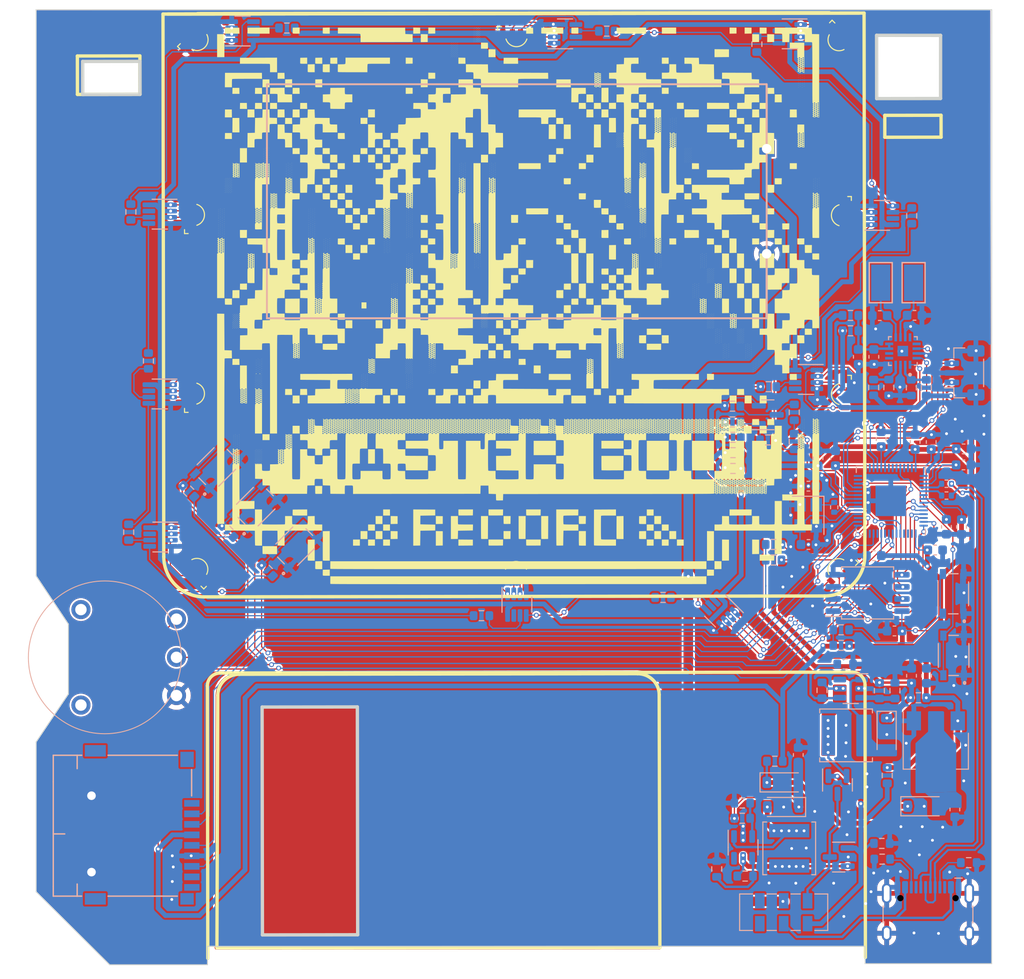
<source format=kicad_pcb>
(kicad_pcb (version 20221018) (generator pcbnew)
  (layers (0 "F.Cu" signal) (1 "In1.Cu" signal) (2 "In2.Cu" signal) (31 "B.Cu" signal) (34 "B.Paste" user) (35 "F.Paste" user) (36 "B.SilkS" user "B.Silkscreen") (37 "F.SilkS" user "F.Silkscreen") (38 "B.Mask" user) (39 "F.Mask" user) (44 "Edge.Cuts" user))
  (net 0 "")
  (net 4 "/5v_boost")
  (net 5 "Net-(D4-BK)")
  (net 6 "Net-(D4-GK)")
  (net 7 "Net-(D4-RK)")
  (net 8 "Net-(D5-BK)")
  (net 22 "/3v3_boost")
  (net 23 "GND")
  (net 24 "/3v3_ldo")
  (net 25 "+1V1")
  (net 26 "+3V3")
  (net 27 "Net-(U1-XIN)")
  (net 28 "Net-(C16-Pad2)")
  (net 29 "/RUN")
  (net 30 "/SPK_OUT_P")
  (net 31 "/SPK_OUT_N")
  (net 32 "Net-(D1-A)")
  (net 33 "Net-(D2-K)")
  (net 34 "Net-(D5-GK)")
  (net 35 "Net-(J1-CC1)")
  (net 36 "/USB_D_P")
  (net 37 "/USB_D_N")
  (net 39 "Net-(J1-CC2)")
  (net 42 "/SPI_1_CS")
  (net 43 "/SPI_1_MOSI")
  (net 44 "/SPI_1_SCK")
  (net 45 "/SPI_1_MISO")
  (net 47 "/SD_DET")
  (net 48 "/MCU_SWCLK")
  (net 49 "/MCU_SWD")
  (net 50 "Net-(Q2-S)")
  (net 51 "VBUS")
  (net 52 "+BATT")
  (net 53 "Net-(U2-FB)")
  (net 54 "Net-(U2-EN)")
  (net 55 "/QSPI_SS")
  (net 56 "/~{USB_BOOT}")
  (net 57 "Net-(U1-XOUT)")
  (net 58 "Net-(U1-USB_DP)")
  (net 59 "Net-(U1-USB_DM)")
  (net 60 "Net-(U1-GPIO9)")
  (net 61 "Net-(U1-GPIO13)")
  (net 62 "Net-(D5-RK)")
  (net 63 "Net-(D6-BK)")
  (net 64 "Net-(D6-GK)")
  (net 65 "/SD_MODE")
  (net 66 "/GAIN")
  (net 68 "/VBUS_IN")
  (net 70 "/VBAT_IN")
  (net 71 "/I2S_BCLK")
  (net 72 "/I2S_LRC")
  (net 73 "/I2S_DIN")
  (net 74 "Net-(U1-GPIO26_ADC0)")
  (net 75 "/QSPI_SD3")
  (net 76 "/QSPI_SCLK")
  (net 77 "/QSPI_SD0")
  (net 78 "/QSPI_SD2")
  (net 79 "/QSPI_SD1")
  (net 81 "unconnected-(U5-EP-Pad17)")
  (net 82 "Net-(D6-RK)")
  (net 83 "Net-(D7-BK)")
  (net 84 "Net-(D7-GK)")
  (net 85 "Net-(D7-RK)")
  (net 86 "Net-(D8-BK)")
  (net 87 "Net-(D8-GK)")
  (net 88 "Net-(D8-RK)")
  (net 89 "Net-(D9-BK)")
  (net 90 "Net-(D9-GK)")
  (net 91 "Net-(D9-RK)")
  (net 92 "Net-(D10-BK)")
  (net 93 "Net-(D10-GK)")
  (net 94 "Net-(D10-RK)")
  (net 95 "Net-(D11-BK)")
  (net 96 "Net-(D11-GK)")
  (net 97 "Net-(D11-RK)")
  (net 98 "Net-(D12-BK)")
  (net 99 "Net-(D12-GK)")
  (net 100 "Net-(D12-RK)")
  (net 101 "Net-(D13-BK)")
  (net 102 "Net-(D13-GK)")
  (net 103 "Net-(D13-RK)")
  (net 104 "Net-(D14-A)")
  (net 105 "Net-(Q1-S)")
  (net 106 "/SW1")
  (net 107 "/SW2")
  (net 108 "/SW3")
  (net 109 "Net-(U6-DIN)")
  (net 110 "Net-(R25-Pad2)")
  (net 111 "Net-(U6-DO)")
  (net 112 "Net-(U8-DIN)")
  (net 113 "Net-(U7-EN)")
  (net 114 "Net-(U7-FB)")
  (net 115 "+5V")
  (net 116 "/LED_PWR")
  (net 117 "Net-(U9-DO)")
  (net 118 "Net-(U10-DIN)")
  (net 119 "Net-(U8-DO)")
  (net 120 "Net-(U9-DIN)")
  (net 121 "Net-(U10-DO)")
  (net 122 "Net-(U11-DIN)")
  (net 123 "Net-(U11-DO)")
  (net 124 "Net-(U12-DIN)")
  (net 125 "Net-(Q3-S)")
  (net 126 "Net-(U12-DO)")
  (net 127 "Net-(U13-DIN)")
  (net 128 "Net-(U13-DO)")
  (net 129 "Net-(U14-DIN)")
  (net 130 "Net-(U14-DO)")
  (net 131 "Net-(U15-DIN)")
  (net 132 "Net-(U15-DO)")
  (net 133 "Net-(U16-DIN)")
  (net 134 "Net-(Q3-D)")
  (net 135 "/WS_DIN")
  (net 136 "/SW4")
  (net 138 "Net-(C18-Pad2)")
  (footprint "LED_SMD:LED_RGB_Everlight_EASV3015RGBA0_Horizontal" (layer "F.Cu") (at 358.061562 78.15192 90)
    (fp_text reference "D9" hide)
    (fp_text value "LED_ABGR")
  )
  (footprint "LED_SMD:LED_RGB_Everlight_EASV3015RGBA0_Horizontal" (layer "F.Cu") (at 425.1788 96.403771 -135)
    (fp_text reference "D12" hide)
    (fp_text value "LED_ABGR")
  )
  (footprint "LED_SMD:LED_RGB_Everlight_EASV3015RGBA0_Horizontal" (layer "F.Cu") (at 358.343829 96.3792 135)
    (fp_text reference "D10" hide)
    (fp_text value "LED_ABGR" hide)
  )
  (footprint "LED_SMD:LED_RGB_Everlight_EASV3015RGBA0_Horizontal" (layer "F.Cu") (at 425.485637 59.47628 -90)
    (fp_text reference "D4" hide)
    (fp_text value "LED_ABGR")
  )
  (footprint "LED_SMD:LED_RGB_Everlight_EASV3015RGBA0_Horizontal" (layer "F.Cu") (at 391.6178 40.915933)
    (fp_text reference "D6" hide)
    (fp_text value "LED_ABGR")
  )
  (footprint "LED_SMD:LED_RGB_Everlight_EASV3015RGBA0_Horizontal" (layer "F.Cu") (at 425.203371 41.273571 -45)
    (fp_text reference "D5" hide)
    (fp_text value "LED_ABGR")
  )
  (footprint "LED_SMD:LED_RGB_Everlight_EASV3015RGBA0_Horizontal" (layer "F.Cu") (at 391.5728 96.635237 180)
    (fp_text reference "D11" hide)
    (fp_text value "LED_ABGR")
  )
  (footprint "LED_SMD:LED_RGB_Everlight_EASV3015RGBA0_Horizontal" (layer "F.Cu") (at 425.485637 78.19692 -90)
    (fp_text reference "D13" hide)
    (fp_text value "LED_ABGR")
  )
  (footprint "LED_SMD:LED_RGB_Everlight_EASV3015RGBA0_Horizontal" (layer "F.Cu") (at 358.3684 41.249 45)
    (fp_text reference "D7" hide)
    (fp_text value "LED_ABGR")
  )
  (footprint "mod:mbr6" (layer "F.Cu") (at 391.795 68.250072)
    (fp_text reference "G***" hide)
    (fp_text value "LOGO" hide)
  )
  (footprint "LED_SMD:LED_RGB_Everlight_EASV3015RGBA0_Horizontal" (layer "F.Cu") (at 358.061562 59.43128 90)
    (fp_text reference "D8" hide)
    (fp_text value "LED_ABGR")
  )
  (footprint "Package_TO_SOT_SMD:SOT-23-6" (layer "B.Cu") (at 426.5978 109.0386 180)
    (fp_text reference "U7" hide)
    (fp_text value "MT3608")
  )
  (footprint "Resistor_SMD:R_0603_1608Metric" (layer "B.Cu") (at 414.2232 81.1138 180)
    (fp_text reference "R47" hide)
    (fp_text value "10k")
  )
  (footprint "Capacitor_SMD:C_0603_1608Metric" (layer "B.Cu") (at 431.1808 103.0014 180)
    (fp_text reference "C14" hide)
    (fp_text value "100n")
  )
  (footprint "Resistor_SMD:R_0603_1608Metric" (layer "B.Cu") (at 418.6594 116.6414)
    (fp_text reference "R24" hide)
    (fp_text value "0")
  )
  (footprint "Package_TO_SOT_SMD:SOT-23" (layer "B.Cu") (at 417.917 80.3678)
    (fp_text reference "Q3" hide)
    (fp_text value "NMOS")
  )
  (footprint "Capacitor_SMD:C_0603_1608Metric" (layer "B.Cu") (at 434.5326 107.694 -90)
    (fp_text reference "C17" hide)
    (fp_text value "100n")
  )
  (footprint "Resistor_SMD:R_0603_1608Metric" (layer "B.Cu") (at 428.9968 77.5042 90)
    (fp_text reference "R21" hide)
    (fp_text value "1M")
  )
  (footprint "Capacitor_SMD:C_0603_1608Metric" (layer "B.Cu") (at 433.3424 83.2146 90)
    (fp_text reference "C6" hide)
    (fp_text value "100n")
  )
  (footprint "Resistor_SMD:R_0603_1608Metric" (layer "B.Cu") (at 418.5278 95.5732 180)
    (fp_text reference "R13" hide)
    (fp_text value "DNI")
  )
  (footprint "Resistor_SMD:R_0603_1608Metric" (layer "B.Cu") (at 423.5958 109.2136 -90)
    (fp_text reference "R28" hide)
    (fp_text value "R")
  )
  (footprint "Resistor_SMD:R_0603_1608Metric" (layer "B.Cu") (at 429.5994 109.2518 -90)
    (fp_text reference "R30" hide)
    (fp_text value "11.5k")
  )
  (footprint "mod:J_sd_micro_socket" (layer "B.Cu") (at 350.624055 124.265832 -90)
    (fp_text reference "J2" hide)
    (fp_text value "Micro_SD_Card_Det1" hide)
  )
  (footprint "Capacitor_SMD:C_0603_1608Metric" (layer "B.Cu") (at 438.1954 92.11 -90)
    (fp_text reference "C8" hide)
    (fp_text value "100n")
  )
  (footprint "Resistor_SMD:R_0603_1608Metric" (layer "B.Cu") (at 418.5278 93.943 180)
    (fp_text reference "R14" hide)
    (fp_text value "DNI")
  )
  (footprint "Capacitor_SMD:C_0603_1608Metric" (layer "B.Cu") (at 422.1754 93.9492 180)
    (fp_text reference "C15" hide)
    (fp_text value "27p")
  )
  (footprint "Package_TO_SOT_SMD:SOT-23-8" (layer "B.Cu") (at 354.2906 59.3626 180)
    (fp_text reference "U11" hide)
    (fp_text value "WS2811")
  )
  (footprint "Resistor_SMD:R_0603_1608Metric" (layer "B.Cu") (at 415.2462 122.6128)
    (fp_text reference "R1" hide)
    (fp_text value "11.5k")
  )
  (footprint "Capacitor_SMD:C_0603_1608Metric" (layer "B.Cu") (at 429.0218 95.115 180)
    (fp_text reference "C9" hide)
    (fp_text value "100n")
  )
  (footprint "Package_TO_SOT_SMD:SOT-23-8" (layer "B.Cu") (at 354.2906 78.189 180)
    (fp_text reference "U12" hide)
    (fp_text value "WS2811")
  )
  (footprint "Package_TO_SOT_SMD:SOT-23" (layer "B.Cu") (at 425.2128 119.1226 -90)
    (fp_text reference "Q1" hide)
    (fp_text value "AO3401A")
  )
  (footprint "Resistor_SMD:R_0603_1608Metric" (layer "B.Cu") (at 433.6828 109.9958)
    (fp_text reference "R33" hide)
    (fp_text value "0")
  )
  (footprint "Package_TO_SOT_SMD:SOT-23-8" (layer "B.Cu") (at 362.9546 40.185)
    (fp_text reference "U10" hide)
    (fp_text value "WS2811")
  )
  (footprint "Capacitor_SMD:C_0603_1608Metric" (layer "B.Cu") (at 435.0214 83.2146 90)
    (fp_text reference "C7" hide)
    (fp_text value "100n")
  )
  (footprint "Capacitor_SMD:C_0603_1608Metric" (layer "B.Cu") (at 438.4136 83.94)
    (fp_text reference "C13" hide)
    (fp_text value "1u")
  )
  (footprint "Resistor_SMD:R_0603_1608Metric" (layer "B.Cu") (at 434.5132 77.5296 90)
    (fp_text reference "R22" hide)
    (fp_text value "0")
  )
  (footprint "Package_TO_SOT_SMD:SOT-23-8" (layer "B.Cu") (at 354.3668 93.165 180)
    (fp_text reference "U13" hide)
    (fp_text value "WS2811")
  )
  (footprint "Package_TO_SOT_SMD:SOT-23-8" (layer "B.Cu") (at 420.2254 40.4798 180)
    (fp_text reference "U8" hide)
    (fp_text value "WS2811")
  )
  (footprint "mod:AAA-HOLDER-THD" (layer "B.Cu") (at 417.8048 52.508)
    (fp_text reference "BT1" hide)
    (fp_text value "Battery")
  )
  (footprint "Capacitor_SMD:C_0603_1608Metric" (layer "B.Cu") (at 438.3998 85.6138)
    (fp_text reference "C5" hide)
    (fp_text value "1u")
  )
  (footprint "Resistor_SMD:R_0603_1608Metric" (layer "B.Cu") (at 415.2462 121.0172 180)
    (fp_text reference "R2" hide)
    (fp_text value "2.55k")
  )
  (footprint "mod:gear-dial-pot-3pin" (layer "B.Cu") (at 348.5406 105.7638 -90)
    (fp_text reference "RV1" hide)
    (fp_text value "R_Potentiometer")
  )
  (footprint "Resistor_SMD:R_0603_1608Metric" (layer "B.Cu") (at 387.9596 101.4014)
    (fp_text reference "R43" hide)
    (fp_text value "33")
  )
  (footprint "Resistor_SMD:R_0603_1608Metric" (layer "B.Cu") (at 415.551 128.6672)
    (fp_text reference "R3" hide)
    (fp_text value "R")
  )
  (footprint "Diode_SMD:D_SOD-123" (layer "B.Cu") (at 434.206 121.3546)
    (fp_text reference "D2" hide)
    (fp_text value "D_Schottky")
  )
  (footprint "Resistor_SMD:R_0603_1608Metric" (layer "B.Cu") (at 414.2772 84.3326 180)
    (fp_text reference "R35" hide)
    (fp_text value "0")
  )
  (footprint "Resistor_SMD:R_0603_1608Metric" (layer "B.Cu") (at 426.574 71.5702 180)
    (fp_text reference "R52" hide)
    (fp_text value "0")
  )
  (footprint "Diode_SMD:D_SOD-123" (layer "B.Cu") (at 430.3598 113.7736 -90)
    (fp_text reference "D14" hide)
    (fp_text value "D_Schottky")
  )
  (footprint "Package_TO_SOT_SMD:SOT-23" (layer "B.Cu") (at 425.3422 126.6768 180)
    (fp_text reference "Q2" hide)
    (fp_text value "AO3401A")
  )
  (footprint "Diode_SMD:D_SOD-123" (layer "B.Cu") (at 419.5192 121.4328 180)
    (fp_text reference "D1" hide)
    (fp_text value "D_Schottky")
  )
  (footprint "Resistor_SMD:R_0603_1608Metric" (layer "B.Cu") (at 365.536 96.666 -45)
    (fp_text reference "R15" hide)
    (fp_text value "1k")
  )
  (footprint "Connector_JST:JST_SH_BM03B-SRSS-TB_1x03-1MP_P1.00mm_Vertical" (layer "B.Cu") (at 438.499 75.9794 90)
    (fp_text reference "J3" hide)
    (fp_text value "Conn_01x03_MountingPin")
  )
  (footprint "Package_TO_SOT_SMD:SOT-23-8" (layer "B.Cu") (at 391.6658 100.2486 -90)
    (fp_text reference "U14" hide)
    (fp_text value "WS2811")
  )
  (footprint "Resistor_SMD:R_0603_1608Metric" (layer "B.Cu") (at 438.9476 127.261)
    (fp_text reference "R7" hide)
    (fp_text value "5.1k")
  )
  (footprint "mod:SW_SKRPACE010" (layer "B.Cu") (at 368.457 94.134303 45)
    (fp_text reference "SW4" hide)
    (fp_text value "SW_MEC_5E")
  )
  (footprint "Package_TO_SOT_SMD:SOT-23-8" (layer "B.Cu") (at 412.9838 100.917 135)
    (fp_text reference "U15" hide)
    (fp_text value "WS2811")
  )
  (footprint "Resistor_SMD:R_0603_1608Metric" (layer "B.Cu") (at 430.5878 77.5042 90)
    (fp_text reference "R19" hide)
    (fp_text value "0")
  )
  (footprint "Resistor_SMD:R_0402_1005Metric" (layer "B.Cu") (at 436.6214 88.8238 180)
    (fp_text reference "R11" hide)
    (fp_text value "27.4")
  )
  (footprint "Resistor_SMD:R_0402_1005Metric" (layer "B.Cu") (at 436.6214 87.5894 180)
    (fp_text reference "R12" hide)
    (fp_text value "27.4")
  )
  (footprint "Capacitor_SMD:C_0603_1608Metric" (layer "B.Cu") (at 436.6154 92.0962 -90)
    (fp_text reference "C3" hide)
    (fp_text value "100n")
  )
  (footprint "Resistor_SMD:R_0603_1608Metric" (layer "B.Cu") (at 432.9822 59.5312 -90)
    (fp_text reference "R25" hide)
    (fp_text value "33")
  )
  (footprint "Resistor_SMD:R_0402_1005Metric" (layer "B.Cu") (at 424.8704 90.0532 -90)
    (fp_text reference "R10" hide)
    (fp_text value "1k")
  )
  (footprint "Resistor_SMD:R_0603_1608Metric" (layer "B.Cu") (at 353.1038 74.7268 -90)
    (fp_text reference "R40" hide)
    (fp_text value "33")
  )
  (footprint "Resistor_SMD:R_0603_1608Metric" (layer "B.Cu") (at 429.8512 125.2474)
    (fp_text reference "R5" hide)
    (fp_text value "10k")
  )
  (footprint "Resistor_SMD:R_0603_1608Metric" (layer "B.Cu") (at 412.5768 127.9214 90)
    (fp_text reference "R4" hide)
    (fp_text value "R")
  )
  (footprint "Resistor_SMD:R_0603_1608Metric" (layer "B.Cu") (at 416.7794 41.5608 90)
    (fp_text reference "R26" hide)
    (fp_text value "33")
  )
  (footprint "Resistor_SMD:R_0603_1608Metric" (layer "B.Cu") (at 429.888 126.8938 180)
    (fp_text reference "R6" hide)
    (fp_text value "5.1k")
  )
  (footprint "Resistor_SMD:R_0603_1608Metric" (layer "B.Cu") (at 432.943 77.5296 90)
    (fp_text reference "R23" hide)
    (fp_text value "0")
  )
  (footprint "Resistor_SMD:R_0603_1608Metric" (layer "B.Cu") (at 426.574 69.9654 180)
    (fp_text reference "R53" hide)
    (fp_text value "0")
  )
  (footprint "Package_TO_SOT_SMD:SOT-23-8" (layer "B.Cu") (at 396.705 40.4798)
    (fp_text reference "U9" hide)
    (fp_text value "WS2811")
  )
  (footprint "Capacitor_SMD:C_0603_1608Metric" (layer "B.Cu") (at 429.0192 74.297 90)
    (fp_text reference "C18" hide)
    (fp_text value "10u")
  )
  (footprint "Resistor_SMD:R_0603_1608Metric" (layer "B.Cu") (at 367.592 39.8734 180)
    (fp_text reference "R37" hide)
    (fp_text value "33")
  )
  (footprint "Button_Switch_SMD:SW_DPDT_CK_JS202011JCQN" (layer "B.Cu") (at 419.583 132.4506)
    (fp_text reference "SW7" hide)
    (fp_text value "SW_Push_DPDT")
  )
  (footprint "Resistor_SMD:R_0603_1608Metric" (layer "B.Cu") (at 361.4212 92.571 -45)
    (fp_text reference "R17" hide)
    (fp_text value "1k")
  )
  (footprint "Resistor_SMD:R_0603_1608Metric" (layer "B.Cu") (at 420.6886 83.1628 -90)
    (fp_text reference "R49" hide)
    (fp_text value "0")
  )
  (footprint "Package_TO_SOT_SMD:SOT-23-8" (layer "B.Cu") (at 429.8774 59.489)
    (fp_text reference "U6" hide)
    (fp_text value "WS2811")
  )
  (footprint "Resistor_SMD:R_0603_1608Metric" (layer "B.Cu") (at 430.4214 118.1322 90)
    (fp_text reference "R32" hide)
    (fp_text value "0")
  )
  (footprint "mod:SW_SKRPACE010" (layer "B.Cu") (at 360.2143 85.828503 45)
    (fp_text reference "SW5" hide)
    (fp_text value "SW_MEC_5E")
  )
  (footprint "mod:SW_SKRPACE010" (layer "B.Cu") (at 437.3672 105.564303 90)
    (fp_text reference "SW2" hide)
    (fp_text value "SW_MEC_5E")
  )
  (footprint "Resistor_SMD:R_0603_1608Metric" (layer "B.Cu") (at 414.2772 85.9882 180)
    (fp_text reference "R34" hide)
    (fp_text value "0")
  )
  (footprint "mod:SW_SKRPACE010" (layer "B.Cu") (at 364.33565 89.981403 45)
    (fp_text reference "SW6" hide)
    (fp_text value "SW_MEC_5E")
  )
  (footprint "Resistor_SMD:R_0603_1608Metric" (layer "B.Cu") (at 426.0152 106.4722)
    (fp_text reference "R29" hide)
    (fp_text value "R")
  )
  (footprint "Crystal:Crystal_SMD_3225-4Pin_3.2x2.5mm" (layer "B.Cu") (at 422.1464 90.8972 -90)
    (fp_text reference "Y1" hide)
    (fp_text value "12MHZ")
  )
  (footprint "Package_DFN_QFN:QFN-56-1EP_7x7mm_P0.4mm_EP3.2x3.2mm" (layer "B.Cu") (at 430.7932 89.3741 90)
    (fp_text reference "U1" hide)
    (fp_text value "RP2040")
  )
  (footprint "Resistor_SMD:R_0603_1608Metric" (layer "B.Cu") (at 351.2682 59.128 -90)
    (fp_text reference "R39" hide)
    (fp_text value "33")
  )
  (footprint "Capacitor_SMD:C_0603_1608Metric" (layer "B.Cu") (at 425.006 84.9164 90)
    (fp_text reference "C4" hide)
    (fp_text value "100n")
  )
  (footprint "Capacitor_SMD:C_0603_1608Metric" (layer "B.Cu") (at 422.1714 87.8412)
    (fp_text reference "C16" hide)
    (fp_text value "27p")
  )
  (footprint "Capacitor_SMD:C_0603_1608Metric" (layer "B.Cu") (at 433.2752 69.956 180)
    (fp_text reference "C21" hide)
    (fp_text value "220p")
  )
  (footprint "Capacitor_SMD:C_0603_1608Metric" (layer "B.Cu") (at 427.3962 74.297 90)
    (fp_text reference "C19" hide)
    (fp_text value "100n")
  )
  (footprint "Resistor_SMD:R_0603_1608Metric" (layer "B.Cu") (at 417.9824 77.4238)
    (fp_text reference "R45" hide)
    (fp_text value "33")
  )
  (footprint "Capacitor_SMD:C_0603_1608Metric" (layer "B.Cu") (at 429.7838 82.9214 90)
    (fp_text reference "C12" hide)
    (fp_text value "100n")
  )
  (footprint "TestPoint:TestPoint_Keystone_5019_Minature" (layer "B.Cu") (at 433.1812 66.5354 90)
    (fp_text reference "J5" hide)
    (fp_text value "Conn_01x01_Pin")
  )
  (footprint "Resistor_SMD:R_0603_1608Metric" (layer "B.Cu") (at 425.5922 102.8792 180)
    (fp_text reference "R9" hide)
    (fp_text value "1k")
  )
  (footprint "Resistor_SMD:R_0603_1608Metric" (layer "B.Cu") (at 401.0692 40.199 180)
    (fp_text reference "R38" hide)
    (fp_text value "33")
  )
  (footprint "Resistor_SMD:R_0603_1608Metric" (layer "B.Cu") (at 425.5922 104.5094 180)
    (fp_text reference "R8" hide)
    (fp_text value "DNI")
  )
  (footprint "Capacitor_SMD:C_0603_1608Metric" (layer "B.Cu") (at 435.4418 94.524)
    (fp_text reference "C10" hide)
    (fp_text value "100n")
  )
  (footprint "mod:SW_SKRPACE010" (layer "B.Cu") (at 437.3328 99.108897 90)
    (fp_text reference "SW3" hide)
    (fp_text value "SW_MEC_5E")
  )
  (footprint "Package_TO_SOT_SMD:SOT-223-3_TabPin2" (layer "B.Cu") (at 435.5048 115.5626 -90)
    (fp_text reference "U3" hide)
    (fp_text value "AMS1117-3.3")
  )
  (footprint "mod:QFN50P300X300X80-17N" (layer "B.Cu") (at 432.056 73.6934 90)
    (fp_text reference "U5" hide)
    (fp_text value "MAX98357AETE_T")
  )
  (footprint "Connector_USB:USB_C_Receptacle_HCTL_HC-TYPE-C-16P-01A" (layer "B.Cu") (at 434.6848 133.5806 180)
    (fp_text reference "J1" hide)
    (fp_text value "USB_C_Receptacle_USB2.0")
  )
  (footprint "Capacitor_SMD:C_0603_1608Metric" (layer "B.Cu") (at 429.639 69.9814)
    (fp_text reference "C20" hide)
    (fp_text value "220p")
  )
  (footprint "Diode_SMD:D_SOD-123" (layer "B.Cu") (at 419.4682 118.8568)
    (fp_text reference "D3" hide)
    (fp_text value "D_Schottky")
  )
  (footprint "Resistor_SMD:R_0603_1608Metric" (layer "B.Cu") (at 431.2296 109.2518 90)
    (fp_text reference "R31" hide)
    (fp_text value "2.55k")
  )
  (footprint "TestPoint:TestPoint_Keystone_5019_Minature" (layer "B.Cu") (at 429.7398 66.5354 90)
    (fp_text reference "J4" hide)
    (fp_text value "Conn_01x01_Pin")
  )
  (footprint "Resistor_SMD:R_0603_1608Metric" (layer "B.Cu") (at 414.2232 79.465 180)
    (fp_text reference "R41" hide)
    (fp_text value "10k")
  )
  (footprint "Resistor_SMD:R_0603_1608Metric" (layer "B.Cu") (at 420.691 80.1084 90)
    (fp_text reference "R50" hide)
    (fp_text value "0")
  )
  (footprint "Capacitor_SMD:C_0603_1608Metric" (layer "B.Cu") (at 437.4994 121.6956 -90)
    (fp_text reference "C2" hide)
    (fp_text value "28uF")
  )
  (footprint "Resistor_SMD:R_0603_1608Metric" (layer "B.Cu") (at 357.3138 88.3712 -45)
    (fp_text reference "R16" hide)
    (fp_text value "1k")
  )
  (footprint "Inductor_SMD:L_Changjiang_FNR5040S" (layer "B.Cu") (at 426.1148 113.9336)
    (fp_text reference "L2" hide)
    (fp_text value "22uH")
  )
  (footprint "Resistor_SMD:R_0603_1608Metric" (layer "B.Cu") (at 414.2772 82.7278 180)
    (fp_text reference "R36" hide)
    (fp_text value "0")
  )
  (footprint "Capacitor_SMD:C_0603_1608Metric" (layer "B.Cu") (at 421.112 115.9806 90)
    (fp_text reference "C1" hide)
    (fp_text value "28uF")
  )
  (footprint "Resistor_SMD:R_0603_1608Metric" (layer "B.Cu") (at 417.9284 83.0002 180)
    (fp_text reference "R48" hide)
    (fp_text value "0")
  )
  (footprint "Resistor_SMD:R_0603_1608Metric" (layer "B.Cu") (at 406.9588 99.4918)
    (fp_text reference "R44" hide)
    (fp_text value "33")
  )
  (footprint "Package_TO_SOT_SMD:SOT-23-8" (layer "B.Cu") (at 421.9246 76.665 180)
    (fp_text reference "U16" hide)
    (fp_text value "WS2811")
  )
  (footprint "Capacitor_SMD:C_0603_1608Metric" (layer "B.Cu") (at 423.1772 84.928 90)
    (fp_text reference "C11" hide)
    (fp_text value "100n")
  )
  (footprint "Package_SO:SOIC-8_5.23x5.23mm_P1.27mm" (layer "B.Cu") (at 428.3638 99.0192)
    (fp_text reference "U4" hide)
    (fp_text value "W25Q32JVSS")
  )
  (footprint "Capacitor_SMD:C_0603_1608Metric" (layer "B.Cu") (at 432.9614 107.6896 90)
    (fp_text reference "C22" hide)
    (fp_text value "28uF")
  )
  (footprint "Inductor_SMD:L_Changjiang_FNR5040S" (layer "B.Cu") (at 420.1652 125.7618 90)
    (fp_text reference "L1" hide)
    (fp_text value "22uH")
  )
  (footprint "Package_TO_SOT_SMD:SOT-23-6" (layer "B.Cu") (at 415.3352 125.6618 -90)
    (fp_text reference "U2" hide)
    (fp_text value "MT3608")
  )
  (footprint "Resistor_SMD:R_0603_1608Metric" (layer "B.Cu") (at 351.0372 92.6592 -90)
    (fp_text reference "R42" hide)
    (fp_text value "33")
  )
  (gr_curve (pts (xy 360.312094 109.743027) (xy 360.310368 108.531802) (xy 361.323231 107.548725) (xy 362.574486 107.546942)) (stroke (width 0.35)) (layer "F.Cu"))
  (gr_line (start 406.5016 109.6772) (end 406.575549 136.156706) (stroke (width 0.35)) (layer "F.Cu"))
  (gr_line (start 360.21932 136.18639) (end 406.575549 136.156706) (stroke (width 0.35)) (layer "F.Cu"))
  (gr_poly (pts (xy 360.21932 136.18639) (xy 360.312094 109.743027) (xy 360.5276 108.9152) (xy 360.9086 108.3056) (xy 361.442 107.8484) (xy 362.0516 107.6198) (xy 362.574486 107.546942) (xy 404.4188 107.5182) (xy 405.2824 107.7214) (xy 405.7904 108.0516) (xy 406.2984 108.6866) (xy 406.5016 109.2708) (xy 406.5016 109.9058) (xy 406.5524 113.3348) (xy 406.575549 136.156706) (xy 391.16 136.1694)) (stroke (width 0.2)) (fill solid) (layer "F.Cu"))
  (gr_curve (pts (xy 404.232944 107.487573) (xy 405.484199 107.48579) (xy 406.499873 108.465976) (xy 406.5016 109.6772)) (stroke (width 0.35)) (layer "F.Cu"))
  (gr_line (start 360.220549 136.156706) (end 360.312094 109.743027) (stroke (width 0.35)) (layer "F.Cu"))
  (gr_line (start 362.574486 107.546942) (end 404.232944 107.487573) (stroke (width 0.35)) (layer "F.Cu"))
  (gr_line (start 436.056179 51.299448) (end 430.166964 51.307841) (stroke (width 0.35)) (layer "F.SilkS"))
  (gr_line (start 430.163697 49.015453) (end 436.052912 49.00706) (stroke (width 0.35)) (layer "F.SilkS"))
  (gr_curve (pts (xy 404.285995 107.474867) (xy 405.53725 107.473084) (xy 406.552924 108.45327) (xy 406.554651 109.664494)) (stroke (width 0.35)) (layer "F.SilkS"))
  (gr_line (start 352.217619 46.815719) (end 352.211881 42.789675) (stroke (width 0.35)) (layer "F.SilkS"))
  (gr_curve (pts (xy 428.07824 95.113242) (xy 428.08156 97.443012) (xy 426.195625 99.334704) (xy 423.865842 99.338024)) (stroke (width 0.35)) (layer "F.SilkS"))
  (gr_line (start 359.31693 137.276697) (end 359.276269 108.744987) (stroke (width 0.35)) (layer "F.SilkS"))
  (gr_line (start 428.097528 108.646908) (end 428.138189 137.178618) (stroke (width 0.35)) (layer "F.SilkS"))
  (gr_curve (pts (xy 426.758894 107.312245) (xy 427.49722 107.311193) (xy 428.096475 107.908576) (xy 428.097528 108.646908)) (stroke (width 0.35)) (layer "F.SilkS"))
  (gr_line (start 360.2736 136.144) (end 360.365145 109.730321) (stroke (width 0.35)) (layer "F.SilkS"))
  (gr_line (start 406.554651 109.664494) (end 406.6286 136.144) (stroke (width 0.35)) (layer "F.SilkS"))
  (gr_curve (pts (xy 358.934369 99.43056) (xy 356.604593 99.433881) (xy 354.712926 97.547572) (xy 354.709606 95.217802)) (stroke (width 0.35)) (layer "F.SilkS"))
  (gr_line (start 424.349154 38.268502) (end 358.267527 38.362677) (stroke (width 0.35)) (layer "F.SilkS"))
  (gr_line (start 352.211881 42.789675) (end 345.6686 42.799) (stroke (width 0.35)) (layer "F.SilkS"))
  (gr_line (start 360.272371 136.173684) (end 406.6286 136.144) (stroke (width 0.35)) (layer "F.SilkS"))
  (gr_line (start 430.166964 51.307841) (end 430.163697 49.015453) (stroke (width 0.35)) (layer "F.SilkS"))
  (gr_line (start 345.674337 46.825044) (end 352.217619 46.815719) (stroke (width 0.35)) (layer "F.SilkS"))
  (gr_curve (pts (xy 359.276269 108.744987) (xy 359.275217 108.006655) (xy 359.8726 107.407567) (xy 360.610925 107.406515)) (stroke (width 0.35)) (layer "F.SilkS"))
  (gr_line (start 354.709606 95.217802) (end 354.628643 38.40736) (stroke (width 0.35)) (layer "F.SilkS"))
  (gr_line (start 427.997278 38.3028) (end 428.07824 95.113242) (stroke (width 0.35)) (layer "F.SilkS"))
  (gr_line (start 360.610925 107.406515) (end 426.758894 107.312245) (stroke (width 0.35)) (layer "F.SilkS"))
  (gr_line (start 423.865842 99.338024) (end 358.934369 99.43056) (stroke (width 0.35)) (layer "F.SilkS"))
  (gr_line (start 436.052912 49.00706) (end 436.056179 51.299448) (stroke (width 0.35)) (layer "F.SilkS"))
  (gr_line (start 362.627537 107.534236) (end 404.285995 107.474867) (stroke (width 0.35)) (layer "F.SilkS"))
  (gr_line (start 345.6686 42.799) (end 345.674337 46.825044) (stroke (width 0.35)) (layer "F.SilkS"))
  (gr_curve (pts (xy 360.365145 109.730321) (xy 360.363419 108.519096) (xy 361.376282 107.536019) (xy 362.627537 107.534236)) (stroke (width 0.35)) (layer "F.SilkS"))
  (gr_line (start 427.49419 38.303517) (end 355.132072 38.406642) (stroke (width 0.35)) (layer "F.SilkS"))
  (gr_line (start 424.349154 38.268502) (end 358.267539 38.362677) (stroke (width 0.35)) (layer "F.SilkS"))
  (gr_line (start 354.628643 38.40736) (end 427.997278 38.3028) (stroke (width 0.35)) (layer "F.SilkS"))
  (gr_line (start 341.351 130.305968) (end 349.04256 137.946523) (stroke (width 0.1)) (layer "Edge.Cuts"))
  (gr_line (start 359.285 136.022) (end 428.103313 136.02195) (stroke (width 0.1)) (layer "Edge.Cuts"))
  (gr_line (start 441.3506 137.834) (end 441.351 37.95769) (stroke (width 0.1)) (layer "Edge.Cuts"))
  (gr_line (start 428.105895 137.833847) (end 441.3506 137.834) (stroke (width 0.1)) (layer "Edge.Cuts"))
  (gr_line (start 428.103313 136.02195) (end 428.103 137.833847) (stroke (width 0.1)) (layer "Edge.Cuts"))
  (gr_line (start 374.968042 110.953927) (end 365.002236 110.96813) (stroke (width 0.35)) (layer "Edge.Cuts"))
  (gr_line (start 341.3506 97.2312) (end 344.7288 102.2858) (stroke (width 0.1)) (layer "Edge.Cuts"))
  (gr_line (start 365.036235 134.825058) (end 375.002041 134.810855) (stroke (width 0.35)) (layer "Edge.Cuts"))
  (gr_line (start 341.3506 114.6302) (end 344.7288 109.601) (stroke (width 0.1)) (layer "Edge.Cuts"))
  (gr_line (start 429.314432 47.259849) (end 429.304989 40.633887) (stroke (width 0.35)) (layer "Edge.Cuts"))
  (gr_line (start 441.351 37.95769) (end 341.3506 37.9577) (stroke (width 0.1)) (layer "Edge.Cuts"))
  (gr_line (start 436.00096 47.250319) (end 429.314432 47.259849) (stroke (width 0.35)) (layer "Edge.Cuts"))
  (gr_line (start 359.284866 137.944038) (end 359.285 136.022) (stroke (width 0.1)) (layer "Edge.Cuts"))
  (gr_line (start 341.3506 114.6302) (end 341.351 130.305968) (stroke (width 0.1)) (layer "Edge.Cuts"))
  (gr_line (start 375.002041 134.810855) (end 374.968042 110.953927) (stroke (width 0.35)) (layer "Edge.Cuts"))
  (gr_line (start 429.304989 40.633887) (end 436.004846 40.64) (stroke (width 0.35)) (layer "Edge.Cuts"))
  (gr_line (start 365.002236 110.96813) (end 365.036235 134.825058) (stroke (width 0.35)) (layer "Edge.Cuts"))
  (gr_line (start 346.227831 46.824256) (end 352.217619 46.815719) (stroke (width 0.35)) (layer "Edge.Cuts"))
  (gr_line (start 341.3506 97.2312) (end 341.3506 37.9577) (stroke (width 0.1)) (layer "Edge.Cuts"))
  (gr_line (start 352.212698 43.362647) (end 346.22291 43.371183) (stroke (width 0.35)) (layer "Edge.Cuts"))
  (gr_line (start 346.22291 43.371183) (end 346.227831 46.824256) (stroke (width 0.35)) (layer "Edge.Cuts"))
  (gr_line (start 352.217619 46.815719) (end 352.212698 43.362647) (stroke (width 0.35)) (layer "Edge.Cuts"))
  (gr_line (start 344.7288 109.601) (end 344.7288 102.2858) (stroke (width 0.1)) (layer "Edge.Cuts"))
  (gr_line (start 349.04256 137.946523) (end 359.284866 137.947) (stroke (width 0.1)) (layer "Edge.Cuts"))
  (gr_line (start 436.004846 40.64) (end 436.00096 47.250319) (stroke (width 0.35)) (layer "Edge.Cuts"))
  (segment (start 427.9392 106.7308) (end 422.8592 106.7308) (width 0.5) (layer "F.Cu") (net 4))
  (segment (start 417.2204 85.2424) (end 414.6804 82.7024) (width 0.5) (layer "F.Cu") (net 4))
  (segment (start 417.2204 101.092) (end 417.2204 85.2424) (width 0.5) (layer "F.Cu") (net 4))
  (segment (start 429.6156 108.4072) (end 432.904 108.4072) (width 0.25) (layer "F.Cu") (net 4))
  (segment (start 414.6804 82.7024) (end 413.4612 82.7024) (width 0.5) (layer "F.Cu") (net 4))
  (segment (start 429.6156 108.4072) (end 427.9392 106.7308) (width 0.5) (layer "F.Cu") (net 4))
  (segment (start 432.904 108.4072) (end 432.9614 108.4646) (width 0.127) (layer "F.Cu") (net 4))
  (segment (start 422.8592 106.7308) (end 417.2204 101.092) (width 0.5) (layer "F.Cu") (net 4))
  (segment (start 430.3776 112.1156) (end 430.7332 112.1156) (width 0.25) (layer "F.Cu") (net 4))
  (segment (start 430.7332 112.1156) (end 432.8668 109.982) (width 0.5) (layer "F.Cu") (net 4))
  (via (at 413.4612 82.7024) (size 0.5) (drill 0.3) (layers "F.Cu" "B.Cu") (net 4))
  (via (at 432.8668 109.982) (size 0.5) (drill 0.3) (layers "F.Cu" "B.Cu") (net 4))
  (via (at 432.9614 108.4646) (size 0.5) (drill 0.3) (layers "F.Cu" "B.Cu") (net 4))
  (via (at 429.6156 108.4072) (size 0.5) (drill 0.3) (layers "F.Cu" "B.Cu") (net 4))
  (via (at 430.3776 112.1156) (size 0.5) (drill 0.3) (layers "F.Cu" "B.Cu") (net 4))
  (segment (start 432.9614 109.8874) (end 432.8668 109.982) (width 0.25) (layer "B.Cu") (net 4))
  (segment (start 429.5994 108.4234) (end 429.6156 108.4072) (width 0.127) (layer "B.Cu") (net 4))
  (segment (start 430.3696 112.1236) (end 430.3776 112.1156) (width 0.25) (layer "B.Cu") (net 4))
  (segment (start 413.4612 82.7368) (end 413.4522 82.7278) (width 0.5) (layer "B.Cu") (net 4))
  (segment (start 432.9614 108.4646) (end 432.9614 109.8874) (width 0.5) (layer "B.Cu") (net 4))
  (segment (start 429.5994 108.4268) (end 429.5994 108.4234) (width 0.127) (layer "B.Cu") (net 4))
  (segment (start 430.3598 112.1236) (end 430.3696 112.1236) (width 0.25) (layer "B.Cu") (net 4))
  (segment (start 413.4612 82.7532) (end 413.4612 82.7368) (width 0.5) (layer "B.Cu") (net 4))
  (segment (start 427.4312 59.182) (end 428.7219 59.182) (width 0.127) (layer "F.Cu") (net 5))
  (segment (start 426.235637 59.05128) (end 427.30048 59.05128) (width 0.127) (layer "F.Cu") (net 5))
  (segment (start 428.7219 59.182) (end 428.7399 59.164) (width 0.127) (layer "F.Cu") (net 5))
  (segment (start 427.30048 59.05128) (end 427.4312 59.182) (width 0.127) (layer "F.Cu") (net 5))
  (via (at 428.7399 59.164) (size 0.5) (drill 0.3) (layers "F.Cu" "B.Cu") (net 5))
  (segment (start 426.235637 59.90128) (end 428.65262 59.90128) (width 0.127) (layer "F.Cu") (net 6))
  (segment (start 428.65262 59.90128) (end 428.7399 59.814) (width 0.127) (layer "F.Cu") (net 6))
  (via (at 428.7399 59.814) (size 0.5) (drill 0.3) (layers "F.Cu" "B.Cu") (net 6))
  (segment (start 428.30262 60.90128) (end 428.7399 60.464) (width 0.127) (layer "F.Cu") (net 7))
  (segment (start 426.015637 60.90128) (end 428.30262 60.90128) (width 0.127) (layer "F.Cu") (net 7))
  (via (at 428.7399 60.464) (size 0.5) (drill 0.3) (layers "F.Cu" "B.Cu") (net 7))
  (segment (start 425.6024 39.5732) (end 425.1452 39.116) (width 0.127) (layer "F.Cu") (net 8))
  (segment (start 425.6024 40.273502) (end 425.6024 39.5732) (width 0.127) (layer "F.Cu") (net 8))
  (segment (start 425.1452 39.116) (end 424.18 39.116) (width 0.127) (layer "F.Cu") (net 8))
  (segment (start 424.18 39.116) (end 422.4912 40.8048) (width 0.127) (layer "F.Cu") (net 8))
  (segment (start 422.4912 40.8048) (end 421.3629 40.8048) (width 0.127) (layer "F.Cu") (net 8))
  (segment (start 425.433181 40.442721) (end 425.6024 40.273502) (width 0.127) (layer "F.Cu") (net 8))
  (via (at 421.3629 40.8048) (size 0.5) (drill 0.3) (layers "F.Cu" "B.Cu") (net 8))
  (segment (start 414.4264 122.6312) (end 414.4264 121.4628) (width 0.127) (layer "F.Cu") (net 22))
  (segment (start 415.4424 120.4468) (end 420.4208 120.4468) (width 0.127) (layer "F.Cu") (net 22))
  (segment (start 420.4208 120.4468) (end 421.1828 121.2088) (width 0.127) (layer "F.Cu") (net 22))
  (segment (start 414.4264 121.4628) (end 415.4424 120.4468) (width 0.127) (layer "F.Cu") (net 22))
  (segment (start 421.1828 121.2088) (end 421.1828 121.4192) (width 0.127) (layer "F.Cu") (net 22))
  (segment (start 421.1828 121.4192) (end 421.1692 121.4328) (width 0.127) (layer "F.Cu") (net 22))
  (via (at 414.4264 122.6312) (size 0.5) (drill 0.3) (layers "F.Cu" "B.Cu") (net 22))
  (via (at 421.1692 121.4328) (size 0.5) (drill 0.3) (layers "F.Cu" "B.Cu") (net 22))
  (segment (start 414.4212 122.626) (end 414.4264 122.6312) (width 0.127) (layer "B.Cu") (net 22))
  (segment (start 414.4212 122.6128) (end 414.4212 122.626) (width 0.127) (layer "B.Cu") (net 22))
  (segment (start 421.112 118.8506) (end 421.1182 118.8568) (width 0.25) (layer "B.Cu") (net 22))
  (segment (start 421.1182 118.8568) (end 421.1182 121.3818) (width 1) (layer "B.Cu") (net 22))
  (segment (start 421.112 116.7556) (end 421.112 118.8506) (width 1) (layer "B.Cu") (net 22))
  (segment (start 426.015637 76.77192) (end 426.73312 76.77192) (width 0.127) (layer "F.Cu") (net 23))
  (segment (start 426.73312 76.77192) (end 426.974 77.0128) (width 0.127) (layer "F.Cu") (net 23))
  (via (at 427.482 75.0316) (size 0.5) (drill 0.3) (layers "F.Cu" "B.Cu") (net 23))
  (via (at 429.2092 71.374) (size 0.5) (drill 0.3) (layers "F.Cu" "B.Cu") (net 23))
  (via (at 420.3192 94.1832) (size 0.5) (drill 0.3) (layers "F.Cu" "B.Cu") (net 23))
  (via (at 422.1714 87.8412) (size 0.5) (drill 0.3) (layers "F.Cu" "B.Cu") (net 23))
  (via (at 426.339 126.6698) (size 0.5) (drill 0.3) (layers "F.Cu" "B.Cu") (net 23))
  (via (at 434.4924 74.168) (size 0.5) (drill 0.3) (layers "F.Cu" "B.Cu") (net 23))
  (via (at 430.4792 128.143) (size 0.5) (drill 0.3) (layers "F.Cu" "B.Cu") (net 23))
  (via (at 355.7016 127.7112) (size 0.5) (drill 0.3) (layers "F.Cu" "B.Cu") (net 23))
  (via (at 434.2892 121.3612) (size 0.5) (drill 0.3) (layers "F.Cu" "B.Cu") (net 23))
  (via (at 436.2196 123.5456) (size 0.5) (drill 0.3) (layers "F.Cu" "B.Cu") (net 23))
  (via (at 430.5808 78.3844) (size 0.5) (drill 0.3) (layers "F.Cu" "B.Cu") (net 23))
  (via (at 438.6326 114.9604) (size 0.5) (drill 0.3) (layers "F.Cu" "B.Cu") (net 23))
  (via (at 355.5492 131.1148) (size 0.5) (drill 0.3) (layers "F.Cu" "B.Cu") (net 23))
  (via (at 435.7878 134.6708) (size 0.5) (drill 0.3) (layers "F.Cu" "B.Cu") (net 23))
  (via (at 440.5376 80.4672) (size 0.5) (drill 0.3) (layers "F.Cu" "B.Cu") (net 23))
  (via (at 428.2948 119.3292) (size 0.5) (drill 0.3) (layers "F.Cu" "B.Cu") (net 23))
  (via (at 355.6 126.5428) (size 0.5) (drill 0.3) (layers "F.Cu" "B.Cu") (net 23))
  (via (at 421.5892 96.3168) (size 0.5) (drill 0.3) (layers "F.Cu" "B.Cu") (net 23))
  (via (at 438.4294 118.6942) (size 0.5) (drill 0.3) (layers "F.Cu" "B.Cu") (net 23))
  (via (at 439.7248 78.232) (size 0.5) (drill 0.3) (layers "F.Cu" "B.Cu") (net 23))
  (via (at 430.1744 97.9932) (size 0.5) (drill 0.3) (layers "F.Cu" "B.Cu") (net 23))
  (via (at 420.3192 90.8812) (size 0.5) (drill 0.3) (layers "F.Cu" "B.Cu") (net 23))
  (via (at 426.3644 121.9454) (size 0.5) (drill 0.3) (layers "F.Cu" "B.Cu") (net 23))
  (via (at 426.1104 112.8776) (size 0.5) (drill 0.3) (layers "F.Cu" "B.Cu") (net 23))
  (via (at 424.7388 88.6968) (size 0.5) (drill 0.3) (layers "F.Cu" "B.Cu") (net 23))
  (via (at 395.478 39.4716) (size 0.5) (drill 0.3) (layers "F.Cu" "B.Cu") (net 23))
  (via (at 415.3408 124.9172) (size 0.5) (drill 0.3) (layers "F.Cu" "B.Cu") (net 23))
  (via (at 438.8358 128.4224) (size 0.5) (drill 0.3) (layers "F.Cu" "B.Cu") (net 23))
  (via (at 412.242 102.9462) (size 0.5) (drill 0.3) (layers "F.Cu" "B.Cu") (net 23))
  (via (at 427.4312 109.0168) (size 0.5) (drill 0.3) (layers "F.Cu" "B.Cu") (net 23))
  (via (at 426.6692 95.6056) (size 0.5) (drill 0.3) (layers "F.Cu" "B.Cu") (net 23))
  (via (at 421.386 87.8332) (size 0.5) (drill 0.3) (layers "F.Cu" "B.Cu") (net 23))
  (via (at 428.4218 88.519) (size 0.5) (drill 0.3) (layers "F.Cu" "B.Cu") (net 23))
  (via (at 439.674 76.0984) (size 0.5) (drill 0.3) (layers "F.Cu" "B.Cu") (net 23))
  (via (at 437.5404 80.8228) (size 0.5) (drill 0.3) (layers "F.Cu" "B.Cu") (net 23))
  (via (at 424.0784 87.2236) (size 0.5) (drill 0.3) (layers "F.Cu" "B.Cu") (net 23))
  (via (at 424.1292 93.5228) (size 0.5) (drill 0.3) (layers "F.Cu" "B.Cu") (net 23))
  (via (at 424.6372 91.9988) (size 0.5) (drill 0.3) (layers "F.Cu" "B.Cu") (net 23))
  (via (at 428.0408 109.0168) (size 0.5) (drill 0.3) (layers "F.Cu" "B.Cu") (net 23))
  (via (at 432.308 118.9228) (size 0.5) (drill 0.3) (layers "F.Cu" "B.Cu") (net 23))
  (via (at 435.1528 124.9172) (size 0.5) (drill 0.3) (layers "F.Cu" "B.Cu") (net 23))
  (via (at 418.0586 129.3876) (size 0.5) (drill 0.3) (layers "F.Cu" "B.Cu") (net 23))
  (via (at 431.8 128.1938) (size 0.5) (drill 0.3) (layers "F.Cu" "B.Cu") (net 23))
  (via (at 425.8818 132.8928) (size 0.5) (drill 0.3) (layers "F.Cu" "B.Cu") (net 23))
  (via (at 415.3408 123.444) (size 0.5) (drill 0.3) (layers "F.Cu" "B.Cu") (net 23))
  (via (at 426.212 124.333) (size 0.5) (drill 0.3) (layers "F.Cu" "B.Cu") (net 23))
  (via (at 426.0596 116.1288) (size 0.5) (drill 0.3) (layers "F.Cu" "B.Cu") (net 23))
  (via (at 420.8526 129.413) (size 0.5) (drill 0.3) (layers "F.Cu" "B.Cu") (net 23))
  (via (at 440.5376 82.3976) (size 0.5) (drill 0.3) (layers "F.Cu" "B.Cu") (net 23))
  (via (at 428.7012 100.1776) (size 0.5) (drill 0.3) (layers "F.Cu" "B.Cu") (net 23))
  (via (at 419.5826 121.4374) (size 0.5) (drill 0.3) (layers "F.Cu" "B.Cu") (net 23))
  (via (at 420.4208 125.7808) (size 0.5) (drill 0.3) (layers "F.Cu" "B.Cu") (net 23))
  (via (at 421.2844 89.7636) (size 0.5) (drill 0.3) (layers "F.Cu" "B.Cu") (net 23))
  (via (at 355.6 129.2352) (size 0.5) (drill 0.3) (layers "F.Cu" "B.Cu") (net 23))
  (via (at 419.5064 98.3996) (size 0.5) (drill 0.3) (layers "F.Cu" "B.Cu") (net 23))
  (via (at 422.9608 93.98) (size 0.5) (drill 0.3) (layers "F.Cu" "B.Cu") (net 23))
  (via (at 438.2516 82.0928) (size 0.5) (drill 0.3) (layers "F.Cu" "B.Cu") (net 23))
  (via (at 432.816 124.968) (size 0.5) (drill 0.3) (layers "F.Cu" "B.Cu") (net 23))
  (via (at 423.0116 92.0496) (size 0.5) (drill 0.3) (layers "F.Cu" "B.Cu") (net 23))
  (via (at 438.4548 99.0092) (size 0.5) (drill 0.3) (layers "F.Cu" "B.Cu") (net 23))
  (via (at 426.974 77.0128) (size 0.5) (drill 0.3) (layers "F.Cu" "B.Cu") (net 23))
  (via (at 420.4208 97.282) (size 0.5) (drill 0.3) (layers "F.Cu" "B.Cu") (net 23))
  (via (at 428.2948 117.9576) (size 0.5) (drill 0.3) (layers "F.Cu" "B.Cu") (net 23))
  (via (at 431.7492 77.47) (size 0.5) (drill 0.3) (layers "F.Cu" "B.Cu") (net 23))
  (via (at 429.006 128.3462) (size 0.5) (drill 0.3) (layers "F.Cu" "B.Cu") (net 23))
  (via (at 429.0568 75.0824) (size 0.5) (drill 0.3) (layers "F.Cu" "B.Cu") (net 23))
  (via (at 415.3154 124.1552) (size 0.5) (drill 0.3) (layers "F.Cu" "B.Cu") (net 23))
  (via (at 422.1754 93.9492) (size 0.5) (drill 0.3) (layers "F.Cu" "B.Cu") (net 23))
  (via (at 422.6052 100.3808) (size 0.5) (drill 0.3) (layers "F.Cu" "B.Cu") (net 23))
  (via (at 436.8292 73.4568) (size 0.5) (drill 0.3) (layers "F.Cu" "B.Cu") (net 23))
  (via (at 357.5812 126.5428) (size 0.5) (drill 0.3) (layers "F.Cu" "B.Cu") (net 23))
  (via (at 421.9448 125.73) (size 0.5) (drill 0.3) (layers "F.Cu" "B.Cu") (net 23))
  (via (at 420.8272 86.7156) (size 0.5) (drill 0.3) (layers "F.Cu" "B.Cu") (net 23))
  (via (at 439.7248 73.66) (size 0.5) (drill 0.3) (layers "F.Cu" "B.Cu") (net 23))
  (via (at 423.0621 77.64) (size 0.5) (drill 0.3) (layers "F.Cu" "B.Cu") (net 23))
  (via (at 428.1678 131.5466) (size 0.5) (drill 0.3) (layers "F.Cu" "B.Cu") (net 23))
  (via (at 424.815 129.413) (size 0.5) (drill 0.3) (layers "F.Cu" "B.Cu") (net 23))
  (via (at 432.8668 71.12) (size 0.5) (drill 0.3) (layers "F.Cu" "B.Cu") (net 23))
  (via (at 437.5912 105.664) (size 0.5) (drill 0.3) (layers "F.Cu" "B.Cu") (net 23))
  (via (at 413.1056 102.4636) (size 0.5) (drill 0.3) (layers "F.Cu" "B.Cu") (net 23))
  (via (at 437.388 108.712) (size 0.5) (drill 0.3) (layers "F.Cu" "B.Cu") (net 23))
  (via (at 429.7426 81.7036) (size 0.5) (drill 0.3) (layers "F.Cu" "B.Cu") (net 23))
  (via (at 438.658 105.7148) (size 0.5) (drill 0.3) (layers "F.Cu" "B.Cu") (net 23))
  (via (at 436.626 82.3468) (size 0.5) (drill 0.3) (layers "F.Cu" "B.Cu") (net 23))
  (via (at 430.3776 113.8428) (size 0.5) (drill 0.3) (layers "F.Cu" "B.Cu") (net 23))
  (via (at 423.1132 78.7908) (size 0.5) (drill 0.3) (layers "F.Cu" "B.Cu") (net 23))
  (via (at 428.7266 130.302) (size 0.5) (drill 0.3) (layers "F.Cu" "B.Cu") (net 23))
  (via (at 426.1104 114.7064) (size 0.5) (drill 0.3) (layers "F.Cu" "B.Cu") (net 23))
  (via (at 420.3192 88.5444) (size 0.5) (drill 0.3) (layers "F.Cu" "B.Cu") (net 23))
  (via (at 433.7812 126.4412) (size 0.5) (drill 0.3) (layers "F.Cu" "B.Cu") (net 23))
  (via (at 438.7596 109.5756) (size 0.5) (drill 0.3) (layers "F.Cu" "B.Cu") (net 23))
  (via (at 434.086 123.4948) (size 0.5) (drill 0.3) (layers "F.Cu" "B.Cu") (net 23))
  (via (at 432.4096 114.7572) (size 0.5) (drill 0.3) (layers "F.Cu" "B.Cu") (net 23))
  (via (at 433.2224 134.62) (size 0.5) (drill 0.3) (layers "F.Cu" "B.Cu") (net 23))
  (via (at 435.0512 82.4484) (size 0.5) (drill 0.3) (layers "F.Cu" "B.Cu") (net 23))
  (via (at 428.4218 89.5604) (size 0.5) (drill 0.3) (layers "F.Cu" "B.Cu") (net 23))
  (via (at 431.8508 123.4948) (size 0.5) (drill 0.3) (layers "F.Cu" "B.Cu") (net 23))
  (via (at 423.5704 86.7156) (size 0.5) (drill 0.3) (layers "F.Cu" "B.Cu") (net 23))
  (via (at 422.8338 121.8946) (size 0.5) (drill 0.3) (layers "F.Cu" "B.Cu") (net 23))
  (via (at 436.9562 128.2446) (size 0.5) (drill 0.3) (layers "F.Cu" "B.Cu") (net 23))
  (via (at 420.3192 87.1728) (size 0.5) (drill 0.3) (layers "F.Cu" "B.Cu") (net 23))
  (segment (start 424.1292 93.5228) (end 424.1292 92.5068) (width 0.127) (layer "B.Cu") (net 23))
  (segment (start 438.103 101.133097) (end 438.103 96.983097) (width 0.127) (layer "B.Cu") (net 23))
  (segment (start 423.0621 78.7397) (end 423.1132 78.7908) (width 0.127) (layer "B.Cu") (net 23))
  (segment (start 420.3192 94.3864) (end 420.3192 94.1832) (width 0.127) (layer "B.Cu") (net 23))
  (segment (start 412.242 102.9462) (end 412.623 102.9462) (width 0.127) (layer "B.Cu") (net 23))
  (segment (start 424.7388 88.6968) (end 424.0784 88.0364) (width 0.127) (layer "B.Cu") (net 23))
  (segment (start 422.656 95.25) (end 421.1828 95.25) (width 0.127) (layer "B.Cu") (net 23))
  (segment (start 432.306 71.6808) (end 432.8668 71.12) (width 0.127) (layer "B.Cu") (net 23))
  (segment (start 427.3557 90.3741) (end 428.0907 90.3741) (width 0.127) (layer "B.Cu") (net 23))
  (segment (start 423.5704 86.7156) (end 420.8272 86.7156) (width 0.127) (layer "B.Cu") (net 23))
  (segment (start 423.0621 77.64) (end 423.0621 78.7397) (width 0.127) (layer "B.Cu") (net 23))
  (segment (start 421.1828 95.25) (end 420.3192 94.3864) (width 0.127) (layer "B.Cu") (net 23))
  (segment (start 433.491 73.9434) (end 434.2678 73.9434) (width 0.127) (layer "B.Cu") (net 23))
  (segment (start 424.1292 93.5228) (end 424.1292 93.7768) (width 0.127) (layer "B.Cu") (net 23))
  (segment (start 412.623 102.9462) (end 413.1056 102.4636) (width 0.127) (layer "B.Cu") (net 23))
  (segment (start 428.864 71.0288) (end 429.2092 71.374) (width 0.127) (layer "B.Cu") (net 23))
  (segment (start 429.7426 82.1052) (end 429.7838 82.1464) (width 0.127) (layer "B.Cu") (net 23))
  (segment (start 429.7426 81.7036) (end 429.7426 82.1052) (width 0.127) (layer "B.Cu") (net 23))
  (segment (start 395.5675 39.5048) (end 395.5112 39.5048) (width 0.127) (layer "B.Cu") (net 23))
  (segment (start 426.6429 90.3741) (end 425.0182 91.9988) (width 0.127) (layer "B.Cu") (net 23))
  (segment (start 395.5112 39.5048) (end 395.478 39.4716) (width 0.127) (layer "B.Cu") (net 23))
  (segment (start 425.0182 91.9988) (end 424.6372 91.9988) (width 0.127) (layer "B.Cu") (net 23))
  (segment (start 432.306 72.2584) (end 432.306 71.6808) (width 0.127) (layer "B.Cu") (net 23))
  (segment (start 424.0784 88.0364) (end 424.0784 87.2236) (width 0.127) (layer "B.Cu") (net 23))
  (segment (start 428.4218 90.043) (end 428.4218 89.5604) (width 0.127) (layer "B.Cu") (net 23))
  (segment (start 428.864 69.9814) (end 428.864 71.0288) (width 0.127) (layer "B.Cu") (net 23))
  (segment (start 431.7492 77.47) (end 431.7492 75.1852) (width 0.127) (layer "B.Cu") (net 23))
  (segment (start 434.2678 73.9434) (end 434.4924 74.168) (width 0.127) (layer "B.Cu") (net 23))
  (segment (start 420.3192 87.1728) (end 420.3192 88.5444) (width 0.127) (layer "B.Cu") (net 23))
  (segment (start 427.3557 90.3741) (end 426.6429 90.3741) (width 0.127) (layer "B.Cu") (net 23))
  (segment (start 424.1292 93.7768) (end 422.656 95.25) (width 0.127) (layer "B.Cu") (net 23))
  (segment (start 424.1292 92.5068) (end 424.6372 91.9988) (width 0.127) (layer "B.Cu") (net 23))
  (segment (start 420.3192 88.5444) (end 420.3192 90.8812) (width 0.127) (layer "B.Cu") (net 23))
  (segment (start 424.0784 87.2236) (end 423.5704 86.7156) (width 0.127) (layer "B.Cu") (net 23))
  (segment (start 420.3192 90.8812) (end 420.3192 94.1832) (width 0.127) (layer "B.Cu") (net 23))
  (segment (start 428.0907 90.3741) (end 428.4218 90.043) (width 0.127) (layer "B.Cu") (net 23))
  (segment (start 420.7764 86.7156) (end 420.3192 87.1728) (width 0.127) (layer "B.Cu") (net 23))
  (segment (start 431.7492 75.1852) (end 431.806 75.1284) (width 0.127) (layer "B.Cu") (net 23))
  (segment (start 420.8272 86.7156) (end 420.7764 86.7156) (width 0.127) (layer "B.Cu") (net 23))
  (segment (start 437.539 85.6996) (end 437.6248 85.6138) (width 0.127) (layer "F.Cu") (net 25))
  (segment (start 425.006 85.6996) (end 435.0512 85.6996) (width 0.127) (layer "F.Cu") (net 25))
  (segment (start 436.6154 91.277) (end 434.4924 89.154) (width 0.127) (layer "F.Cu") (net 25))
  (segment (start 434.4924 89.154) (end 434.4924 86.2584) (width 0.127) (layer "F.Cu") (net 25))
  (segment (start 434.4924 86.2584) (end 435.0512 85.6996) (width 0.127) (layer "F.Cu") (net 25))
  (segment (start 436.6154 91.3212) (end 436.6154 91.277) (width 0.127) (layer "F.Cu") (net 25))
  (segment (start 435.0512 85.6996) (end 437.539 85.6996) (width 0.127) (layer "F.Cu") (net 25))
  (via (at 425.006 85.6996) (size 0.5) (drill 0.3) (layers "F.Cu" "B.Cu") (net 25))
  (via (at 437.6248 85.6138) (size 0.5) (drill 0.3) (layers "F.Cu" "B.Cu") (net 25))
  (via (at 436.6154 91.3212) (size 0.5) (drill 0.3) (layers "F.Cu" "B.Cu") (net 25))
  (segment (start 435.5084 86.3346) (end 436.2292 85.6138) (width 0.127) (layer "B.Cu") (net 25))
  (segment (start 427.3557 88.7741) (end 426.1877 88.7741) (width 0.127) (layer "B.Cu") (net 25))
  (segment (start 436.2292 85.6138) (end 437.6248 85.6138) (width 0.127) (layer "B.Cu") (net 25))
  (segment (start 426.1877 88.7741) (end 425.006 87.5924) (width 0.127) (layer "B.Cu") (net 25))
  (segment (start 435.0563 87.5741) (end 435.5084 87.122) (width 0.127) (layer "B.Cu") (net 25))
  (segment (start 435.5084 87.122) (end 435.5084 86.3346) (width 0.127) (layer "B.Cu") (net 25))
  (segment (start 434.2307 89.5741) (end 434.608318 89.5741) (width 0.127) (layer "B.Cu") (net 25))
  (segment (start 435.2036 89.5604) (end 436.6154 90.9722) (width 0.127) (layer "B.Cu") (net 25))
  (segment (start 436.6154 90.9722) (end 436.6154 91.3212) (width 0.127) (layer "B.Cu") (net 25))
  (segment (start 434.622018 89.5604) (end 435.2036 89.5604) (width 0.127) (layer "B.Cu") (net 25))
  (segment (start 434.2307 87.5741) (end 435.0563 87.5741) (width 0.127) (layer "B.Cu") (net 25))
  (segment (start 434.608318 89.5741) (end 434.622018 89.5604) (width 0.127) (layer "B.Cu") (net 25))
  (segment (start 425.006 85.6914) (end 425.006 85.6996) (width 0.127) (layer "B.Cu") (net 25))
  (segment (start 425.006 87.5924) (end 425.006 85.6996) (width 0.127) (layer "B.Cu") (net 25))
  (segment (start 435.0214 83.9896) (end 433.3424 83.9896) (width 0.5) (layer "F.Cu") (net 26))
  (segment (start 436.0164 101.9048) (end 436.0164 97.6122) (width 0.5) (layer "F.Cu") (net 26))
  (segment (start 355.4984 98.8822) (end 360.807 98.8822) (width 0.127) (layer "F.Cu") (net 26))
  (segment (start 354.1268 100.2538) (end 355.4984 98.8822) (width 0.127) (layer "F.Cu") (net 26))
  (segment (start 435.9656 101.9556) (end 434.9496 102.9716) (width 0.127) (layer "F.Cu") (net 26))
  (segment (start 436.0164 97.3074) (end 436.0164 99.9744) (width 0.127) (layer "F.Cu") (net 26))
  (segment (start 434.9496 102.9716) (end 433.3748 102.9716) (width 0.127) (layer "F.Cu") (net 26))
  (segment (start 431.6476 104.5972) (end 432.0032 104.2416) (width 0.5) (layer "F.Cu") (net 26))
  (segment (start 439.2676 94.0562) (end 439.2676 90.2628) (width 0.5) (layer "F.Cu") (net 26))
  (segment (start 436.0164 97.6122) (end 434.6194 96.2152) (width 0.5) (layer "F.Cu") (net 26))
  (segment (start 439.2676 85.591) (end 439.2676 80.5688) (width 0.5) (layer "F.Cu") (net 26))
  (segment (start 437.6166 83.94) (end 435.071 83.94) (width 0.5) (layer "F.Cu") (net 26))
  (segment (start 354.1268 103.6776) (end 354.1268 100.2538) (width 0.127) (layer "F.Cu") (net 26))
  (segment (start 433.3424 83.9896) (end 433.0586 83.7058) (width 0.5) (layer "F.Cu") (net 26))
  (segment (start 354.1268 103.6776) (end 356.0406 101.7638) (width 0.127) (layer "F.Cu") (net 26))
  (segment (start 429.7932 83.7058) (end 425.1744 83.7058) (width 0.5) (layer "F.Cu") (net 26))
  (segment (start 432.0032 104.2416) (end 432.0032 103.0224) (width 0.5) (layer "F.Cu") (net 26))
  (segment (start 435.071 83.94) (end 435.0214 83.9896) (width 0.5) (layer "F.Cu") (net 26))
  (segment (start 436.0164 101.9048) (end 435.9656 101.9556) (width 0.127) (layer "F.Cu") (net 26))
  (segment (start 434.6194 94.5412) (end 434.6022 94.524) (width 0.5) (layer "F.Cu") (net 26))
  (segment (start 436.0164 97.6122) (end 436.0164 97.3074) (width 0.5) (layer "F.Cu") (net 26))
  (segment (start 423.6974 104.521) (end 423.7736 104.5972) (width 0.5) (layer "F.Cu") (net 26))
  (segment (start 436.0164 97.6122) (end 436.0164 99.9744) (width 0.127) (layer "F.Cu") (net 26))
  (segment (start 433.324 104.5972) (end 436.0164 101.9048) (width 0.5) (layer "F.Cu") (net 26))
  (segment (start 436.0164 99.9744) (end 436.0164 101.9048) (width 0.127) (layer "F.Cu") (net 26))
  (segment (start 439.2676 85.591) (end 437.6166 83.94) (width 0.5) (layer "F.Cu") (net 26))
  (segment (start 433.0586 83.7058) (end 429.7932 83.7058) (width 0.5) (layer "F.Cu") (net 26))
  (segment (start 436.0164 97.3074) (end 438.1954 95.1284) (width 0.5) (layer "F.Cu") (net 26))
  (segment (start 439.2676 90.2628) (end 439.2676 85.591) (width 0.5) (layer "F.Cu") (net 26))
  (segment (start 426.466 104.5972) (end 431.6476 104.5972) (width 0.5) (layer "F.Cu") (net 26))
  (segment (start 425.1744 83.7058) (end 423.1772 85.703) (width 0.5) (layer "F.Cu") (net 26))
  (segment (start 354.1268 125.8316) (end 354.1268 103.6776) (width 0.127) (layer "F.Cu") (net 26))
  (segment (start 431.6476 104.5972) (end 433.324 104.5972) (width 0.5) (layer "F.Cu") (net 26))
  (segment (start 423.7736 104.5972) (end 426.466 104.5972) (width 0.5) (layer "F.Cu") (net 26))
  (segment (start 438.1954 95.1284) (end 438.1954 91.335) (width 0.5) (layer "F.Cu") (net 26))
  (segment (start 434.6194 96.2152) (end 434.6194 94.5412) (width 0.5) (layer "F.Cu") (net 26))
  (segment (start 438.1954 95.1284) (end 439.2676 94.0562) (width 0.5) (layer "F.Cu") (net 26))
  (segment (start 439.2676 80.5688) (end 437.0832 78.3844) (width 0.5) (layer "F.Cu") (net 26))
  (via (at 435.0214 83.9896) (size 0.5) (drill 0.3) (layers "F.Cu" "B.Cu") (net 26))
  (via (at 437.0832 78.3844) (size 0.5) (drill 0.3) (layers "F.Cu" "B.Cu") (net 26))
  (via (at 434.6022 94.524) (size 0.5) (drill 0.3) (layers "F.Cu" "B.Cu") (net 26))
  (via (at 354.1268 125.8316) (size 0.5) (drill 0.3) (layers "F.Cu" "B.Cu") (net 26))
  (via (at 434.6194 96.2152) (size 0.5) (drill 0.3) (layers "F.Cu" "B.Cu") (net 26))
  (via (at 423.6974 104.521) (size 0.5) (drill 0.3) (layers "F.Cu" "B.Cu") (net 26))
  (via (at 438.1954 91.335) (size 0.5) (drill 0.3) (layers "F.Cu" "B.Cu") (net 26))
  (via (at 413.4612 84.328) (size 0.5) (drill 0.3) (layers "F.Cu" "B.Cu") (net 26))
  (via (at 426.466 104.5972) (size 0.5) (drill 0.3) (layers "F.Cu" "B.Cu") (net 26))
  (via (at 432.0032 103.0224) (size 0.5) (drill 0.3) (layers "F.Cu" "B.Cu") (net 26))
  (via (at 433.3748 102.9716) (size 0.5) (drill 0.3) (layers "F.Cu" "B.Cu") (net 26))
  (via (at 423.1772 85.703) (size 0.5) (drill 0.3) (layers "F.Cu" "B.Cu") (net 26))
  (via (at 429.7932 83.7058) (size 0.5) (drill 0.3) (layers "F.Cu" "B.Cu") (net 26))
  (via (at 437.6166 83.94) (size 0.5) (drill 0.3) (layers "F.Cu" "B.Cu") (net 26))
  (via (at 360.807 98.8822) (size 0.5) (drill 0.3) (layers "F.Cu" "B.Cu") (net 26))
  (via (at 413.4104 79.4004) (size 0.5) (drill 0.3) (layers "F.Cu" "B.Cu") (net 26))
  (via (at 433.3424 83.9896) (size 0.5) (drill 0.3) (layers "F.Cu" "B.Cu") (net 26))
  (segment (start 423.6974 104.9274) (end 419.4844 109.1404) (width 0.5) (layer "B.Cu") (net 26))
  (segment (start 433.3932 85.9366) (end 433.3932 84.0404) (width 0.127) (layer "B.Cu") (net 26))
  (segment (start 412.0388 85.1408) (end 412.847 84.3326) (width 0.5) (layer "B.Cu") (net 26))
  (segment (start 412.0388 79.8576) (end 412.0388 83.4644) (width 0.5) (layer "B.Cu") (net 26))
  (segment (start 429.7968 95.115) (end 429.7968 92.8152) (width 0.127) (layer "B.Cu") (net 26))
  (segment (start 354.1268 132.0292) (end 354.8888 132.7912) (width 0.5) (layer "B.Cu") (net 26))
  (segment (start 425.9273 89.1741) (end 424.5356 87.7824) (width 0.127) (layer "B.Cu") (net 26))
  (segment (start 425.6024 79.6036) (end 424.434 78.4352) (width 0.5) (layer "B.Cu") (net 26))
  (segment (start 433.578 79.6036) (end 430.2712 79.6036) (width 0.5) (layer "B.Cu") (net 26))
  (segment (start 434.2307 89.1741) (end 435.3253 89.1741) (width 0.127) (layer "B.Cu") (net 26))
  (segment (start 436.1942 85.1154) (end 436.1942 84.328) (width 0.127) (layer "B.Cu") (net 26))
  (segment (start 424.5356 87.0204) (end 423.2182 85.703) (width 0.127) (layer "B.Cu") (net 26))
  (segment (start 362.628563 98.8822) (end 364.2614 97.249363) (width 0.127) (layer "B.Cu") (net 26))
  (segment (start 433.5192 95.115) (end 429.7968 95.115) (width 0.5) (layer "B.Cu") (net 26))
  (segment (start 358.4448 132.7912) (end 363.22 128.016) (width 0.5) (layer "B.Cu") (net 26))
  (segment (start 413.3982 79.465) (end 413.3982 79.4126) (width 0.5) (layer "B.Cu") (net 26))
  (segment (start 357.897163 90.943163) (end 360.108363 93.154363) (width 0.127) (layer "B.Cu") (net 26))
  (segment (start 360.108363 93.154363) (end 364.203363 97.249363) (width 0.127) (layer "B.Cu") (net 26))
  (segment (start 412.0388 86.4108) (end 412.0388 85.1408) (width 0.5) (layer "B.Cu") (net 26))
  (segment (start 434.2307 87.1741) (end 434.8467 87.1741) (width 0.127) (layer "B.Cu") (net 26))
  (segment (start 413.0548 87.4268) (end 412.0388 86.4108) (width 0.5) (layer "B.Cu") (net 26))
  (segment (start 434.543 78.3844) (end 434.5132 78.3546) (width 0.5) (layer "B.Cu") (net 26))
  (segment (start 434.6668 94.524) (end 434.6022 94.524) (width 0.127) (layer "B.Cu") (net 26))
  (segment (start 433.3748 102.9716) (end 431.9856 102.9716) (width 0.127) (layer "B.Cu") (net 26))
  (segment (start 364.2614 97.249363) (end 366.119363 97.249363) (width 0.127) (layer "B.Cu") (net 26))
  (segment (start 419.4844 109.1404) (end 419.4844 116.6414) (width 0.5) (layer "B.Cu") (net 26))
  (segment (start 364.4646 108.7628) (end 417.7284 108.7628) (width 0.5) (layer "B.Cu") (net 26))
  (segment (start 437.769 90.0938) (end 438.2008 90.5256) (width 0.127) (layer "B.Cu") (net 26))
  (segment (start 436.245 90.0938) (end 437.769 90.0938) (width 0.127) (layer "B.Cu") (net 26))
  (segment (start 435.1782 86.8426) (end 435.1782 86.1314) (width 0.127) (layer "B.Cu") (net 26))
  (segment (start 425.0298 69.9654) (end 425.749 69.9654) (width 0.5) (layer "B.Cu") (net 26))
  (segment (start 413.4104 79.4004) (end 412.496 79.4004) (width 0.5) (layer "B.Cu") (net 26))
  (segment (start 355.6076 124.3508) (end 354.1268 125.8316) (width 0.5) (layer "B.Cu") (net 26))
  (segment (start 363.22 110.0074) (end 364.4646 108.7628) (width 0.5) (layer "B.Cu") (net 26))
  (segment (start 427.8376 79.6036) (end 427.482 79.6036) (width 0.5) (layer "B.Cu") (net 26))
  (segment (start 438.1954 90.531) (end 438.1954 91.335) (width 0.127) (layer "B.Cu") (net 26))
  (segment (start 423.2182 85.703) (end 423.1772 85.703) (width 0.127) (layer "B.Cu") (net 26))
  (segment (start 363.22 128.016) (end 363.22 110.0074) (width 0.5) (layer "B.Cu") (net 26))
  (segment (start 434.6194 96.2152) (end 433.5192 95.115) (width 0.5) (layer "B.Cu") (net 26))
  (segment (start 430.2712 79.6036) (end 427.8376 79.6036) (width 0.5) (layer "B.Cu") (net 26))
  (segment (start 429.7838 83.6964) (end 429.7932 83.7058) (width 0.127) (layer "B.Cu") (net 26))
  (segment (start 434.2307 89.1741) (end 434.2307 88.7741) (width 0.127) (layer "B.Cu") (net 26))
  (segment (start 416.1493 78.5876) (end 414.2232 78.5876) (width 0.127) (layer "B.Cu") (net 26))
  (segment (start 429.7932 85.9366) (end 429.7932 83.7058) (width 0.127) (layer "B.Cu") (net 26))
  (segment (start 433.3932 92.8116) (end 433.3932 94.227) (width 0.127) (layer "B.Cu") (net 26))
  (segment (start 437.6386 83.94) (end 437.6166 83.94) (width 0.127) (layer "B.Cu") (net 26))
  (segment (start 427.3557 89.1741) (end 425.9273 89.1741) (width 0.127) (layer "B.Cu") (net 26))
  (segment (start 431.9856 102.9716) (end 431.9558 103.0014) (width 0.127) (layer "B.Cu") (net 26))
  (segment (start 360.108363 93.154363) (end 362.004563 93.154363) (width 0.127) (layer "B.Cu") (net 26))
  (segment (start 433.7198 94.524) (end 434.6668 94.524) (width 0.127) (layer "B.Cu") (net 26))
  (segment (start 412.496 79.4004) (end 412.0388 79.8576) (width 0.5) (layer "B.Cu") (net 26))
  (segment (start 417.3472 87.4268) (end 413.0548 87.4268) (width 0.5) (layer "B.Cu") (net 26))
  (segment (start 438.2008 90.5256) (end 438.1954 90.531) (width 0.127) (layer "B.Cu") (net 26))
  (segment (start 357.897163 88.954563) (end 357.897163 90.943163) (width 0.127) (layer "B.Cu") (net 26))
  (segment (start 423.6974 104.521) (end 423.6974 104.9274) (width 0.5) (layer "B.Cu") (net 26))
  (segment (start 436.1942 84.328) (end 436.5822 83.94) (width 0.127) (layer "B.Cu") (net 26))
  (segment (start 433.705 94.5388) (end 433.7198 94.524) (width 0.127) (layer "B.Cu") (net 26))
  (segment (start 412.0388 85.1408) (end 412.0388 83.4644) (width 0.5) (layer "B.Cu") (net 26))
  (segment (start 424.434 70.5612) (end 425.0298 69.9654) (width 0.5) (layer "B.Cu") (net 26))
  (segment (start 430.2712 79.6036) (end 428.9968 78.3292) (width 0.5) (layer "B.Cu") (net 26))
  (segment (start 414.2232 78.5876) (end 413.4104 79.4004) (width 0.127) (layer "B.Cu") (net 26))
  (segment (start 357.64591 124.3508) (end 355.6076 124.3508) (width 0.5) (layer "B.Cu") (net 26))
  (segment (start 412.0388 83.4644) (end 412.0388 83.7184) (width 0.5) (layer "B.Cu") (net 26))
  (segment (start 417.7284 108.7628) (end 419.4844 110.5188) (width 0.5) (layer "B.Cu") (net 26))
  (segment (start 413.3982 79.4126) (end 413.4104 79.4004) (width 0.5) (layer "B.Cu") (net 26))
  (segment (start 419.071 85.703) (end 417.3472 87.4268) (width 0.5) (layer "B.Cu") (net 26))
  (segment (start 435.1782 86.1314) (end 436.1942 85.1154) (width 0.127) (layer "B.Cu") (net 26))
  (segment (start 436.5822 83.94) (end 437.6166 83.94) (width 0.127) (layer "B.Cu") (net 26))
  (segment (start 435.0512 85.1154) (end 435.0214 85.0856) (width 0.127) (layer "B.Cu") (net 26))
  (segment (start 434.5132 78.6684) (end 433.578 79.6036) (width 0.5) (layer "B.Cu") (net 26))
  (segment (start 416.9795 79.4178) (end 416.1493 78.5876) (width 0.127) (layer "B.Cu") (net 26))
  (segment (start 424.434 78.4352) (end 424.434 70.5612) (width 0.5) (layer "B.Cu") (net 26))
  (segment (start 431.9558 100.9322) (end 431.9638 100.9242) (width 0.127) (layer "B.Cu") (net 26))
  (segment (start 354.1268 125.8316) (end 354.1268 132.0292) (width 0.5) (layer "B.Cu") (net 26))
  (segment (start 433.3932 84.0404) (end 433.3424 83.9896) (width 0.127) (layer "B.Cu") (net 26))
  (segment (start 435.0214 85.0856) (end 435.0214 83.9896) (width 0.127) (layer "B.Cu") (net 26))
  (segment (start 427.8376 79.6036) (end 425.6024 79.6036) (width 0.5) (layer "B.Cu") (net 26))
  (segment (start 437.0832 78.3844) (end 434.543 78.3844) (width 0.5) (layer "B.Cu") (net 26))
  (segment (start 431.9558 103.0014) (end 431.9558 100.9322) (width 0.127) (layer "B.Cu") (net 26))
  (segment (start 434.2307 86.7741) (end 434.2307 85.9359) (width 0.127) (layer "B.Cu") (net 26))
  (segment (start 433.3932 94.227) (end 433.705 94.5388) (width 0.127) (layer "B.Cu") (net 26))
  (segment (start 429.7968 92.8152) (end 429.7932 92.8116) (width 0.127) (layer "B.Cu") (net 26))
  (segment (start 423.1772 85.703) (end 419.071 85.703) (width 0.5) (layer "B.Cu") (net 26))
  (segment (start 434.8467 87.1741) (end 435.1782 86.8426) (width 0.127) (layer "B.Cu") (net 26))
  (segment (start 434.5132 78.3546) (end 434.5132 78.6684) (width 0.5) (layer "B.Cu") (net 26))
  (segment (start 364.203363 97.249363) (end 364.2614 97.249363) (width 0.127) (layer "B.Cu") (net 26))
  (segment (start 360.807 98.8822) (end 362.628563 98.8822) (width 0.127) (layer "B.Cu") (net 26))
  (segment (start 434.2307 85.9359) (end 435.0512 85.1154) (width 0.127) (layer "B.Cu") (net 26))
  (segment (start 435.3253 89.1741) (end 436.245 90.0938) (width 0.127) (layer "B.Cu") (net 26))
  (segment (start 412.847 84.3326) (end 413.4522 84.3326) (width 0.5) (layer "B.Cu") (net 26))
  (segment (start 354.8888 132.7912) (end 358.4448 132.7912) (width 0.5) (layer "B.Cu") (net 26))
  (segment (start 424.5356 87.7824) (end 424.5356 87.0204) (width 0.127) (layer "B.Cu") (net 26))
  (segment (start 427.3557 89.9741) (end 426.4841 89.9741) (width 0.127) (layer "B.Cu") (net 27))
  (segment (start 421.4004 93.9492) (end 421.2964 93.8452) (width 0.127) (layer "B.Cu") (net 27))
  (segment (start 426.4841 89.9741) (end 425.0436 91.4146) (width 0.127) (layer "B.Cu") (net 27))
  (segment (start 421.2964 93.8452) (end 421.2964 91.9972) (width 0.127) (layer "B.Cu") (net 27))
  (segment (start 422.3616 90.932) (end 421.2964 91.9972) (width 0.127) (layer "B.Cu") (net 27))
  (segment (start 425.0436 91.4146) (end 424.3578 91.4146) (width 0.127) (layer "B.Cu") (net 27))
  (segment (start 424.3578 91.4146) (end 423.8752 90.932) (width 0.127) (layer "B.Cu") (net 27))
  (segment (start 423.8752 90.932) (end 422.3616 90.932) (width 0.127) (layer "B.Cu") (net 27))
  (segment (start 424.6164 89.7972) (end 422.9964 89.7972) (width 0.127) (layer "B.Cu") (net 28))
  (segment (start 424.8704 89.5432) (end 424.6164 89.7972) (width 0.127) (layer "B.Cu") (net 28))
  (segment (start 422.9964 87.8912) (end 422.9964 89.7972) (width 0.127) (layer "B.Cu") (net 28))
  (segment (start 422.9464 87.8412) (end 422.9964 87.8912) (width 0.127) (layer "B.Cu") (net 28))
  (segment (start 433.8828 89.408) (end 433.8828 88.392) (width 0.127) (layer "F.Cu") (net 29))
  (segment (start 437.2864 94.488) (end 437.2864 92.8116) (width 0.127) (layer "F.Cu") (net 29))
  (segment (start 428.3456 87.5284) (end 428.2948 87.5792) (width 0.127) (layer "F.Cu") (net 29))
  (segment (start 433.8828 88.392) (end 432.9938 87.503) (width 0.127) (layer "F.Cu") (net 29))
  (segment (start 437.2864 92.8116) (end 433.8828 89.408) (width 0.127) (layer "F.Cu") (net 29))
  (segment (start 432.9938 87.503) (end 432.9684 87.5284) (width 0.127) (layer "F.Cu") (net 29))
  (segment (start 432.9684 87.5284) (end 428.3456 87.5284) (width 0.127) (layer "F.Cu") (net 29))
  (via (at 437.2864 94.488) (size 0.5) (drill 0.3) (layers "F.Cu" "B.Cu") (net 29))
  (via (at 428.2948 87.5792) (size 0.5) (drill 0.3) (layers "F.Cu" "B.Cu") (net 29))
  (segment (start 437.2864 94.488) (end 437.2864 102.495103) (width 0.127) (layer "B.Cu") (net 29))
  (segment (start 437.2864 102.495103) (end 436.2922 103.489303) (width 0.127) (layer "B.Cu") (net 29))
  (segment (start 435.571897 106.919) (end 434.5326 106.919) (width 0.127) (layer "B.Cu") (net 29))
  (segment (start 427.3557 87.5741) (end 428.2897 87.5741) (width 0.127) (layer "B.Cu") (net 29))
  (segment (start 436.2922 107.639303) (end 436.2922 103.489303) (width 0.127) (layer "B.Cu") (net 29))
  (segment (start 436.2922 107.639303) (end 435.571897 106.919) (width 0.127) (layer "B.Cu") (net 29))
  (segment (start 428.2897 87.5741) (end 428.2948 87.5792) (width 0.127) (layer "B.Cu") (net 29))
  (segment (start 431.306 70.8734) (end 431.306 72.2584) (width 0.2) (layer "B.Cu") (net 30))
  (segment (start 430.414 69.9814) (end 431.306 70.8734) (width 0.2) (layer "B.Cu") (net 30))
  (segment (start 429.7398 69.3072) (end 429.7398 66.5354) (width 0.2) (layer "B.Cu") (net 30))
  (segment (start 430.414 69.9814) (end 429.7398 69.3072) (width 0.2) (layer "B.Cu") (net 30))
  (segment (start 432.5002 69.956) (end 431.806 70.6502) (width 0.2) (layer "B.Cu") (net 31))
  (segment (start 433.1812 69.275) (end 433.1812 66.5354) (width 0.2) (layer "B.Cu") (net 31))
  (segment (start 432.5002 69.956) (end 433.1812 69.275) (width 0.2) (layer "B.Cu") (net 31))
  (segment (start 431.806 70.6502) (end 431.806 72.2584) (width 0.2) (layer "B.Cu") (net 31))
  (segment (start 418.5666 123.9266) (end 417.8692 123.2292) (width 0.5) (layer "F.Cu") (net 32))
  (segment (start 417.8692 123.2292) (end 417.8692 121.4328) (width 0.5) (layer "F.Cu") (net 32))
  (segment (start 421.7162 123.9266) (end 418.5666 123.9266) (width 0.5) (layer "F.Cu") (net 32))
  (via (at 420.1414 123.9266) (size 0.5) (drill 0.3) (layers "F.Cu" "B.Cu") (net 32))
  (via (at 419.354 123.9266) (size 0.5) (drill 0.3) (layers "F.Cu" "B.Cu") (net 32))
  (via (at 417.8692 121.4328) (size 0.5) (drill 0.3) (layers "F.Cu" "B.Cu") (net 32))
  (via (at 421.7162 123.9266) (size 0.5) (drill 0.3) (layers "F.Cu" "B.Cu") (net 32))
  (via (at 418.5666 123.9266) (size 0.5) (drill 0.3) (layers "F.Cu" "B.Cu") (net 32))
  (via (at 420.9288 123.9266) (size 0.5) (drill 0.3) (layers "F.Cu" "B.Cu") (net 32))
  (segment (start 417.8692 121.4328) (end 417.9016 121.4328) (width 0.25) (layer "B.Cu") (net 32))
  (segment (start 414.655 125.6284) (end 418.4486 125.6284) (width 0.25) (layer "B.Cu") (net 32))
  (segment (start 420.3446 123.8758) (end 420.1652 123.9118) (width 0.25) (layer "B.Cu") (net 32))
  (segment (start 414.3852 125.3586) (end 414.655 125.6284) (width 0.25) (layer "B.Cu") (net 32))
  (segment (start 414.3852 124.5243) (end 414.3852 125.3586) (width 0.25) (layer "B.Cu") (net 32))
  (segment (start 418.4486 125.6284) (end 420.1652 123.9118) (width 0.25) (layer "B.Cu") (net 32))
  (segment (start 431.4444 121.3612) (end 429.6664 123.1392) (width 0.5) (layer "F.Cu") (net 33))
  (segment (start 432.562 121.3612) (end 431.4444 121.3612) (width 0.5) (layer "F.Cu") (net 33))
  (segment (start 425.45 123.1392) (end 421.1828 118.872) (width 0.5) (layer "F.Cu") (net 33))
  (segment (start 429.6664 123.1392) (end 425.45 123.1392) (width 0.5) (layer "F.Cu") (net 33))
  (segment (start 421.1828 118.872) (end 417.83 118.872) (width 0.5) (layer "F.Cu") (net 33))
  (via (at 417.83 118.872) (size 0.5) (drill 0.3) (layers "F.Cu" "B.Cu") (net 33))
  (via (at 432.562 121.3612) (size 0.5) (drill 0.3) (layers "F.Cu" "B.Cu") (net 33))
  (segment (start 432.556 121.3552) (end 432.562 121.3612) (width 1) (layer "B.Cu") (net 33))
  (segment (start 417.8182 116.6576) (end 417.8344 116.6414) (width 0.25) (layer "B.Cu") (net 33))
  (segment (start 417.8182 118.8568) (end 417.8182 116.6576) (width 0.25) (layer "B.Cu") (net 33))
  (segment (start 432.556 121.3546) (end 432.556 121.3552) (width 1) (layer "B.Cu") (net 33))
  (segment (start 426.5168 39.878) (end 425.3992 38.7604) (width 0.127) (layer "F.Cu") (net 34))
  (segment (start 425.3992 38.7604) (end 423.7228 38.7604) (width 0.127) (layer "F.Cu") (net 34))
  (segment (start 422.3284 40.1548) (end 421.3629 40.1548) (width 0.127) (layer "F.Cu") (net 34))
  (segment (start 426.034221 41.043761) (end 426.5168 40.561182) (width 0.127) (layer "F.Cu") (net 34))
  (segment (start 423.7228 38.7604) (end 422.3284 40.1548) (width 0.127) (layer "F.Cu") (net 34))
  (segment (start 426.5168 40.561182) (end 426.5168 39.878) (width 0.127) (layer "F.Cu") (net 34))
  (via (at 421.3629 40.1548) (size 0.5) (drill 0.3) (layers "F.Cu" "B.Cu") (net 34))
  (segment (start 436.7714 127.261) (end 438.1226 127.261) (width 0.127) (layer "B.Cu") (net 35))
  (segment (start 435.9348 128.0976) (end 436.7714 127.261) (width 0.127) (layer "B.Cu") (net 35))
  (segment (start 435.9348 129.8356) (end 435.9348 128.0976) (width 0.127) (layer "B.Cu") (net 35))
  (segment (start 437.3118 87.7316) (end 437.3118 87.7824) (width 0.2) (layer "F.Cu") (net 36))
  (segment (start 437.1594 87.5792) (end 437.3118 87.7316) (width 0.2) (layer "F.Cu") (net 36))
  (segment (start 438.3024 88.5444) (end 438.0738 88.5444) (width 0.2) (layer "F.Cu") (net 36))
  (segment (start 438.0738 88.5444) (end 437.134 87.6046) (width 0.2) (layer "F.Cu") (net 36))
  (via (at 437.1594 87.5792) (size 0.5) (drill 0.3) (layers "F.Cu" "B.Cu") (net 36))
  (via (at 438.3024 88.5444) (size 0.5) (drill 0.3) (layers "F.Cu" "B.Cu") (net 36))
  (segment (start 437.1314 87.5894) (end 437.1492 87.5894) (width 0.2) (layer "B.Cu") (net 36))
  (segment (start 433.9348 128.726) (end 434.1368 128.524) (width 0.2) (layer "B.Cu") (net 36))
  (segment (start 434.9598 128.835599) (end 434.9348 128.860599) (width 0.2) (layer "B.Cu") (net 36))
  (segment (start 434.9598 127.1288) (end 434.9598 128.524) (width 0.2) (layer "B.Cu") (net 36))
  (segment (start 434.9348 128.860599) (end 434.9348 129.8356) (width 0.2) (layer "B.Cu") (net 36))
  (segment (start 438.3822 88.4392) (end 438.9712 88.4392) (width 0.2) (layer "B.Cu") (net 36))
  (segment (start 433.9348 129.8356) (end 433.9348 128.726) (width 0.2) (layer "B.Cu") (net 36))
  (segment (start 438.3024 88.519) (end 438.3024 88.5444) (width 0.2) (layer "B.Cu") (net 36))
  (segment (start 436.609 125.4796) (end 434.9598 127.1288) (width 0.2) (layer "B.Cu") (net 36))
  (segment (start 439.8554 89.3234) (end 439.8554 125.051639) (width 0.2) (layer "B.Cu") (net 36))
  (segment (start 437.1492 87.5894) (end 437.1594 87.5792) (width 0.2) (layer "B.Cu") (net 36))
  (segment (start 434.1368 128.524) (end 434.9598 128.524) (width 0.2) (layer "B.Cu") (net 36))
  (segment (start 438.3822 88.4392) (end 438.3024 88.519) (width 0.2) (layer "B.Cu") (net 36))
  (segment (start 434.9598 128.524) (end 434.9598 128.835599) (width 0.2) (layer "B.Cu") (net 36))
  (segment (start 438.9712 88.4392) (end 439.8554 89.3234) (width 0.2) (layer "B.Cu") (net 36))
  (segment (start 439.8554 125.051639) (end 439.427439 125.4796) (width 0.2) (layer "B.Cu") (net 36))
  (segment (start 439.427439 125.4796) (end 436.609 125.4796) (width 0.2) (layer "B.Cu") (net 36))
  (segment (start 434.6956 131.4196) (end 435.2036 131.4196) (width 0.2) (layer "B.Cu") (net 37))
  (segment (start 435.2036 131.4196) (end 435.4348 131.1884) (width 0.2) (layer "B.Cu") (net 37))
  (segment (start 437.959018 87.9892) (end 437.959018 87.996182) (width 0.2) (layer "B.Cu") (net 37))
  (segment (start 436.7954 125.9296) (end 435.4098 127.3152) (width 0.2) (layer "B.Cu") (net 37))
  (segment (start 434.4348 129.8356) (end 434.4348 131.1588) (width 0.2) (layer "B.Cu") (net 37))
  (segment (start 435.4348 128.860599) (end 435.4348 129.8356) (width 0.2) (layer "B.Cu") (net 37))
  (segment (start 437.276818 88.8238) (end 437.1314 88.8238) (width 0.2) (layer "B.Cu") (net 37))
  (segment (start 440.3054 125.238039) (end 439.613839 125.9296) (width 0.2) (layer "B.Cu") (net 37))
  (segment (start 434.4348 131.1588) (end 434.6956 131.4196) (width 0.2) (layer "B.Cu") (net 37))
  (segment (start 437.959018 87.996182) (end 437.1314 88.8238) (width 0.2) (layer "B.Cu") (net 37))
  (segment (start 439.613839 125.9296) (end 436.7954 125.9296) (width 0.2) (layer "B.Cu") (net 37))
  (segment (start 435.4098 128.835599) (end 435.4348 128.860599) (width 0.2) (layer "B.Cu") (net 37))
  (segment (start 435.4348 131.1884) (end 435.4348 129.8356) (width 0.2) (layer "B.Cu") (net 37))
  (segment (start 435.4098 127.3152) (end 435.4098 128.835599) (width 0.2) (layer "B.Cu") (net 37))
  (segment (start 437.959018 87.9892) (end 439.1576 87.9892) (width 0.2) (layer "B.Cu") (net 37))
  (segment (start 439.1576 87.9892) (end 440.3054 89.137) (width 0.2) (layer "B.Cu") (net 37))
  (segment (start 440.3054 89.137) (end 440.3054 125.238039) (width 0.2) (layer "B.Cu") (net 37))
  (segment (start 431.8762 127) (end 430.8192 127) (width 0.127) (layer "B.Cu") (net 39))
  (segment (start 432.9348 129.8356) (end 432.9348 128.0586) (width 0.127) (layer "B.Cu") (net 39))
  (segment (start 432.9348 128.0586) (end 431.8762 127) (width 0.127) (layer "B.Cu") (net 39))
  (segment (start 430.8192 127) (end 430.713 126.8938) (width 0.127) (layer "B.Cu") (net 39))
  (segment (start 411.3022 103.0478) (end 411.8356 103.5812) (width 0.127) (layer "B.Cu") (net 42))
  (segment (start 359.0036 108.5596) (end 363.982 103.5812) (width 0.127) (layer "B.Cu") (net 42))
  (segment (start 417.7028 93.943) (end 417.7028 95.5732) (width 0.127) (layer "B.Cu") (net 42))
  (segment (start 417.7028 100.5588) (end 417.7028 98.2472) (width 0.127) (layer "B.Cu") (net 42))
  (segment (start 359.0036 121.8184) (end 359.0036 108.5596) (width 0.127) (layer "B.Cu") (net 42))
  (segment (start 357.64591 122.1508) (end 358.09591 122.1508) (width 0.25) (layer "B.Cu") (net 42))
  (segment (start 417.7028 95.5732) (end 417.7028 98.2472) (width 0.127) (layer "B.Cu") (net 42))
  (segment (start 358.09591 122.1508) (end 358.6712 122.1508) (width 0.127) (layer "B.Cu") (net 42))
  (segment (start 358.6712 122.1508) (end 359.0036 121.8184) (width 0.127) (layer "B.Cu") (net 42))
  (segment (start 411.8356 103.5812) (end 414.6804 103.5812) (width 0.127) (layer "B.Cu") (net 42))
  (segment (start 417.7028 98.2472) (end 417.7028 98.3236) (width 0.127) (layer "B.Cu") (net 42))
  (segment (start 414.6804 103.5812) (end 417.7028 100.5588) (width 0.127) (layer "B.Cu") (net 42))
  (segment (start 364.5154 103.0478) (end 411.3022 103.0478) (width 0.127) (layer "B.Cu") (net 42))
  (segment (start 363.982 103.5812) (end 364.5154 103.0478) (width 0.127) (layer "B.Cu") (net 42))
  (segment (start 357.64591 123.2508) (end 358.5618 123.2508) (width 0.127) (layer "B.Cu") (net 43))
  (segment (start 422.4528 96.774) (end 415.1376 104.0892) (width 0.127) (layer "B.Cu") (net 43))
  (segment (start 410.9974 103.5304) (end 364.8329 103.5304) (width 0.127) (layer "B.Cu") (net 43))
  (segment (start 424.7896 93.891762) (end 422.4528 96.228562) (width 0.127) (layer "B.Cu") (net 43))
  (segment (start 426.8271 90.7741) (end 424.7896 92.8116) (width 0.127) (layer "B.Cu") (net 43))
  (segment (start 364.8329 103.5304) (end 364.2741 104.0892) (width 0.127) (layer "B.Cu") (net 43))
  (segment (start 415.1376 104.0892) (end 411.5562 104.0892) (width 0.127) (layer "B.Cu") (net 43))
  (segment (start 359.4608 108.9025) (end 364.2741 104.0892) (width 0.127) (layer "B.Cu") (net 43))
  (segment (start 358.5618 123.2508) (end 359.4608 122.3518) (width 0.127) (layer "B.Cu") (net 43))
  (segment (start 422.4528 96.228562) (end 422.4528 96.774) (width 0.127) (layer "B.Cu") (net 43))
  (segment (start 424.7896 92.8116) (end 424.7896 93.891762) (width 0.127) (layer "B.Cu") (net 43))
  (segment (start 411.5562 104.0892) (end 410.9974 103.5304) (width 0.127) (layer "B.Cu") (net 43))
  (segment (start 359.4608 122.3518) (end 359.4608 108.9025) (width 0.127) (layer "B.Cu") (net 43))
  (segment (start 427.3358 90.7542) (end 427.3557 90.7741) (width 0.127) (layer "B.Cu") (net 43))
  (segment (start 427.3557 90.7741) (end 426.8271 90.7741) (width 0.127) (layer "B.Cu") (net 43))
  (segment (start 428.3964 91.8464) (end 427.3296 92.9132) (width 0.127) (layer "F.Cu") (net 44))
  (segment (start 428.3964 91.186) (end 428.3964 91.8464) (width 0.127) (layer "F.Cu") (net 44))
  (via (at 427.3296 92.9132) (size 0.5) (drill 0.3) (layers "F.Cu" "B.Cu") (net 44))
  (via (at 428.3964 91.186) (size 0.5) (drill 0.3) (layers "F.Cu" "B.Cu") (net 44))
  (segment (start 428.3845 91.1741) (end 428.3964 91.186) (width 0.127) (layer "B.Cu") (net 44))
  (segment (start 410.7434 104.0892) (end 411.3022 104.648) (width 0.127) (layer "B.Cu") (net 44))
  (segment (start 359.918 124.8664) (end 359.918 109.22) (width 0.127) (layer "B.Cu") (net 44))
  (segment (start 411.3022 104.648) (end 415.5948 104.648) (width 0.127) (layer "B.Cu") (net 44))
  (segment (start 365.0488 104.0892) (end 410.7434 104.0892) (width 0.127) (layer "B.Cu") (net 44))
  (segment (start 357.64591 125.4508) (end 359.3336 125.4508) (width 0.127) (layer "B.Cu") (net 44))
  (segment (start 359.3336 125.4508) (end 359.918 124.8664) (width 0.127) (layer "B.Cu") (net 44))
  (segment (start 427.3557 91.1741) (end 428.3845 91.1741) (width 0.127) (layer "B.Cu") (net 44))
  (segment (start 359.918 109.22) (end 364.49 104.648) (width 0.127) (layer "B.Cu") (net 44))
  (segment (start 415.5948 104.648) (end 427.3296 92.9132) (width 0.127) (layer "B.Cu") (net 44))
  (segment (start 364.49 104.648) (end 365.0488 104.0892) (width 0.127) (layer "B.Cu") (net 44))
  (segment (start 423.164 96.266) (end 423.164 97.79) (width 0.127) (layer "F.Cu") (net 45))
  (via (at 423.164 96.266) (size 0.5) (drill 0.3) (layers "F.Cu" "B.Cu") (net 45))
  (via (at 423.164 97.79) (size 0.5) (drill 0.3) (layers "F.Cu" "B.Cu") (net 45))
  (segment (start 415.798 105.156) (end 410.9974 105.156) (width 0.127) (layer "B.Cu") (net 45))
  (segment (start 360.426 126.111) (end 360.426 109.474) (width 0.127) (layer "B.Cu") (net 45))
  (segment (start 358.8862 127.6508) (end 360.426 126.111) (width 0.127) (layer "B.Cu") (net 45))
  (segment (start 357.64591 127.6508) (end 358.8862 127.6508) (width 0.127) (layer "B.Cu") (net 45))
  (segment (start 410.9974 105.156) (end 410.3878 104.5464) (width 0.127) (layer "B.Cu") (net 45))
  (segment (start 410.3878 104.5464) (end 365.3536 104.5464) (width 0.127) (layer "B.Cu") (net 45))
  (segment (start 360.426 109.474) (end 364.744 105.156) (width 0.127) (layer "B.Cu") (net 45))
  (segment (start 365.3536 104.5464) (end 364.744 105.156) (width 0.127) (layer "B.Cu") (net 45))
  (segment (start 423.164 96.1658) (end 423.164 96.266) (width 0.127) (layer "B.Cu") (net 45))
  (segment (start 415.798 105.156) (end 423.164 97.79) (width 0.127) (layer "B.Cu") (net 45))
  (segment (start 427.3557 91.9741) (end 423.164 96.1658) (width 0.127) (layer "B.Cu") (net 45))
  (segment (start 435.095673 80.968873) (end 433.920946 82.1436) (width 0.127) (layer "F.Cu") (net 48))
  (segment (start 436.7276 77.0128) (end 437.1406 77.0128) (width 0.127) (layer "F.Cu") (net 48))
  (segment (start 433.920946 82.1436) (end 427.3804 82.1436) (width 0.127) (layer "F.Cu") (net 48))
  (segment (start 436.2704 77.47) (end 436.7276 77.0128) (width 0.127) (layer "F.Cu") (net 48))
  (segment (start 437.1406 77.0128) (end 437.174 76.9794) (width 0.127) (layer "F.Cu") (net 48))
  (segment (start 436.2704 79.8068) (end 436.2704 77.47) (width 0.127) (layer "F.Cu") (net 48))
  (via (at 436.2704 79.8068) (size 0.5) (drill 0.3) (layers "F.Cu" "B.Cu") (net 48))
  (via (at 427.3804 82.1436) (size 0.5) (drill 0.3) (layers "F.Cu" "B.Cu") (net 48))
  (via (at 437.174 76.9794) (size 0.5) (drill 0.3) (layers "F.Cu" "B.Cu") (net 48))
  (via (at 435.095673 80.968873) (size 0.5) (drill 0.3) (layers "F.Cu" "B.Cu") (net 48))
  (segment (start 435.7116 80.3656) (end 436.2704 79.8068) (width 0.127) (layer "B.Cu") (net 48))
  (segment (start 435.108327 80.968873) (end 435.7116 80.3656) (width 0.127) (layer "B.Cu") (net 48))
  (segment (start 425.8564 83.566) (end 426.212 83.2104) (width 0.127) (layer "B.Cu") (net 48))
  (segment (start 426.3973 88.3741) (end 425.8564 87.8332) (width 0.127) (layer "B.Cu") (net 48))
  (segment (start 435.095673 80.968873) (end 435.108327 80.968873) (width 0.127) (layer "B.Cu") (net 48))
  (segment (start 426.212 83.2104) (end 427.2788 82.1436) (width 0.127) (layer "B.Cu") (net 48))
  (segment (start 427.2788 82.1436) (end 427.3804 82.1436) (width 0.127) (layer "B.Cu") (net 48))
  (segment (start 425.8564 87.8332) (end 425.8564 83.566) (width 0.127) (layer "B.Cu") (net 48))
  (segment (start 427.3557 88.3741) (end 426.3973 88.3741) (width 0.127) (layer "B.Cu") (net 48))
  (segment (start 437.1726 74.9808) (end 437.174 74.9794) (width 0.127) (layer "F.Cu") (net 49))
  (segment (start 435.7116 75.438) (end 436.1688 74.9808) (width 0.127) (layer "F.Cu") (net 49))
  (segment (start 433.8828 82.804) (end 435.7116 80.9752) (width 0.127) (layer "F.Cu") (net 49))
  (segment (start 435.7116 80.9752) (end 435.7116 75.438) (width 0.127) (layer "F.Cu") (net 49))
  (segment (start 436.1688 74.9808) (end 437.1726 74.9808) (width 0.127) (layer "F.Cu") (net 49))
  (segment (start 427.3296 82.804) (end 433.8828 82.804) (width 0.127) (layer "F.Cu") (net 49))
  (via (at 437.174 74.9794) (size 0.5) (drill 0.3) (layers "F.Cu" "B.Cu") (net 49))
  (via (at 427.3296 82.804) (size 0.5) (drill 0.3) (layers "F.Cu" "B.Cu") (net 49))
  (segment (start 427.0248 82.804) (end 427.3296 82.804) (width 0.127) (layer "B.Cu") (net 49))
  (segment (start 427.3557 87.9741) (end 426.8101 87.9741) (width 0.127) (layer "B.Cu") (net 49))
  (segment (start 426.2628 87.4268) (end 426.2628 83.566) (width 0.127) (layer "B.Cu") (net 49))
  (segment (start 426.8101 87.9741) (end 426.2628 87.4268) (width 0.127) (layer "B.Cu") (net 49))
  (segment (start 426.5168 83.312) (end 427.0248 82.804) (width 0.127) (layer "B.Cu") (net 49))
  (segment (start 426.2628 83.566) (end 426.5168 83.312) (width 0.127) (layer "B.Cu") (net 49))
  (segment (start 426.2797 127.6268) (end 421.6482 127.6268) (width 0.25) (layer "F.Cu") (net 50))
  (segment (start 415.3408 127.127) (end 415.3408 126.492) (width 0.5) (layer "F.Cu") (net 50))
  (segment (start 421.6146 127.6604) (end 418.719 127.6604) (width 0.5) (layer "F.Cu") (net 50))
  (segment (start 415.8742 127.6604) (end 415.3408 127.127) (width 0.5) (layer "F.Cu") (net 50))
  (segment (start 421.6482 127.6268) (end 421.6146 127.6604) (width 0.25) (layer "F.Cu") (net 50))
  (segment (start 418.719 127.6604) (end 415.8742 127.6604) (width 0.5) (layer "F.Cu") (net 50))
  (via (at 418.719 127.6604) (size 0.5) (drill 0.3) (layers "F.Cu" "B.Cu") (net 50))
  (via (at 421.6146 127.6604) (size 0.5) (drill 0.3) (layers "F.Cu" "B.Cu") (net 50))
  (via (at 426.2797 127.6268) (size 0.5) (drill 0.3) (layers "F.Cu" "B.Cu") (net 50))
  (via (at 420.1668 127.6604) (size 0.5) (drill 0.3) (layers "F.Cu" "B.Cu") (net 50))
  (via (at 420.8907 127.6604) (size 0.5) (drill 0.3) (layers "F.Cu" "B.Cu") (net 50))
  (via (at 415.3408 127.127) (size 0.5) (drill 0.3) (layers "F.Cu" "B.Cu") (net 50))
  (via (at 415.3408 126.492) (size 0.5) (drill 0.3) (layers "F.Cu" "B.Cu") (net 50))
  (via (at 419.4429 127.6604) (size 0.5) (drill 0.3) (layers "F.Cu" "B.Cu") (net 50))
  (segment (start 426.2797 127.6268) (end 426.1694 127.6268) (width 0.25) (layer "B.Cu") (net 50))
  (segment (start 415.3352 128.058) (end 415.3408 127.127) (width 0.25) (layer "B.Cu") (net 50))
  (segment (start 415.3408 126.492) (end 415.3352 126.7993) (width 0.25) (layer "B.Cu") (net 50))
  (segment (start 414.726 128.6672) (end 415.3352 128.058) (width 0.25) (layer "B.Cu") (net 50))
  (segment (start 427.6598 120.6754) (end 425.196 118.2116) (width 0.5) (layer "F.Cu") (net 51))
  (segment (start 427.6598 121.0818) (end 427.6598 120.6754) (width 0.5) (layer "F.Cu") (net 51))
  (via (at 425.196 118.2116) (size 0.5) (drill 0.3) (layers "F.Cu" "B.Cu") (net 51))
  (via (at 427.6598 121.0818) (size 0.6) (drill 0.3) (layers "F.Cu" "B.Cu") (net 51))
  (segment (start 427.6598 124.0028) (end 427.6598 123.3678) (width 0.5) (layer "B.Cu") (net 51))
  (segment (start 427.6598 129.4892) (end 427.6598 126.2888) (width 0.5) (layer "B.Cu") (net 51))
  (segment (start 427.6598 123.3678) (end 430.4214 120.6062) (width 0.5) (layer "B.Cu") (net 51))
  (segment (start 427.6598 121.0818) (end 427.6598 124.0028) (width 0.5) (layer "B.Cu") (net 51))
  (segment (start 426.2797 125.7268) (end 427.0978 125.7268) (width 0.5) (layer "B.Cu") (net 51))
  (segment (start 427.6598 126.2888) (end 427.6598 126.111) (width 0.25) (layer "B.Cu") (net 51))
  (segment (start 428.7012 125.2474) (end 429.0262 125.2474) (width 0.25) (layer "B.Cu") (net 51))
  (segment (start 422.083 133.6506) (end 423.4984 133.6506) (width 0.5) (layer "B.Cu") (net 51))
  (segment (start 424.2893 118.2116) (end 424.2628 118.1851) (width 0.5) (layer "B.Cu") (net 51))
  (segment (start 423.4984 133.6506) (end 427.6598 129.4892) (width 0.5) (layer "B.Cu") (net 51))
  (segment (start 430.4214 120.6062) (end 430.4214 118.9572) (width 0.5) (layer "B.Cu") (net 51))
  (segment (start 425.196 118.2116) (end 424.2893 118.2116) (width 0.5) (layer "B.Cu") (net 51))
  (segment (start 427.6598 126.2888) (end 428.7012 125.2474) (width 0.25) (layer "B.Cu") (net 51))
  (segment (start 427.6598 124.0028) (end 427.6598 126.2888) (width 0.5) (layer "B.Cu") (net 51))
  (segment (start 427.0978 125.7268) (end 427.6598 126.2888) (width 0.5) (layer "B.Cu") (net 51))
  (segment (start 424.4047 124.1845) (end 424.4047 126.6768) (width 0.25) (layer "B.Cu") (net 52))
  (segment (start 424.3324 127.8128) (end 424.3324 126.7491) (width 0.25) (layer "B.Cu") (net 52))
  (segment (start 424.3324 126.7491) (end 424.4047 126.6768) (width 0.25) (layer "B.Cu") (net 52))
  (segment (start 422.083 131.2506) (end 422.083 130.0622) (width 0.25) (layer "B.Cu") (net 52))
  (segment (start 425.2128 120.0601) (end 425.2128 123.3764) (width 0.25) (layer "B.Cu") (net 52))
  (segment (start 422.083 130.0622) (end 424.3324 127.8128) (width 0.25) (layer "B.Cu") (net 52))
  (segment (start 425.2128 123.3764) (end 424.4047 124.1845) (width 0.25) (layer "B.Cu") (net 52))
  (segment (start 416.2852 122.8268) (end 416.0712 122.6128) (width 0.25) (layer "B.Cu") (net 53))
  (segment (start 416.2852 124.5243) (end 416.2852 122.8268) (width 0.25) (layer "B.Cu") (net 53))
  (segment (start 416.0712 122.6128) (end 416.0712 121.0172) (width 0.25) (layer "B.Cu") (net 53))
  (segment (start 416.376 128.6672) (end 416.376 126.8901) (width 0.25) (layer "B.Cu") (net 54))
  (segment (start 412.5768 128.8588) (end 413.512 129.794) (width 0.25) (layer "B.Cu") (net 54))
  (segment (start 413.512 129.794) (end 415.8234 129.794) (width 0.25) (layer "B.Cu") (net 54))
  (segment (start 412.5768 128.7464) (end 412.5768 128.8588) (width 0.25) (layer "B.Cu") (net 54))
  (segment (start 416.376 126.8901) (end 416.2852 126.7993) (width 0.25) (layer "B.Cu") (net 54))
  (segment (start 415.8234 129.794) (end 416.376 129.2414) (width 0.25) (layer "B.Cu") (net 54))
  (segment (start 416.376 129.2414) (end 416.376 128.6672) (width 0.25) (layer "B.Cu") (net 54))
  (segment (start 433.7304 93.1164) (end 434.2384 92.6084) (width 0.127) (layer "F.Cu") (net 55))
  (segment (start 433.7304 100.1014) (end 433.7304 93.1164) (width 0.127) (layer "F.Cu") (net 55))
  (segment (start 427.0248 101.0666) (end 432.7652 101.0666) (width 0.127) (layer "F.Cu") (net 55))
  (segment (start 432.7652 101.0666) (end 433.7304 100.1014) (width 0.127) (layer "F.Cu") (net 55))
  (via (at 434.2384 92.6084) (size 0.5) (drill 0.3) (layers "F.Cu" "B.Cu") (net 55))
  (via (at 427.0248 101.0666) (size 0.5) (drill 0.3) (layers "F.Cu" "B.Cu") (net 55))
  (segment (start 424.7672 100.9276) (end 424.7638 100.9242) (width 0.127) (layer "B.Cu") (net 55))
  (segment (start 424.9062 101.0666) (end 424.7638 100.9242) (width 0.127) (layer "B.Cu") (net 55))
  (segment (start 424.7672 104.5094) (end 424.7672 102.8792) (width 0.127) (layer "B.Cu") (net 55))
  (segment (start 424.7672 102.8792) (end 424.7672 100.9276) (width 0.127) (layer "B.Cu") (net 55))
  (segment (start 434.2384 92.6084) (end 434.2307 92.6007) (width 0.127) (layer "B.Cu") (net 55))
  (segment (start 427.0248 101.0666) (end 424.9062 101.0666) (width 0.127) (layer "B.Cu") (net 55))
  (segment (start 434.2307 92.6007) (end 434.2307 91.9741) (width 0.127) (layer "B.Cu") (net 55))
  (segment (start 429.1584 104.2416) (end 427.7868 102.87) (width 0.127) (layer "B.Cu") (net 56))
  (segment (start 427.7868 102.87) (end 426.4264 102.87) (width 0.127) (layer "B.Cu") (net 56))
  (segment (start 433.07 104.2416) (end 429.1584 104.2416) (width 0.127) (layer "B.Cu") (net 56))
  (segment (start 426.4264 102.87) (end 426.4172 102.8792) (width 0.127) (layer "B.Cu") (net 56))
  (segment (start 435.953 101.133097) (end 435.953 96.983097) (width 0.127) (layer "B.Cu") (net 56))
  (segment (start 435.953 101.3586) (end 433.07 104.2416) (width 0.127) (layer "B.Cu") (net 56))
  (segment (start 435.953 101.183897) (end 435.953 101.3586) (width 0.127) (layer "B.Cu") (net 56))
  (segment (start 424.8704 90.5632) (end 425.2092 90.5632) (width 0.127) (layer "B.Cu") (net 57))
  (segment (start 425.2092 90.5632) (end 426.1983 89.5741) (width 0.127) (layer "B.Cu") (net 57))
  (segment (start 426.1983 89.5741) (end 427.3557 89.5741) (width 0.127) (layer "B.Cu") (net 57))
  (segment (start 434.2307 88.3741) (end 435.7125 88.3741) (width 0.2) (layer "B.Cu") (net 58))
  (segment (start 435.7125 88.3741) (end 436.1622 88.8238) (width 0.2) (layer "B.Cu") (net 58))
  (segment (start 435.7267 87.9741) (end 436.1114 87.5894) (width 0.2) (layer "B.Cu") (net 59))
  (segment (start 434.2307 87.9741) (end 435.7267 87.9741) (width 0.2) (layer "B.Cu") (net 59))
  (segment (start 424.9928 95.5548) (end 426.5168 94.0308) (width 0.127) (layer "F.Cu") (net 60))
  (segment (start 426.5168 94.0308) (end 427.0248 94.0308) (width 0.127) (layer "F.Cu") (net 60))
  (segment (start 419.354 95.5548) (end 424.9928 95.5548) (width 0.127) (layer "F.Cu") (net 60))
  (via (at 427.0248 94.0308) (size 0.5) (drill 0.3) (layers "F.Cu" "B.Cu") (net 60))
  (via (at 419.354 95.5548) (size 0.5) (drill 0.3) (layers "F.Cu" "B.Cu") (net 60))
  (segment (start 428.8536 94.0308) (end 428.9552 93.9292) (width 0.127) (layer "B.Cu") (net 60))
  (segment (start 419.3528 95.5732) (end 419.3528 95.556) (width 0.127) (layer "B.Cu") (net 60))
  (segment (start 427.0248 94.0308) (end 428.8536 94.0308) (width 0.127) (layer "B.Cu") (net 60))
  (segment (start 428.9552 92.8496) (end 428.9932 92.8116) (width 0.127) (layer "B.Cu") (net 60))
  (segment (start 419.3528 95.556) (end 419.354 95.5548) (width 0.127) (layer "B.Cu") (net 60))
  (segment (start 428.9552 93.9292) (end 428.9552 92.8496) (width 0.127) (layer "B.Cu") (net 60))
  (segment (start 425.2976 93.1672) (end 425.2976 94.234) (width 0.127) (layer "F.Cu") (net 61))
  (segment (start 425.2976 94.234) (end 424.3832 95.1484) (width 0.127) (layer "F.Cu") (net 61))
  (segment (start 424.3832 95.1484) (end 420.624 95.1484) (width 0.127) (layer "F.Cu") (net 61))
  (segment (start 420.624 95.1484) (end 419.4556 93.98) (width 0.127) (layer "F.Cu") (net 61))
  (via (at 425.2976 93.1672) (size 0.5) (drill 0.3) (layers "F.Cu" "B.Cu") (net 61))
  (via (at 419.4556 93.98) (size 0.5) (drill 0.3) (layers "F.Cu" "B.Cu") (net 61))
  (segment (start 425.2976 93.1672) (end 426.8907 91.5741) (width 0.127) (layer "B.Cu") (net 61))
  (segment (start 419.3528 93.943) (end 419.4186 93.943) (width 0.127) (layer "B.Cu") (net 61))
  (segment (start 427.3557 91.5741) (end 426.9161 91.5741) (width 0.127) (layer "B.Cu") (net 61))
  (segment (start 419.4186 93.943) (end 419.4556 93.98) (width 0.127) (layer "B.Cu") (net 61))
  (segment (start 426.8907 91.5741) (end 427.3557 91.5741) (width 0.127) (layer "B.Cu") (net 61))
  (segment (start 422.3688 39.5048) (end 421.3629 39.5048) (width 0.127) (layer "F.Cu") (net 62))
  (segment (start 423.4688 38.4048) (end 422.3688 39.5048) (width 0.127) (layer "F.Cu") (net 62))
  (segment (start 427.0756 41.416597) (end 427.0756 39.6748) (width 0.127) (layer "F.Cu") (net 62))
  (segment (start 425.8056 38.4048) (end 423.4688 38.4048) (width 0.127) (layer "F.Cu") (net 62))
  (segment (start 426.585765 41.906432) (end 427.0756 41.416597) (width 0.127) (layer "F.Cu") (net 62))
  (segment (start 427.0756 39.6748) (end 425.8056 38.4048) (width 0.127) (layer "F.Cu") (net 62))
  (via (at 421.3629 39.5048) (size 0.5) (drill 0.3) (layers "F.Cu" "B.Cu") (net 62))
  (segment (start 395.5447 40.132) (end 395.5675 40.1548) (width 0.127) (layer "F.Cu") (net 63))
  (segment (start 391.7696 39.2684) (end 393.5984 39.2684) (width 0.127) (layer "F.Cu") (net 63))
  (segment (start 393.5984 39.2684) (end 394.462 40.132) (width 0.127) (layer "F.Cu") (net 63))
  (segment (start 391.1928 39.8452) (end 391.7696 39.2684) (width 0.127) (layer "F.Cu") (net 63))
  (segment (start 394.462 40.132) (end 395.5447 40.132) (width 0.127) (layer "F.Cu") (net 63))
  (segment (start 391.1928 40.165933) (end 391.1928 39.8452) (width 0.127) (layer "F.Cu") (net 63))
  (via (at 395.5675 40.1548) (size 0.5) (drill 0.3) (layers "F.Cu" "B.Cu") (net 63))
  (segment (start 392.0428 40.1128) (end 392.5316 39.624) (width 0.127) (layer "F.Cu") (net 64))
  (segment (start 392.5316 39.624) (end 393.3952 39.624) (width 0.127) (layer "F.Cu") (net 64))
  (segment (start 394.576 40.8048) (end 395.5675 40.8048) (width 0.127) (layer "F.Cu") (net 64))
  (segment (start 392.0428 40.165933) (end 392.0428 40.1128) (width 0.127) (layer "F.Cu") (net 64))
  (segment (start 393.3952 39.624) (end 394.576 40.8048) (width 0.127) (layer "F.Cu") (net 64))
  (via (at 395.5675 40.8048) (size 0.5) (drill 0.3) (layers "F.Cu" "B.Cu") (net 64))
  (segment (start 431.306 75.961) (end 430.5878 76.6792) (width 0.25) (layer "B.Cu") (net 65))
  (segment (start 430.5878 76.6792) (end 428.9968 76.6792) (width 0.25) (layer "B.Cu") (net 65))
  (segment (start 431.306 75.1284) (end 431.306 75.961) (width 0.25) (layer "B.Cu") (net 65))
  (segment (start 432.943 76.7046) (end 434.5132 76.7046) (width 0.25) (layer "B.Cu") (net 66))
  (segment (start 432.306 76.0676) (end 432.943 76.7046) (width 0.25) (layer "B.Cu") (net 66))
  (segment (start 432.306 75.1284) (end 432.306 76.0676) (width 0.25) (layer "B.Cu") (net 66))
  (segment (start 432.2848 132.154) (end 431.3936 133.0452) (width 0.25) (layer "B.Cu") (net 68))
  (segment (start 420.9588 135.0264) (end 419.583 133.6506) (width 0.25) (layer "B.Cu") (net 68))
  (segment (start 425.704 135.0264) (end 420.9588 135.0264) (width 0.25) (layer "B.Cu") (net 68))
  (segment (start 437.0848 132.18) (end 436.2196 133.0452) (width 0.25) (layer "B.Cu") (net 68))
  (segment (start 427.6852 133.0452) (end 425.704 135.0264) (width 0.25) (layer "B.Cu") (net 68))
  (segment (start 431.3936 133.0452) (end 427.6852 133.0452) (width 0.25) (layer "B.Cu") (net 68))
  (segment (start 436.2196 133.0452) (end 431.3936 133.0452) (width 0.25) (layer "B.Cu") (net 68))
  (segment (start 432.2848 129.8356) (end 432.2848 132.154) (width 0.25) (layer "B.Cu") (net 68))
  (segment (start 437.0848 129.8356) (end 437.0848 132.18) (width 0.25) (layer "B.Cu") (net 68))
  (segment (start 409.6004 97.282) (end 409.6004 129.032) (width 1) (layer "F.Cu") (net 70))
  (segment (start 409.6004 129.032) (end 411.8864 131.318) (width 1) (layer "F.Cu") (net 70))
  (segment (start 411.8864 131.318) (end 419.5064 131.318) (width 1) (layer "F.Cu") (net 70))
  (via (at 409.6004 97.282) (size 0.5) (drill 0.3) (layers "F.Cu" "B.Cu") (net 70))
  (via (at 419.5064 131.318) (size 0.5) (drill 0.3) (layers "F.Cu" "B.Cu") (net 70))
  (segment (start 416.306 75.438) (end 411.9372 75.438) (width 1) (layer "B.Cu") (net 70))
  (segment (start 417.8048 52.508) (end 417.8048 57.2264) (width 1) (layer "B.Cu") (net 70))
  (segment (start 417.8048 57.2264) (end 420.4716 59.8932) (width 1) (layer "B.Cu") (net 70))
  (segment (start 409.6004 77.7748) (end 409.6004 97.282) (width 1) (layer "B.Cu") (net 70))
  (segment (start 420.4716 59.8932) (end 420.4716 66.9544) (width 1) (layer "B.Cu") (net 70))
  (segment (start 418.1348 69.2912) (end 418.1348 73.6092) (width 1) (layer "B.Cu") (net 70))
  (segment (start 411.9372 75.438) (end 409.6004 77.7748) (width 1) (layer "B.Cu") (net 70))
  (segment (start 418.1348 73.6092) (end 416.306 75.438) (width 1) (layer "B.Cu") (net 70))
  (segment (start 420.4716 66.9544) (end 418.1348 69.2912) (width 1) (layer "B.Cu") (net 70))
  (segment (start 428.6671 80.8228) (end 430.5554 80.8228) (width 0.127) (layer "F.Cu") (net 71))
  (segment (start 428.2099 81.28) (end 428.6671 80.8228) (width 0.127) (layer "F.Cu") (net 71))
  (segment (start 434.5432 79.8068) (end 434.5432 74.93) (width 0.127) (layer "F.Cu") (net 71))
  (segment (start 431.0888 81.3562) (end 432.9938 81.3562) (width 0.127) (layer "F.Cu") (net 71))
  (segment (start 432.9938 81.3562) (end 434.5432 79.8068) (width 0.127) (layer "F.Cu") (net 71))
  (segment (start 430.5554 80.8228) (end 431.0888 81.3562) (width 0.127) (layer "F.Cu") (net 71))
  (via (at 434.5432 74.93) (size 0.5) (drill 0.3) (layers "F.Cu" "B.Cu") (net 71))
  (via (at 428.2099 81.28) (size 0.5) (drill 0.3) (layers "F.Cu" "B.Cu") (net 71))
  (segment (start 434.0566 74.4434) (end 433.491 74.4434) (width 0.127) (layer "B.Cu") (net 71))
  (segment (start 428.244 83.4136) (end 428.244 84.328) (width 0.127) (layer "B.Cu") (net 71))
  (segment (start 428.2099 83.3795) (end 428.244 83.4136) (width 0.127) (layer "B.Cu") (net 71))
  (segment (start 428.244 84.328) (end 428.9932 85.0772) (width 0.127) (layer "B.Cu") (net 71))
  (segment (start 428.2099 81.28) (end 428.2099 83.3795) (width 0.127) (layer "B.Cu") (net 71))
  (segment (start 428.9932 85.0772) (end 428.9932 85.9366) (width 0.127) (layer "B.Cu") (net 71))
  (segment (start 434.5432 74.93) (end 434.0566 74.4434) (width 0.127) (layer "B.Cu") (net 71))
  (segment (start 433.491 74.4434) (end 433.963 74.4434) (width 0.127) (layer "B.Cu") (net 71))
  (segment (start 435.102 73.914) (end 434.6448 73.4568) (width 0.127) (layer "F.Cu") (net 72))
  (segment (start 433.8701 81.1149) (end 435.102 79.883) (width 0.127) (layer "F.Cu") (net 72))
  (segment (start 435.102 79.883) (end 435.102 73.914) (width 0.127) (layer "F.Cu") (net 72))
  (segment (start 430.0728 81.1784) (end 430.6316 81.7372) (width 0.127) (layer "F.Cu") (net 72))
  (segment (start 428.752 81.7036) (end 429.2772 81.1784) (width 0.127) (layer "F.Cu") (net 72))
  (segment (start 433.2478 81.7372) (end 433.8701 81.1149) (width 0.127) (layer "F.Cu") (net 72))
  (segment (start 430.6316 81.7372) (end 433.2478 81.7372) (width 0.127) (layer "F.Cu") (net 72))
  (segment (start 429.2772 81.1784) (end 430.0728 81.1784) (width 0.127) (layer "F.Cu") (net 72))
  (via (at 428.752 81.7036) (size 0.5) (drill 0.3) (layers "F.Cu" "B.Cu") (net 72))
  (via (at 434.6448 73.4568) (size 0.5) (drill 0.3) (layers "F.Cu" "B.Cu") (net 72))
  (segment (start 428.6504 84.1756) (end 429.3932 84.9184) (width 0.127) (layer "B.Cu") (net 72))
  (segment (start 434.1622 73.4314) (end 434.6194 73.4314) (width 0.127) (layer "B.Cu") (net 72))
  (segment (start 428.752 81.7036) (end 428.6504 81.8052) (width 0.127) (layer "B.Cu") (net 72))
  (segment (start 433.491 73.4434) (end 433.732174 73.4434) (width 0.25) (layer "B.Cu") (net 72))
  (segment (start 428.6504 81.8052) (end 428.6504 84.1756) (width 0.127) (layer "B.Cu") (net 72))
  (segment (start 433.744174 73.4314) (end 434.1622 73.4314) (width 0.127) (layer "B.Cu") (net 72))
  (segment (start 433.732174 73.4434) (end 433.744174 73.4314) (width 0.25) (layer "B.Cu") (net 72))
  (segment (start 429.3932 84.9184) (end 429.3932 85.9366) (width 0.127) (layer "B.Cu") (net 72))
  (segment (start 433.832 78.9858) (end 433.832 75.5396) (width 0.127) (layer "F.Cu") (net 73))
  (segment (start 431.9016 80.9162) (end 433.832 78.9858) (width 0.127) (layer "F.Cu") (net 73))
  (via (at 431.9016 80.9162) (size 0.5) (drill 0.3) (layers "F.Cu" "B.Cu") (net 73))
  (via (at 433.832 75.5396) (size 0.5) (drill 0.3) (layers "F.Cu" "B.Cu") (net 73))
  (segment (start 431.8 83.6168) (end 430.1932 85.2236) (width 0.127) (layer "B.Cu") (net 73))
  (segment (start 431.9016 80.9162) (end 431.8 81.0178) (width 0.127) (layer "B.Cu") (net 73))
  (segment (start 430.1932 85.2236) (end 430.1932 85.9366) (width 0.127) (layer "B.Cu") (net 73))
  (segment (start 431.8 81.0178) (end 431.8 83.6168) (width 0.127) (layer "B.Cu") (net 73))
  (segment (start 433.4208 75.1284) (end 432.806 75.1284) (width 0.127) (layer "B.Cu") (net 73))
  (segment (start 433.832 75.5396) (end 433.4208 75.1284) (width 0.127) (layer "B.Cu") (net 73))
  (segment (start 366.7252 106.8832) (end 366.6236 106.9848) (width 0.127) (layer "F.Cu") (net 74))
  (segment (start 431.36391 95.10189) (end 427.849638 98.616162) (width 0.127) (layer "F.Cu") (net 74))
  (segment (start 427.849638 99.619416) (end 423.652927 103.816127) (width 0.127) (layer "F.Cu") (net 74))
  (segment (start 366.6236 106.9848) (end 359.1052 106.9848) (width 0.127) (layer "F.Cu") (net 74))
  (segment (start 432.8922 88.3158) (end 431.36391 89.84409) (width 0.127) (layer "F.Cu") (net 74))
  (segment (start 427.849638 98.616162) (end 427.849638 99.619416) (width 0.127) (layer "F.Cu") (net 74))
  (segment (start 357.8842 105.7638) (end 356.0406 105.7638) (width 0.127) (layer "F.Cu") (net 74))
  (segment (start 359.1052 106.9848) (end 357.8842 105.7638) (width 0.127) (layer "F.Cu") (net 74))
  (segment (start 431.36391 89.84409) (end 431.36391 95.10189) (width 0.127) (layer "F.Cu") (net 74))
  (segment (start 432.8922 88.1634) (end 432.8922 88.3158) (width 0.127) (layer "F.Cu") (net 74))
  (via (at 423.652927 103.816127) (size 0.5) (drill 0.3) (layers "F.Cu" "B.Cu") (net 74))
  (via (at 366.7252 106.8832) (size 0.5) (drill 0.3) (layers "F.Cu" "B.Cu") (net 74))
  (via (at 432.8922 88.1634) (size 0.5) (drill 0.3) (layers "F.Cu" "B.Cu") (net 74))
  (segment (start 432.8922 88.1634) (end 432.8922 87.376) (width 0.127) (layer "B.Cu") (net 74))
  (segment (start 423.640273 103.816127) (end 419.5572 107.8992) (width 0.127) (layer "B.Cu") (net 74))
  (segment (start 414.5026 107.315) (end 409.7782 107.315) (width 0.127) (layer "B.Cu") (net 74))
  (segment (start 431.7932 86.7342) (end 431.7932 85.9366) (width 0.127) (layer "B.Cu") (net 74))
  (segment (start 432.6128 87.0966) (end 432.1556 87.0966) (width 0.127) (layer "B.Cu") (net 74))
  (segment (start 409.3718 106.9086) (end 366.7506 106.9086) (width 0.127) (layer "B.Cu") (net 74))
  (segment (start 366.7506 106.9086) (end 366.7252 106.8832) (width 0.127) (layer "B.Cu") (net 74))
  (segment (start 432.1556 87.0966) (end 431.7932 86.7342) (width 0.127) (layer "B.Cu") (net 74))
  (segment (start 432.8922 87.376) (end 432.6128 87.0966) (width 0.127) (layer "B.Cu") (net 74))
  (segment (start 415.0868 107.8992) (end 414.5026 107.315) (width 0.127) (layer "B.Cu") (net 74))
  (segment (start 409.7782 107.315) (end 409.3718 106.9086) (width 0.127) (layer "B.Cu") (net 74))
  (segment (start 423.652927 103.816127) (end 423.640273 103.816127) (width 0.127) (layer "B.Cu") (net 74))
  (segment (start 419.5572 107.8992) (end 415.0868 107.8992) (width 0.127) (layer "B.Cu") (net 74))
  (segment (start 431.8508 95.6818) (end 431.8508 90.2208) (width 0.127) (layer "F.Cu") (net 75))
  (segment (start 431.8508 90.2208) (end 432.6382 89.4334) (width 0.127) (layer "F.Cu") (net 75))
  (segment (start 432.054 99.6188) (end 431.1396 98.7044) (width 0.127) (layer "F.Cu") (net 75))
  (segment (start 432.6382 89.4334) (end 433.1462 89.4334) (width 0.127) (layer "F.Cu") (net 75))
  (segment (start 431.1396 96.393) (end 431.8508 95.6818) (width 0.127) (layer "F.Cu") (net 75))
  (segment (start 431.1396 98.7044) (end 431.1396 96.393) (width 0.127) (layer "F.Cu") (net 75))
  (via (at 433.1462 89.4334) (size 0.5) (drill 0.3) (layers "F.Cu" "B.Cu") (net 75))
  (via (at 432.054 99.6188) (size 0.5) (drill 0.3) (layers "F.Cu" "B.Cu") (net 75))
  (segment (start 434.2307 89.9741) (end 433.6869 89.9741) (width 0.127) (layer "B.Cu") (net 75))
  (segment (start 432.054 99.6188) (end 431.9992 99.6188) (width 0.127) (layer "B.Cu") (net 75))
  (segment (start 433.6869 89.9741) (end 433.1462 89.4334) (width 0.127) (layer "B.Cu") (net 75))
  (segment (start 431.9992 99.6188) (end 431.9638 99.6542) (width 0.127) (layer "B.Cu") (net 75))
  (segment (start 431.4952 96.6216) (end 432.3588 95.758) (width 0.127) (layer "F.Cu") (net 76))
  (segment (start 432.3588 95.758) (end 432.3588 90.3732) (width 0.127) (layer "F.Cu") (net 76))
  (segment (start 432.054 98.3996) (end 431.4952 97.8408) (width 0.127) (layer "F.Cu") (net 76))
  (segment (start 432.3588 90.3732) (end 432.6128 90.1192) (width 0.127) (layer "F.Cu") (net 76))
  (segment (start 432.6128 90.1192) (end 433.1208 90.1192) (width 0.127) (layer "F.Cu") (net 76))
  (segment (start 431.4952 97.8408) (end 431.4952 96.6216) (width 0.127) (layer "F.Cu") (net 76))
  (via (at 433.1208 90.1192) (size 0.5) (drill 0.3) (layers "F.Cu" "B.Cu") (net 76))
  (via (at 432.054 98.3996) (size 0.5) (drill 0.3) (layers "F.Cu" "B.Cu") (net 76))
  (segment (start 432.0386 98.3842) (end 431.9638 98.3842) (width 0.127) (layer "B.Cu") (net 76))
  (segment (start 433.3757 90.3741) (end 433.1208 90.1192) (width 0.127) (layer "B.Cu") (net 76))
  (segment (start 432.054 98.3996) (end 432.0386 98.3842) (width 0.127) (layer "B.Cu") (net 76))
  (segment (start 434.2307 90.3741) (end 433.3757 90.3741) (width 0.127) (layer "B.Cu") (net 76))
  (segment (start 432.8414 96.2406) (end 431.9524 97.1296) (width 0.127) (layer "F.Cu") (net 77))
  (segment (start 432.965858 90.859889) (end 432.8414 90.984347) (width 0.127) (layer "F.Cu") (net 77))
  (segment (start 432.8414 90.984347) (end 432.8414 96.2406) (width 0.127) (layer "F.Cu") (net 77))
  (via (at 432.965858 90.859889) (size 0.5) (drill 0.3) (layers "F.Cu" "B.Cu") (net 77))
  (via (at 431.9524 97.1296) (size 0.5) (drill 0.3) (layers "F.Cu" "B.Cu") (net 77))
  (segment (start 431.9524 97.1256) (end 431.9638 97.1142) (width 0.127) (layer "B.Cu") (net 77))
  (segment (start 432.965858 90.859889) (end 433.051647 90.7741) (width 0.127) (layer "B.Cu") (net 77))
  (segment (start 433.051647 90.7741) (end 434.2307 90.7741) (width 0.127) (layer "B.Cu") (net 77))
  (segment (start 431.9524 97.1296) (end 431.9524 97.1256) (width 0.127) (layer "B.Cu") (net 77))
  (segment (start 433.2732 99.7712) (end 432.5874 100.457) (width 0.127) (layer "F.Cu") (net 78))
  (segment (start 433.2732 91.423517) (end 433.2732 99.7712) (width 0.127) (layer "F.Cu") (net 78))
  (segment (start 432.5874 100.457) (end 430.7332 100.457) (width 0.127) (layer "F.Cu") (net 78))
  (segment (start 433.482617 91.2141) (end 433.2732 91.423517) (width 0.127) (layer "F.Cu") (net 78))
  (via (at 433.482617 91.2141) (size 0.5) (drill 0.3) (layers "F.Cu" "B.Cu") (net 78))
  (via (at 430.7332 100.457) (size 0.5) (drill 0.3) (layers "F.Cu" "B.Cu") (net 78))
  (segment (start 433.522617 91.1741) (end 434.2307 91.1741) (width 0.127) (layer "B.Cu") (net 78))
  (segment (start 433.482617 91.2141) (end 433.522617 91.1741) (width 0.127) (layer "B.Cu") (net 78))
  (segment (start 428.6604 98.3842) (end 424.7638 98.3842) (width 0.127) (layer "B.Cu") (net 78))
  (segment (start 430.7332 100.457) (end 428.6604 98.3842) (width 0.127) (layer "B.Cu") (net 78))
  (segment (start 432.816 101.8032) (end 428.3964 101.8032) (width 0.127) (layer "F.Cu") (net 79))
  (segment (start 435.3052 92.4052) (end 434.1622 93.5482) (width 0.127) (layer "F.Cu") (net 79))
  (segment (start 434.1622 100.457) (end 432.816 101.8032) (width 0.127) (layer "F.Cu") (net 79))
  (segment (start 434.1622 93.5482) (end 434.1622 100.457) (width 0.127) (layer "F.Cu") (net 79))
  (segment (start 435.3052 91.7448) (end 435.3052 92.4052) (width 0.127) (layer "F.Cu") (net 79))
  (via (at 435.3052 91.7448) (size 0.5) (drill 0.3) (layers "F.Cu" "B.Cu") (net 79))
  (via (at 428.3964 101.8032) (size 0.5) (drill 0.3) (layers "F.Cu" "B.Cu") (net 79))
  (segment (start 435.1345 91.5741) (end 435.3052 91.7448) (width 0.127) (layer "B.Cu") (net 79))
  (segment (start 426.2474 99.6542) (end 424.7638 99.6542) (width 0.127) (layer "B.Cu") (net 79))
  (segment (start 428.3964 101.8032) (end 426.2474 99.6542) (width 0.127) (layer "B.Cu") (net 79))
  (segment (start 434.2307 91.5741) (end 435.1345 91.5741) (width 0.127) (layer "B.Cu") (net 79))
  (via (at 431.9524 73.7108) (size 0.5) (drill 0.3) (layers "F.Cu" "B.Cu") (net 81))
  (segment (start 393.293533 40.385933) (end 394.3624 41.4548) (width 0.127) (layer "F.Cu") (net 82))
  (segment (start 393.0428 40.385933) (end 393.293533 40.385933) (width 0.127) (layer "F.Cu") (net 82))
  (segment (start 394.3624 41.4548) (end 395.5675 41.4548) (width 0.127) (layer "F.Cu") (net 82))
  (via (at 395.5675 41.4548) (size 0.5) (drill 0.3) (layers "F.Cu" "B.Cu") (net 82))
  (segment (start 357.53755 39.31205) (end 358.2416 38.608) (width 0.127) (layer "F.Cu") (net 83))
  (segment (start 359.5624 38.608) (end 360.8144 39.86) (width 0.127) (layer "F.Cu") (net 83))
  (segment (start 360.8144 39.86) (end 361.8171 39.86) (width 0.127) (layer "F.Cu") (net 83))
  (segment (start 357.53755 41.01919) (end 357.53755 39.31205) (width 0.127) (layer "F.Cu") (net 83))
  (segment (start 358.2416 38.608) (end 359.5624 38.608) (width 0.127) (layer "F.Cu") (net 83))
  (via (at 361.8171 39.86) (size 0.5) (drill 0.3) (layers "F.Cu" "B.Cu") (net 83))
  (segment (start 359.2576 38.9636) (end 360.804 40.51) (width 0.127) (layer "F.Cu") (net 84))
  (segment (start 358.13859 40.41815) (end 358.13859 39.37141) (width 0.127) (layer "F.Cu") (net 84))
  (segment (start 360.804 40.51) (end 361.8171 40.51) (width 0.127) (layer "F.Cu") (net 84))
  (segment (start 358.13859 39.37141) (end 358.5464 38.9636) (width 0.127) (layer "F.Cu") (net 84))
  (segment (start 358.5464 38.9636) (end 359.2576 38.9636) (width 0.127) (layer "F.Cu") (net 84))
  (via (at 361.8171 40.51) (size 0.5) (drill 0.3) (layers "F.Cu" "B.Cu") (net 84))
  (segment (start 359.001261 39.866606) (end 360.294655 41.16) (width 0.127) (layer "F.Cu") (net 85))
  (segment (start 360.294655 41.16) (end 361.8171 41.16) (width 0.127) (layer "F.Cu") (net 85))
  (via (at 361.8171 41.16) (size 0.5) (drill 0.3) (layers "F.Cu" "B.Cu") (net 85))
  (segment (start 357.311562 59.85628) (end 357.142882 59.6876) (width 0.127) (layer "F.Cu") (net 86))
  (segment (start 357.142882 59.6876) (end 355.4281 59.6876) (width 0.127) (layer "F.Cu") (net 86))
  (via (at 355.4281 59.6876) (size 0.5) (drill 0.3) (layers "F.Cu" "B.Cu") (net 86))
  (segment (start 355.45942 59.00628) (end 355.4281 59.0376) (width 0.127) (layer "F.Cu") (net 87))
  (segment (start 357.311562 59.00628) (end 355.45942 59.00628) (width 0.127) (layer "F.Cu") (net 87))
  (via (at 355.4281 59.0376) (size 0.5) (drill 0.3) (layers "F.Cu" "B.Cu") (net 87))
  (segment (start 357.531562 58.00628) (end 357.150242 58.3876) (width 0.127) (layer "F.Cu") (net 88))
  (segment (start 357.150242 58.3876) (end 355.4281 58.3876) (width 0.127) (layer "F.Cu") (net 88))
  (via (at 355.4281 58.3876) (size 0.5) (drill 0.3) (layers "F.Cu" "B.Cu") (net 88))
  (segment (start 357.248642 78.514) (end 355.6821 78.514) (width 0.127) (layer "F.Cu") (net 89))
  (segment (start 357.311562 78.57692) (end 357.248642 78.514) (width 0.127) (layer "F.Cu") (net 89))
  (via (at 355.6821 78.514) (size 0.5) (drill 0.3) (layers "F.Cu" "B.Cu") (net 89))
  (segment (start 357.174482 77.864) (end 355.6821 77.864) (width 0.127) (layer "F.Cu") (net 90))
  (segment (start 357.311562 77.72692) (end 357.174482 77.864) (width 0.127) (layer "F.Cu") (net 90))
  (via (at 355.6821 77.864) (size 0.5) (drill 0.3) (layers "F.Cu" "B.Cu") (net 90))
  (segment (start 357.531562 76.72692) (end 356.16918 76.72692) (width 0.127) (layer "F.Cu") (net 91))
  (segment (start 356.16918 76.72692) (end 355.6821 77.214) (width 0.127) (layer "F.Cu") (net 91))
  (via (at 355.6821 77.214) (size 0.5) (drill 0.3) (layers "F.Cu" "B.Cu") (net 91))
  (segment (start 355.3968 93.5975) (end 355.5043 93.49) (width 0.127) (layer "F.Cu") (net 92))
  (segment (start 358.114019 97.21005) (end 356.49325 97.21005) (width 0.127) (layer "F.Cu") (net 92))
  (segment (start 356.49325 97.21005) (end 355.3968 96.1136) (width 0.127) (layer "F.Cu") (net 92))
  (segment (start 355.3968 96.1136) (end 355.3968 93.5975) (width 0.127) (layer "F.Cu") (net 92))
  (segment (start 355.5223 93.472) (end 355.5043 93.49) (width 0.127) (layer "F.Cu") (net 92))
  (via (at 355.5043 93.49) (size 0.5) (drill 0.3) (layers "F.Cu" "B.Cu") (net 92))
  (segment (start 355.9302 95.9104) (end 355.9302 95.3516) (width 0.127) (layer "F.Cu") (net 93))
  (segment (start 356.6922 93.0148) (end 356.4128 92.7354) (width 0.127) (layer "F.Cu") (net 93))
  (segment (start 357.512979 96.60901) (end 356.62881 96.60901) (width 0.127) (layer "F.Cu") (net 93))
  (segment (start 356.62881 96.60901) (end 355.9302 95.9104) (width 0.127) (layer "F.Cu") (net 93))
  (segment (start 356.4128 92.7354) (end 355.6089 92.7354) (width 0.127) (layer "F.Cu") (net 93))
  (segment (start 355.9302 95.3516) (end 356.6922 94.5896) (width 0.127) (layer "F.Cu") (net 93))
  (segment (start 356.6922 94.5896) (end 356.6922 93.0148) (width 0.127) (layer "F.Cu") (net 93))
  (segment (start 355.6089 92.7354) (end 355.5043 92.84) (width 0.127) (layer "F.Cu") (net 93))
  (via (at 355.5043 92.84) (size 0.5) (drill 0.3) (layers "F.Cu" "B.Cu") (net 93))
  (segment (start 357.3272 92.8624) (end 356.616 92.1512) (width 0.127) (layer "F.Cu") (net 94))
  (segment (start 357.3272 95.380574) (end 357.3272 92.8624) (width 0.127) (layer "F.Cu") (net 94))
  (segment (start 356.616 92.1512) (end 355.5431 92.1512) (width 0.127) (layer "F.Cu") (net 94))
  (segment (start 356.961435 95.746339) (end 357.3272 95.380574) (width 0.127) (layer "F.Cu") (net 94))
  (segment (start 355.5431 92.1512) (end 355.5043 92.19) (width 0.127) (layer "F.Cu") (net 94))
  (via (at 355.5043 92.19) (size 0.5) (drill 0.3) (layers "F.Cu" "B.Cu") (net 94))
  (segment (start 391.9978 99.1041) (end 391.9908 99.1111) (width 0.127) (layer "F.Cu") (net 95))
  (segment (start 391.9978 97.385237) (end 391.9978 99.1041) (width 0.127) (layer "F.Cu") (net 95))
  (via (at 391.9908 99.1111) (size 0.5) (drill 0.3) (layers "F.Cu" "B.Cu") (net 95))
  (segment (start 391.1478 97.385237) (end 391.3408 97.578237) (width 0.127) (layer "F.Cu") (net 96))
  (segment (start 391.3408 97.578237) (end 391.3408 99.1111) (width 0.127) (layer "F.Cu") (net 96))
  (via (at 391.3408 99.1111) (size 0.5) (drill 0.3) (layers "F.Cu" "B.Cu") (net 96))
  (segment (start 390.1478 97.165237) (end 390.1478 98.5681) (width 0.127) (layer "F.Cu") (net 97))
  (segment (start 390.1478 98.5681) (end 390.6908 99.1111) (width 0.127) (layer "F.Cu") (net 97))
  (via (at 390.6908 99.1111) (size 0.5) (drill 0.3) (layers "F.Cu" "B.Cu") (net 97))
  (segment (start 421.2844 102.5652) (end 421.64 102.2096) (width 0.127) (layer "F.Cu") (net 98))
  (segment (start 426.00965 98.39875) (end 426.00965 96.633581) (width 0.127) (layer "F.Cu") (net 98))
  (segment (start 422.1988 102.2096) (end 426.00965 98.39875) (width 0.127) (layer "F.Cu") (net 98))
  (segment (start 417.16958 105.5624) (end 413.558324 101.951144) (width 0.127) (layer "F.Cu") (net 98))
  (segment (start 421.64 102.2096) (end 422.1988 102.2096) (width 0.127) (layer "F.Cu") (net 98))
  (via (at 413.558324 101.951144) (size 0.5) (drill 0.3) (layers "F.Cu" "B.Cu") (net 98))
  (via (at 421.2844 102.5652) (size 0.5) (drill 0.3) (layers "F.Cu" "B.Cu") (net 98))
  (via (at 417.16958 105.5624) (size 0.5) (drill 0.3) (layers "F.Cu" "B.Cu") (net 98))
  (segment (start 418.2872 105.5624) (end 421.2844 102.5652) (width 0.127) (layer "B.Cu") (net 98))
  (segment (start 417.16958 105.5624) (end 418.2872 105.5624) (width 0.127) (layer "B.Cu") (net 98))
  (segment (start 421.203246 101.7524) (end 421.894 101.7524) (width 0.127) (layer "F.Cu") (net 99))
  (segment (start 421.894 101.7524) (end 425.40861 98.23779) (width 0.127) (layer "F.Cu") (net 99))
  (segment (start 417.484023 104.957603) (end 414.017944 101.491524) (width 0.127) (layer "F.Cu") (net 99))
  (segment (start 425.40861 98.23779) (end 425.40861 97.234621) (width 0.127) (layer "F.Cu") (net 99))
  (segment (start 420.790691 102.164955) (end 421.203246 101.7524) (width 0.127) (layer "F.Cu") (net 99))
  (via (at 417.484023 104.957603) (size 0.5) (drill 0.3) (layers "F.Cu" "B.Cu") (net 99))
  (via (at 414.017944 101.491524) (size 0.5) (drill 0.3) (layers "F.Cu" "B.Cu") (net 99))
  (via (at 420.790691 102.164955) (size 0.5) (drill 0.3) (layers "F.Cu" "B.Cu") (net 99))
  (segment (start 417.484023 104.957603) (end 417.998043 104.957603) (width 0.127) (layer "B.Cu") (net 99))
  (segment (start 417.998043 104.957603) (end 420.790691 102.164955) (width 0.127) (layer "B.Cu") (net 99))
  (segment (start 417.530029 104.2416) (end 414.477563 101.189134) (width 0.127) (layer "F.Cu") (net 100))
  (segment (start 424.285435 97.786165) (end 420.3192 101.7524) (width 0.127) (layer "F.Cu") (net 100))
  (segment (start 424.545939 97.786165) (end 424.285435 97.786165) (width 0.127) (layer "F.Cu") (net 100))
  (segment (start 414.477563 101.189134) (end 414.477563 101.031905) (width 0.127) (layer "F.Cu") (net 100))
  (segment (start 417.7792 104.2416) (end 417.530029 104.2416) (width 0.127) (layer "F.Cu") (net 100))
  (via (at 420.3192 101.7524) (size 0.5) (drill 0.3) (layers "F.Cu" "B.Cu") (net 100))
  (via (at 414.477563 101.031905) (size 0.5) (drill 0.3) (layers "F.Cu" "B.Cu") (net 100))
  (via (at 417.7792 104.2416) (size 0.5) (drill 0.3) (layers "F.Cu" "B.Cu") (net 100))
  (segment (start 417.7792 104.2416) (end 420.2684 101.7524) (width 0.127) (layer "B.Cu") (net 100))
  (segment (start 420.2684 101.7524) (end 420.3192 101.7524) (width 0.127) (layer "B.Cu") (net 100))
  (segment (start 425.128717 76.962) (end 423.1132 76.962) (width 0.127) (layer "F.Cu") (net 101))
  (segment (start 426.235637 77.77192) (end 425.938637 77.77192) (width 0.127) (layer "F.Cu") (net 101))
  (segment (start 423.1132 76.962) (end 423.1132 76.9665) (width 0.127) (layer "F.Cu") (net 101))
  (segment (start 425.938637 77.77192) (end 425.128717 76.962) (width 0.127) (layer "F.Cu") (net 101))
  (via (at 423.1132 76.9665) (size 0.5) (drill 0.3) (layers "F.Cu" "B.Cu") (net 101))
  (segment (start 423.164 76.34298) (end 423.16485 76.34213) (width 0.127) (layer "F.Cu") (net 102))
  (segment (start 424.6372 75.3872) (end 423.672 76.3524) (width 0.127) (layer "F.Cu") (net 102))
  (segment (start 427.482 76.5048) (end 426.3644 75.3872) (width 0.127) (layer "F.Cu") (net 102))
  (segment (start 423.164 76.3524) (end 423.164 76.34298) (width 0.127) (layer "F.Cu") (net 102))
  (segment (start 426.68568 78.62192) (end 427.482 77.8256) (width 0.127) (layer "F.Cu") (net 102))
  (segment (start 426.235637 78.62192) (end 426.68568 78.62192) (width 0.127) (layer "F.Cu") (net 102))
  (segment (start 427.482 77.8256) (end 427.482 76.5048) (width 0.127) (layer "F.Cu") (net 102))
  (segment (start 423.672 76.3524) (end 423.164 76.3524) (width 0.127) (layer "F.Cu") (net 102))
  (segment (start 426.3644 75.3872) (end 424.6372 75.3872) (width 0.127) (layer "F.Cu") (net 102))
  (via (at 423.16485 76.34213) (size 0.5) (drill 0.3) (layers "F.Cu" "B.Cu") (net 102))
  (segment (start 424.7896 79.6036) (end 424.752997 79.640203) (width 0.127) (layer "F.Cu") (net 103))
  (segment (start 426.015637 79.62192) (end 424.80792 79.62192) (width 0.127) (layer "F.Cu") (net 103))
  (segment (start 424.80792 79.62192) (end 424.7896 79.6036) (width 0.127) (layer "F.Cu") (net 103))
  (via (at 424.752997 79.640203) (size 0.5) (drill 0.3) (layers "F.Cu" "B.Cu") (net 103))
  (segment (start 422.692603 79.640203) (end 421.894 78.8416) (width 0.127) (layer "B.Cu") (net 103))
  (segment (start 422.15 75.69) (end 423.0621 75.69) (width 0.127) (layer "B.Cu") (net 103))
  (segment (start 421.894 75.946) (end 422.15 75.69) (width 0.127) (layer "B.Cu") (net 103))
  (segment (start 421.894 78.8416) (end 421.894 75.946) (width 0.127) (layer "B.Cu") (net 103))
  (segment (start 424.752997 79.640203) (end 422.692603 79.640203) (width 0.127) (layer "B.Cu") (net 103))
  (segment (start 427.9648 112.4206) (end 426.593 111.0488) (width 0.25) (layer "B.Cu") (net 104))
  (segment (start 426.7962 108.1786) (end 427.6453 108.1786) (width 0.25) (layer "B.Cu") (net 104))
  (segment (start 427.9648 113.9336) (end 427.9648 112.4206) (width 0.25) (layer "B.Cu") (net 104))
  (segment (start 427.6453 108.1786) (end 427.7353 108.0886) (width 0.25) (layer "B.Cu") (net 104))
  (segment (start 426.593 111.0488) (end 426.593 108.3818) (width 0.25) (layer "B.Cu") (net 104))
  (segment (start 426.593 108.3818) (end 426.7962 108.1786) (width 0.25) (layer "B.Cu") (net 104))
  (via (at 424.2308 113.2078) (size 0.5) (drill 0.3) (layers "F.Cu" "B.Cu") (net 105))
  (via (at 425.8056 109.0168) (size 0.5) (drill 0.3) (layers "F.Cu" "B.Cu") (net 105))
  (via (at 425.0944 109.0168) (size 0.5) (drill 0.3) (layers "F.Cu" "B.Cu") (net 105))
  (via (at 424.2308 114.046) (size 0.5) (drill 0.3) (layers "F.Cu" "B.Cu") (net 105))
  (via (at 424.2308 114.8842) (size 0.5) (drill 0.3) (layers "F.Cu" "B.Cu") (net 105))
  (via (at 424.2308 115.7224) (size 0.5) (drill 0.3) (layers "F.Cu" "B.Cu") (net 105))
  (via (at 424.2308 112.3696) (size 0.5) (drill 0.3) (layers "F.Cu" "B.Cu") (net 105))
  (segment (start 425.4821 109.0386) (end 425.4603 109.0386) (width 0.25) (layer "B.Cu") (net 105))
  (segment (start 424.2648 114.012) (end 424.2648 113.9336) (width 0.25) (layer "B.Cu") (net 105))
  (segment (start 424.2308 114.046) (end 424.2648 114.012) (width 0.25) (layer "B.Cu") (net 105))
  (segment (start 424.2458 109.0386) (end 425.0726 109.0386) (width 0.25) (layer "B.Cu") (net 105))
  (segment (start 424.2648 114.8248) (end 424.2648 114.08) (width 0.25) (layer "B.Cu") (net 105))
  (segment (start 424.2648 115.7056) (end 424.2648 114.8928) (width 0.25) (layer "B.Cu") (net 105))
  (segment (start 426.1628 118.1851) (end 424.2648 116.2871) (width 0.25) (layer "B.Cu") (net 105))
  (segment (start 424.2648 115.7392) (end 424.2816 115.7224) (width 0.25) (layer "B.Cu") (net 105))
  (segment (start 425.8056 109.0168) (end 425.4821 109.0386) (width 0.25) (layer "B.Cu") (net 105))
  (segment (start 424.2308 114.8588) (end 424.2648 114.8248) (width 0.25) (layer "B.Cu") (net 105))
  (segment (start 424.2648 114.8928) (end 424.2308 114.8588) (width 0.25) (layer "B.Cu") (net 105))
  (segment (start 425.0726 109.0386) (end 425.0944 109.0168) (width 0.25) (layer "B.Cu") (net 105))
  (segment (start 424.2648 116.2871) (end 424.2648 115.7392) (width 0.25) (layer "B.Cu") (net 105))
  (segment (start 425.4385 109.0386) (end 425.8056 109.0168) (width 0.25) (layer "B.Cu") (net 105))
  (segment (start 425.0944 109.0168) (end 425.1162 109.0386) (width 0.25) (layer "B.Cu") (net 105))
  (segment (start 425.1162 109.0386) (end 425.4385 109.0386) (width 0.25) (layer "B.Cu") (net 105))
  (segment (start 424.2648 114.08) (end 424.2308 114.046) (width 0.25) (layer "B.Cu") (net 105))
  (segment (start 424.2816 115.7224) (end 424.2648 115.7056) (width 0.25) (layer "B.Cu") (net 105))
  (segment (start 423.5958 108.3886) (end 424.2458 109.0386) (width 0.25) (layer "B.Cu") (net 105))
  (segment (start 365.606822 105.304666) (end 364.9472 104.645044) (width 0.127) (layer "F.Cu") (net 106))
  (segment (start 364.9472 104.645044) (end 364.9472 96.139) (width 0.127) (layer "F.Cu") (net 106))
  (segment (start 426.5676 98.552) (end 426.5676 96.9264) (width 0.127) (layer "F.Cu") (net 106))
  (segment (start 429.8188 91.88) (end 429.8188 93.6752) (width 0.127) (layer "F.Cu") (net 106))
  (segment (start 422.0464 103.0732) (end 421.9448 103.0732) (width 0.127) (layer "F.Cu") (net 106))
  (segment (start 426.5676 96.9264) (end 429.8188 93.6752) (width 0.127) (layer "F.Cu") (net 106))
  (segment (start 426.5676 98.552) (end 422.0464 103.0732) (width 0.127) (layer "F.Cu") (net 106))
  (via (at 364.9472 96.139) (size 0.5) (drill 0.3) (layers "F.Cu" "B.Cu") (net 106))
  (via (at 365.606822 105.304666) (size 0.5) (drill 0.3) (layers "F.Cu" "B.Cu") (net 106))
  (via (at 429.8188 91.88) (size 0.5) (drill 0.3) (layers "F.Cu" "B.Cu") (net 106))
  (via (at 421.9448 103.0732) (size 0.5) (drill 0.3) (layers "F.Cu" "B.Cu") (net 106))
  (segment (start 364.9472 96.139) (end 364.9472 96.088074) (width 0.127) (layer "B.Cu") (net 106))
  (segment (start 410.7688 105.6894) (end 415.7218 105.6894) (width 0.127) (layer "B.Cu") (net 106))
  (segment (start 431.3932 92.2016) (end 431.038 91.8464) (width 0.127) (layer "B.Cu") (net 106))
  (segment (start 416.1028 106.0704) (end 418.6428 106.0704) (width 0.127) (layer "B.Cu") (net 106))
  (segment (start 421.64 103.0732) (end 421.9448 103.0732) (width 0.127) (layer "B.Cu") (net 106))
  (segment (start 365.606822 105.304666) (end 365.780888 105.1306) (width 0.127) (layer "B.Cu") (net 106))
  (segment (start 415.7218 105.6894) (end 416.1028 106.0704) (width 0.127) (layer "B.Cu") (net 106))
  (segment (start 429.8188 91.8464) (end 429.8188 91.88) (width 0.127) (layer "B.Cu") (net 106))
  (segment (start 364.988387 96.082637) (end 364.952637 96.082637) (width 0.127) (layer "B.Cu") (net 106))
  (segment (start 369.164107 91.906917) (end 366.229614 94.84141) (width 0.127) (layer "B.Cu") (net 106))
  (segment (start 418.6428 106.0704) (end 421.64 103.0732) (width 0.127) (layer "B.Cu") (net 106))
  (segment (start 366.229614 94.84141) (end 364.988387 96.082637) (width 0.127) (layer "B.Cu") (net 106))
  (segment (start 365.780888 105.1306) (end 410.21 105.1306) (width 0.127) (layer "B.Cu") (net 106))
  (segment (start 431.038 91.8464) (end 429.8188 91.8464) (width 0.127) (layer "B.Cu") (net 106))
  (segment (start 431.3932 92.8116) (end 431.3932 92.2016) (width 0.127) (layer "B.Cu") (net 106))
  (segment (start 410.21 105.1306) (end 410.7688 105.6894) (width 0.127) (layer "B.Cu") (net 106))
  (segment (start 364.9472 96.088074) (end 364.952637 96.082637) (width 0.127) (layer "B.Cu") (net 106))
  (segment (start 356.6414 88.9762) (end 356.6414 87.8586) (width 0.127) (layer "F.Cu") (net 107))
  (segment (start 356.6414 87.8586) (end 356.7176 87.7824) (width 0.127) (layer "F.Cu") (net 107))
  (segment (start 422.7576 104.0892) (end 422.7068 104.0892) (width 0.127) (layer "F.Cu") (net 107))
  (segment (start 430.92341 93.985344) (end 430.92341 94.24699) (width 0.127) (layer "F.Cu") (net 107))
  (segment (start 365.9886 106.5276) (end 365.2774 106.5276) (width 0.127) (layer "F.Cu") (net 107))
  (segment (start 363.4994 95.8342) (end 356.6414 88.9762) (width 0.127) (layer "F.Cu") (net 107))
  (segment (start 363.4994 104.7496) (end 363.4994 95.8342) (width 0.127) (layer "F.Cu") (net 107))
  (segment (start 365.2774 106.5276) (end 363.4994 104.7496) (width 0.127) (layer "F.Cu") (net 107))
  (segment (start 427.4439 97.7265) (end 427.4439 99.4029) (width 0.127) (layer "F.Cu") (net 107))
  (segment (start 427.4439 99.4029) (end 422.7576 104.0892) (width 0.127) (layer "F.Cu") (net 107))
  (segment (start 430.92341 94.24699) (end 427.4439 97.7265) (width 0.127) (layer "F.Cu") (net 107))
  (via (at 365.9886 106.5276) (size 0.5) (drill 0.3) (layers "F.Cu" "B.Cu") (net 107))
  (via (at 422.7068 104.0892) (size 0.5) (drill 0.3) (layers "F.Cu" "B.Cu") (net 107))
  (via (at 430.92341 93.985344) (size 0.5) (drill 0.3) (layers "F.Cu" "B.Cu") (net 107))
  (via (at 356.7176 87.7824) (size 0.5) (drill 0.3) (layers "F.Cu" "B.Cu") (net 107))
  (segment (start 410.1846 106.7562) (end 409.829 106.4006) (width 0.127) (layer "B.Cu") (net 107))
  (segment (start 430.9932 92.8116) (end 430.9932 93.915554) (width 0.127) (layer "B.Cu") (net 107))
  (segment (start 366.1156 106.4006) (end 365.9886 106.5276) (width 0.127) (layer "B.Cu") (net 107))
  (segment (start 430.92341 94.11941) (end 431.0888 94.2848) (width 0.127) (layer "B.Cu") (net 107))
  (segment (start 415.417 107.2896) (end 414.8836 106.7562) (width 0.127) (layer "B.Cu") (net 107))
  (segment (start 357.986914 86.53561) (end 356.734687 87.787837) (width 0.127) (layer "B.Cu") (net 107))
  (segment (start 418.9984 107.2896) (end 415.417 107.2896) (width 0.127) (layer "B.Cu") (net 107))
  (segment (start 430.92341 93.985344) (end 430.92341 94.11941) (width 0.127) (layer "B.Cu") (net 107))
  (segment (start 360.921407 83.601117) (end 357.986914 86.53561) (width 0.127) (layer "B.Cu") (net 107))
  (segment (start 356.7176 87.7824) (end 356.725 87.7824) (width 0.127) (layer "B.Cu") (net 107))
  (segment (start 356.725 87.7824) (end 356.730437 87.787837) (width 0.127) (layer "B.Cu") (net 107))
  (segment (start 414.8836 106.7562) (end 410.1846 106.7562) (width 0.127) (layer "B.Cu") (net 107))
  (segment (start 422.1988 104.0892) (end 418.9984 107.2896) (width 0.127) (layer "B.Cu") (net 107))
  (segment (start 430.9932 93.915554) (end 430.92341 93.985344) (width 0.127) (layer "B.Cu") (net 107))
  (segment (start 409.829 106.4006) (end 366.1156 106.4006) (width 0.127) (layer "B.Cu") (net 107))
  (segment (start 422.7068 104.0892) (end 422.1988 104.0892) (width 0.127) (layer "B.Cu") (net 107))
  (segment (start 356.734687 87.787837) (end 356.730437 87.787837) (width 0.127) (layer "B.Cu") (net 107))
  (segment (start 427.0121 99.0219) (end 422.7576 103.2764) (width 0.127) (layer "F.Cu") (net 108))
  (segment (start 360.807 92.075) (end 360.807 91.9988) (width 0.127) (layer "F.Cu") (net 108))
  (segment (start 427.0121 97.2439) (end 427.0121 99.0219) (width 0.127) (layer "F.Cu") (net 108))
  (segment (start 364.236 104.7242) (end 364.236 95.504) (width 0.127) (layer "F.Cu") (net 108))
  (segment (start 365.7346 105.918) (end 365.4298 105.918) (width 0.127) (layer "F.Cu") (net 108))
  (segment (start 365.4298 105.918) (end 364.236 104.7242) (width 0.127) (layer "F.Cu") (net 108))
  (segment (start 430.455001 93.800999) (end 427.0121 97.2439) (width 0.127) (layer "F.Cu") (net 108))
  (segment (start 364.236 95.504) (end 360.807 92.075) (width 0.127) (layer "F.Cu") (net 108))
  (segment (start 430.455001 93.569294) (end 430.455001 93.800999) (width 0.127) (layer "F.Cu") (net 108))
  (via (at 360.807 91.9988) (size 0.5) (drill 0.3) (layers "F.Cu" "B.Cu") (net 108))
  (via (at 430.455001 93.569294) (size 0.5) (drill 0.3) (layers "F.Cu" "B.Cu") (net 108))
  (via (at 422.7576 103.2764) (size 0.5) (drill 0.3) (layers "F.Cu" "B.Cu") (net 108))
  (via (at 365.7346 105.918) (size 0.5) (drill 0.3) (layers "F.Cu" "B.Cu") (net 108))
  (segment (start 415.2773 106.2355) (end 415.671 106.6292) (width 0.127) (layer "B.Cu") (net 108))
  (segment (start 410.5275 106.2355) (end 415.2773 106.2355) (width 0.127) (layer "B.Cu") (net 108))
  (segment (start 421.7924 103.632) (end 422.402 103.632) (width 0.127) (layer "B.Cu") (net 108))
  (segment (start 418.7952 106.6292) (end 421.7924 103.632) (width 0.127) (layer "B.Cu") (net 108))
  (segment (start 430.455001 93.569294) (end 430.5932 93.431095) (width 0.127) (layer "B.Cu") (net 108))
  (segment (start 365.042757 87.754017) (end 362.108264 90.68851) (width 0.127) (layer "B.Cu") (net 108))
  (segment (start 430.5932 93.431095) (end 430.5932 92.8116) (width 0.127) (layer "B.Cu") (net 108))
  (segment (start 422.402 103.632) (end 422.7576 103.2764) (width 0.127) (layer "B.Cu") (net 108))
  (segment (start 415.671 106.6292) (end 418.7952 106.6292) (width 0.127) (layer "B.Cu") (net 108))
  (segment (start 360.837837 91.958937) (end 360.837837 91.987637) (width 0.127) (layer "B.Cu") (net 108))
  (segment (start 365.7346 105.918) (end 365.9378 105.7148) (width 0.127) (layer "B.Cu") (net 108))
  (segment (start 410.0068 105.7148) (end 410.5275 106.2355) (width 0.127) (layer "B.Cu") (net 108))
  (segment (start 362.108264 90.68851) (end 360.837837 91.958937) (width 0.127) (layer "B.Cu") (net 108))
  (segment (start 365.9378 105.7148) (end 410.0068 105.7148) (width 0.127) (layer "B.Cu") (net 108))
  (segment (start 431.0149 59.164) (end 432.5244 59.164) (width 0.127) (layer "B.Cu") (net 109))
  (segment (start 432.5244 59.164) (end 432.9822 58.7062) (width 0.127) (layer "B.Cu") (net 109))
  (segment (start 418.592 75.2856) (end 418.592 82.9056) (width 0.127) (layer "F.Cu") (net 110))
  (segment (start 418.592 82.9056) (end 418.7444 83.058) (width 0.127) (layer "F.Cu") (net 110))
  (segment (start 419.5318 74.3458) (end 418.592 75.2856) (width 0.127) (layer "F.Cu") (net 110))
  (segment (start 422.148 74.3458) (end 419.5318 74.3458) (width 0.127) (layer "F.Cu") (net 110))
  (via (at 422.148 74.3458) (size 0.5) (drill 0.3) (layers "F.Cu" "B.Cu") (net 110))
  (via (at 418.7444 83.058) (size 0.5) (drill 0.3) (layers "F.Cu" "B.Cu") (net 110))
  (segment (start 432.6128 60.7256) (end 432.9822 60.3562) (width 0.127) (layer "B.Cu") (net 110))
  (segment (start 422.148 74.3458) (end 422.783 74.3458) (width 0.127) (layer "B.Cu") (net 110))
  (segment (start 422.783 74.3458) (end 423.3164 73.8124) (width 0.127) (layer "B.Cu") (net 110))
  (segment (start 424.942 68.5292) (end 426.3644 68.5292) (width 0.127) (layer "B.Cu") (net 110))
  (segment (start 423.3164 73.8124) (end 423.3164 70.1548) (width 0.127) (layer "B.Cu") (net 110))
  (segment (start 419.741 83.9878) (end 420.6886 83.9878) (width 0.127) (layer "B.Cu") (net 110))
  (segment (start 427.6344 64.4906) (end 428.625 63.5) (width 0.127) (layer "B.Cu") (net 110))
  (segment (start 423.3164 70.1548) (end 424.942 68.5292) (width 0.127) (layer "B.Cu") (net 110))
  (segment (start 427.6344 67.2592) (end 427.6344 64.4906) (width 0.127) (layer "B.Cu") (net 110))
  (segment (start 432.6128 63.5) (end 432.6128 60.7256) (width 0.127) (layer "B.Cu") (net 110))
  (segment (start 428.625 63.5) (end 432.6128 63.5) (width 0.127) (layer "B.Cu") (net 110))
  (segment (start 426.3644 68.5292) (end 427.6344 67.2592) (width 0.127) (layer "B.Cu") (net 110))
  (segment (start 418.7534 83.0002) (end 419.741 83.9878) (width 0.127) (layer "B.Cu") (net 110))
  (segment (start 428.8028 56.2864) (end 430.9872 58.4708) (width 0.127) (layer "F.Cu") (net 111))
  (segment (start 428.8028 56.134) (end 428.8028 56.2864) (width 0.127) (layer "F.Cu") (net 111))
  (via (at 428.8028 56.134) (size 0.5) (drill 0.3) (layers "F.Cu" "B.Cu") (net 111))
  (via (at 430.9872 58.4708) (size 0.5) (drill 0.3) (layers "F.Cu" "B.Cu") (net 111))
  (segment (start 419.7072 45.3136) (end 416.7794 42.3858) (width 0.127) (layer "B.Cu") (net 111))
  (segment (start 428.8028 49.8348) (end 424.2816 45.3136) (width 0.127) (layer "B.Cu") (net 111))
  (segment (start 428.8028 56.134) (end 428.8028 49.8348) (width 0.127) (layer "B.Cu") (net 111))
  (segment (start 424.2816 45.3136) (end 419.7072 45.3136) (width 0.127) (layer "B.Cu") (net 111))
  (segment (start 416.7794 40.7358) (end 419.0189 40.7358) (width 0.127) (layer "B.Cu") (net 112))
  (segment (start 419.0189 40.7358) (end 419.0879 40.8048) (width 0.127) (layer "B.Cu") (net 112))
  (segment (start 422.402 109.601) (end 422.402 107.569) (width 0.25) (layer "B.Cu") (net 113))
  (segment (start 423.5958 110.0386) (end 422.8396 110.0386) (width 0.25) (layer "B.Cu") (net 113))
  (segment (start 425.4103 110.0386) (end 425.4603 109.9886) (width 0.25) (layer "B.Cu") (net 113))
  (segment (start 425.0078 106.6546) (end 425.1902 106.4722) (width 0.25) (layer "B.Cu") (net 113))
  (segment (start 422.402 107.569) (end 423.3164 106.6546) (width 0.25) (layer "B.Cu") (net 113))
  (segment (start 422.8396 110.0386) (end 422.402 109.601) (width 0.25) (layer "B.Cu") (net 113))
  (segment (start 423.5958 110.0386) (end 425.4103 110.0386) (width 0.25) (layer "B.Cu") (net 113))
  (segment (start 423.3164 106.6546) (end 425.0078 106.6546) (width 0.25) (layer "B.Cu") (net 113))
  (segment (start 429.5112 109.9886) (end 429.5994 110.0768) (width 0.25) (layer "B.Cu") (net 114))
  (segment (start 429.5994 110.0768) (end 431.2296 110.0768) (width 0.5) (layer "B.Cu") (net 114))
  (segment (start 427.7353 109.9886) (end 429.5112 109.9886) (width 0.5) (layer "B.Cu") (net 114))
  (segment (start 437.8048 114.95) (end 437.8048 112.4126) (width 0.5) (layer "F.Cu") (net 115))
  (segment (start 433.8828 105.664) (end 434.5078 106.289) (width 0.5) (layer "F.Cu") (net 115))
  (segment (start 434.467 115.316) (end 437.388 115.316) (width 0.5) (layer "F.Cu") (net 115))
  (segment (start 413.4612 81.1276) (end 412.3436 82.2452) (width 0.5) (layer "F.Cu") (net 115))
  (segment (start 418.5412 84.7852) (end 418.5412 101.0412) (width 0.5) (layer "F.Cu") (net 115))
  (segment (start 434.5078 106.289) (end 434.5078 109.9958) (width 0.5) (layer "F.Cu") (net 115))
  (segment (start 425.3484 77.978) (end 418.5412 84.7852) (width 0.5) (layer "F.Cu") (net 115))
  (segment (start 430.4214 117.3072) (end 432.4758 117.3072) (width 0.5) (layer "F.Cu") (net 115))
  (segment (start 412.3436 84.7852) (end 413.4612 85.9028) (width 0.5) (layer "F.Cu") (net 115))
  (segment (start 418.5412 84.7852) (end 414.8836 81.1276) (width 0.5) (layer "F.Cu") (net 115))
  (segment (start 423.164 105.664) (end 433.8828 105.664) (width 0.5) (layer "F.Cu") (net 115))
  (segment (start 437.4134 115.3414) (end 437.8048 114.95) (width 0.5) (layer "F.Cu") (net 115))
  (segment (start 432.4758 117.3072) (end 434.467 115.316) (width 0.5) (layer "F.Cu") (net 115))
  (segment (start 412.3436 82.2452) (end 412.3436 84.7852) (width 0.5) (layer "F.Cu") (net 115))
  (segment (start 418.5412 101.0412) (end 423.164 105.664) (width 0.5) (layer "F.Cu") (net 115))
  (segment (start 414.8836 81.1276) (end 413.4612 81.1276) (width 0.5) (layer "F.Cu") (net 115))
  (via (at 413.4612 85.9028) (size 0.5) (drill 0.3) (layers "F.Cu" "B.Cu") (net 115))
  (via (at 413.4612 81.1276) (size 0.5) (drill 0.3) (layers "F.Cu" "B.Cu") (net 115))
  (via (at 425.749 71.5702) (size 0.5) (drill 0.3) (layers "F.Cu" "B.Cu") (net 115))
  (via (at 430.4214 117.3072) (size 0.5) (drill 0.3) (layers "F.Cu" "B.Cu") (net 115))
  (via (at 437.8048 112.4126) (size 0.5) (drill 0.3) (layers "F.Cu" "B.Cu") (net 115))
  (via (at 434.5078 109.9958) (size 0.5) (drill 0.3) (layers "F.Cu" "B.Cu") (net 115))
  (via (at 425.3484 77.978) (size 0.5) (drill 0.3) (layers "F.Cu" "B.Cu") (net 115))
  (segment (start 413.4474 81.1138) (end 413.4612 81.1276) (width 0.5) (layer "B.Cu") (net 115))
  (segment (start 434.5078 109.9958) (end 437.3256 109.9958) (width 0.5) (layer "B.Cu") (net 115))
  (segment (start 413.3982 81.1138) (end 413.4474 81.1138) (width 0.5) (layer "B.Cu") (net 115))
  (segment (start 437.8048 110.475) (end 437.8048 112.4126) (width 0.5) (layer "B.Cu") (net 115))
  (segment (start 425.3484 77.978) (end 425.7548 77.5716) (width 0.5) (layer "B.Cu") (net 115))
  (segment (start 425.7548 77.5716) (end 425.7548 71.576) (width 0.5) (layer "B.Cu") (net 115))
  (segment (start 425.7548 71.576) (end 425.749 71.5702) (width 0.5) (layer "B.Cu") (net 115))
  (segment (start 437.3256 109.9958) (end 437.8048 110.475) (width 0.5) (layer "B.Cu") (net 115))
  (segment (start 415.1022 85.9882) (end 415.1022 88.6614) (width 0.5) (layer "F.Cu") (net 116))
  (segment (start 415.1022 88.6614) (end 415.1376 88.6968) (width 0.5) (layer "F.Cu") (net 116))
  (via (at 415.1022 85.9882) (size 0.5) (drill 0.3) (layers "F.Cu" "B.Cu") (net 116))
  (via (at 415.1376 88.6968) (size 0.5) (drill 0.3) (layers "F.Cu" "B.Cu") (net 116))
  (segment (start 413.4612 100.3808) (end 411.8356 102.0064) (width 0.5) (layer "B.Cu") (net 116))
  (segment (start 396.3416 102.0064) (end 394.5128 100.1776) (width 0.5) (layer "B.Cu") (net 116))
  (segment (start 420.2176 43.434) (end 420.2176 39.912065) (width 0.5) (layer "B.Cu") (net 116))
  (segment (start 354.33 57.658) (end 355.7524 56.2356) (width 0.5) (layer "B.Cu") (net 116))
  (segment (start 354.33 77.668465) (end 354.33 58.842065) (width 0.5) (layer "B.Cu") (net 116))
  (segment (start 421.2336 44.45) (end 420.2176 43.434) (width 0.5) (layer "B.Cu") (net 116))
  (segment (start 422.1988 69.9516) (end 421.894 70.2564) (width 0.5) (layer "B.Cu") (net 116))
  (segment (start 362.8136 43.1292) (end 364.0921 41.8507) (width 0.5) (layer "B.Cu") (net 116))
  (segment (start 354.061135 92.19) (end 353.2293 92.19) (width 0.5) (layer "B.Cu") (net 116))
  (segment (start 354.3554 92.484265) (end 354.061135 92.19) (width 0.5) (layer "B.Cu") (net 116))
  (segment (start 354.33 58.842065) (end 354.33 57.658) (width 0.5) (layer "B.Cu") (net 116))
  (segment (start 388.2644 41.148) (end 364.1041 41.148) (width 0.5) (layer "B.Cu") (net 116))
  (segment (start 412.868895 99.423237) (end 413.4612 100.015542) (width 0.5) (layer "B.Cu") (net 116))
  (segment (start 431.0149 60.464) (end 430.288 60.464) (width 0.5) (layer "B.Cu") (net 116))
  (segment (start 359.0798 100.1776) (end 354.3554 95.4532) (width 0.5) (layer "B.Cu") (net 116))
  (segment (start 420.2176 39.912065) (end 419.810335 39.5048) (width 0.5) (layer "B.Cu") (net 116))
  (segment (start 411.8356 102.0064) (end 396.3416 102.0064) (width 0.5) (layer "B.Cu") (net 116))
  (segment (start 403.4516 41.4548) (end 397.8425 41.4548) (width 0.5) (layer "B.Cu") (net 116))
  (segment (start 430.4164 60.464) (end 431.0149 60.464) (width 0.5) (layer "B.Cu") (net 116))
  (segment (start 430.288 60.464) (end 429.8696 60.0456) (width 0.5) (layer "B.Cu") (net 116))
  (segment (start 391.176865 100.1776) (end 390.6908 100.663665) (width 0.5) (layer "B.Cu") (net 116))
  (segment (start 429.8696 49.6316) (end 424.688 44.45) (width 0.5) (layer "B.Cu") (net 116))
  (segment (start 405.4016 39.5048) (end 403.4516 41.4548) (width 0.5) (layer "B.Cu") (net 116))
  (segment (start 354.33 77.668465) (end 353.875535 77.214) (width 0.5) (layer "B.Cu") (net 116))
  (segment (start 429.1076 62.1284) (end 426.6692 64.5668) (width 0.5) (layer "B.Cu") (net 116))
  (segment (start 395.6852 42.8244) (end 389.9408 42.8244) (width 0.5) (layer "B.Cu") (net 116))
  (segment (start 429.8696 61.3664) (end 429.1076 62.1284) (width 0.5) (layer "B.Cu") (net 116))
  (segment (start 424.688 44.45) (end 421.2336 44.45) (width 0.5) (layer "B.Cu") (net 116))
  (segment (start 354.3554 95.0468) (end 354.3554 94.8182) (width 0.5) (layer "B.Cu") (net 116))
  (segment (start 415.1022 85.9882) (end 415.1022 82.7278) (width 0.5) (layer "B.Cu") (net 116))
  (segment (start 353.875535 58.3876) (end 353.1531 58.3876) (width 0.5) (layer "B.Cu") (net 116))
  (segment (start 426.6692 64.5668) (end 426.6692 66.4464) (width 0.5) (layer "B.Cu") (net 116))
  (segment (start 354.3554 94.8182) (end 354.3554 92.484265) (width 0.5) (layer "B.Cu") (net 116))
  (segment (start 397.8425 41.4548) (end 397.0548 41.4548) (width 0.5) (layer "B.Cu") (net 116))
  (segment (start 429.8696 60.0456) (end 429.8696 49.6316) (width 0.5) (layer "B.Cu") (net 116))
  (segment (start 391.4648 100.1776) (end 359.0798 100.1776) (width 0.5) (layer "B.Cu") (net 116))
  (segment (start 390.6908 100.663665) (end 390.6908 101.3861) (width 0.5) (layer "B.Cu") (net 116))
  (segment (start 426.6692 66.4464) (end 425.704 66.4464) (width 0.5) (layer "B.Cu") (net 116))
  (segment (start 354.33 77.668465) (end 354.33 92.458865) (width 0.5) (layer "B.Cu") (net 116))
  (segment (start 425.704 66.4464) (end 422.1988 69.9516) (width 0.5) (layer "B.Cu") (net 116))
  (segment (start 355.7524 44.0944) (end 356.7176 43.1292) (width 0.5) (layer "B.Cu") (net 116))
  (segment (start 397.0548 41.4548) (end 395.6852 42.8244) (width 0.5) (layer "B.Cu") (net 116))
  (segment (start 389.9408 42.8244) (end 388.2644 41.148) (width 0.5) (layer "B.Cu") (net 116))
  (segment (start 364.0921 41.8507) (end 364.0921 41.16) (width 0.5) (layer "B.Cu") (net 116))
  (segment (start 364.1041 41.148) (end 364.0921 41.16) (width 0.5) (layer "B.Cu") (net 116))
  (segment (start 353.875535 77.214) (end 353.1531 77.214) (width 0.5) (layer "B.Cu") (net 116))
  (segment (start 394.5128 100.1776) (end 391.4648 100.1776) (width 0.5) (layer "B.Cu") (net 116))
  (segment (start 355.7524 56.2356) (end 355.7524 44.0944) (width 0.5) (layer "B.Cu") (net 116))
  (segment (start 415.1376 88.6968) (end 415.1376 97.154532) (width 0.5) (layer "B.Cu") (net 116))
  (segment (start 391.4648 100.1776) (end 391.176865 100.1776) (width 0.5) (layer "B.Cu") (net 116))
  (segment (start 354.33 58.842065) (end 353.875535 58.3876) (width 0.5) (layer "B.Cu") (net 116))
  (segment (start 354.33 92.458865) (end 354.3554 92.484265) (width 0.5) (layer "B.Cu") (net 116))
  (segment (start 415.1376 97.154532) (end 412.868895 99.423237) (width 0.5) (layer "B.Cu") (net 116))
  (segment (start 421.894 70.2564) (end 420.7871 71.3633) (width 0.5) (layer "B.Cu") (net 116))
  (segment (start 356.7176 43.1292) (end 362.8136 43.1292) (width 0.5) (layer "B.Cu") (net 116))
  (segment (start 420.7871 71.3633) (end 420.7871 75.69) (width 0.5) (layer "B.Cu") (net 116))
  (segment (start 429.8696 60.0456) (end 429.8696 61.3664) (width 0.5) (layer "B.Cu") (net 116))
  (segment (start 419.0879 39.5048) (end 405.4016 39.5048) (width 0.5) (layer "B.Cu") (net 116))
  (segment (start 419.810335 39.5048) (end 419.0879 39.5048) (width 0.5) (layer "B.Cu") (net 116))
  (segment (start 413.4612 100.015542) (end 413.4612 100.3808) (width 0.5) (layer "B.Cu") (net 116))
  (segment (start 354.3554 95.4532) (end 354.3554 94.8182) (width 0.5) (layer "B.Cu") (net 116))
  (segment (start 392.6886 39.8734) (end 393.9032 38.6588) (width 0.127) (layer "B.Cu") (net 117))
  (segment (start 393.9032 38.6588) (end 397.51 38.6588) (width 0.127) (layer "B.Cu") (net 117))
  (segment (start 397.8425 38.9913) (end 397.8425 39.5048) (width 0.127) (layer "B.Cu") (net 117))
  (segment (start 368.417 39.8734) (end 392.6886 39.8734) (width 0.127) (layer "B.Cu") (net 117))
  (segment (start 397.51 38.6588) (end 397.8425 38.9913) (width 0.127) (layer "B.Cu") (net 117))
  (segment (start 366.767 39.8734) (end 364.1055 39.8734) (width 0.127) (layer "B.Cu") (net 118))
  (segment (start 364.1055 39.8734) (end 364.0921 39.86) (width 0.127) (layer "B.Cu") (net 118))
  (segment (start 402.0312 40.3352) (end 406.0444 40.3352) (width 0.127) (layer "F.Cu") (net 119))
  (via (at 406.0444 40.3352) (size 0.5) (drill 0.3) (layers "F.Cu" "B.Cu") (net 119))
  (via (at 402.0312 40.3352) (size 0.5) (drill 0.3) (layers "F.Cu" "B.Cu") (net 119))
  (segment (start 401.895 40.199) (end 402.0312 40.3352) (width 0.127) (layer "B.Cu") (net 119))
  (segment (start 414.2232 41.5544) (end 418.9883 41.5544) (width 0.127) (layer "B.Cu") (net 119))
  (segment (start 413.004 40.3352) (end 414.2232 41.5544) (width 0.127) (layer "B.Cu") (net 119))
  (segment (start 401.8942 40.199) (end 401.895 40.199) (width 0.127) (layer "B.Cu") (net 119))
  (segment (start 406.0444 40.3352) (end 413.004 40.3352) (width 0.127) (layer "B.Cu") (net 119))
  (segment (start 418.9883 41.5544) (end 419.0879 41.4548) (width 0.127) (layer "B.Cu") (net 119))
  (segment (start 400.2 40.1548) (end 400.2442 40.199) (width 0.127) (layer "B.Cu") (net 120))
  (segment (start 397.8425 40.1548) (end 400.2 40.1548) (width 0.127) (layer "B.Cu") (net 120))
  (segment (start 354.9904 42.9768) (end 355.6 42.3672) (width 0.127) (layer "B.Cu") (net 121))
  (segment (start 351.2682 57.5702) (end 352.0948 56.7436) (width 0.127) (layer "B.Cu") (net 121))
  (segment (start 355.6 42.3672) (end 362.2548 42.3672) (width 0.127) (layer "B.Cu") (net 121))
  (segment (start 351.2682 58.303) (end 351.2682 57.5702) (width 0.127) (layer "B.Cu") (net 121))
  (segment (start 363.3292 39.21) (end 364.0921 39.21) (width 0.127) (layer "B.Cu") (net 121))
  (segment (start 362.9152 39.624) (end 363.3292 39.21) (width 0.127) (layer "B.Cu") (net 121))
  (segment (start 352.0948 56.7436) (end 354.1268 56.7436) (width 0.127) (layer "B.Cu") (net 121))
  (segment (start 354.9904 55.88) (end 354.9904 42.9768) (width 0.127) (layer "B.Cu") (net 121))
  (segment (start 362.9152 41.7068) (end 362.9152 39.624) (width 0.127) (layer "B.Cu") (net 121))
  (segment (start 354.1268 56.7436) (end 354.9904 55.88) (width 0.127) (layer "B.Cu") (net 121))
  (segment (start 362.2548 42.3672) (end 362.9152 41.7068) (width 0.127) (layer "B.Cu") (net 121))
  (segment (start 351.5336 59.6876) (end 351.2682 59.953) (width 0.127) (layer "B.Cu") (net 122))
  (segment (start 353.1531 59.6876) (end 351.5336 59.6876) (width 0.127) (layer "B.Cu") (net 122))
  (segment (start 353.1038 60.3869) (end 353.1531 60.3376) (width 0.127) (layer "B.Cu") (net 123))
  (segment (start 353.1038 73.9018) (end 353.1038 60.3869) (width 0.127) (layer "B.Cu") (net 123))
  (segment (start 351.5868 76.1492) (end 352.1842 75.5518) (width 0.127) (layer "B.Cu") (net 124))
  (segment (start 351.5868 77.9272) (end 351.5868 76.1492) (width 0.127) (layer "B.Cu") (net 124))
  (segment (start 353.1531 78.514) (end 352.1736 78.514) (width 0.127) (layer "B.Cu") (net 124))
  (segment (start 352.1736 78.514) (end 351.5868 77.9272) (width 0.127) (layer "B.Cu") (net 124))
  (segment (start 352.1842 75.5518) (end 353.1038 75.5518) (width 0.127) (layer "B.Cu") (net 124))
  (segment (start 415.951 80.3678) (end 418.8545 80.3678) (width 0.127) (layer "B.Cu") (net 125))
  (segment (start 420.691 79.2834) (end 419.9389 79.2834) (width 0.127) (layer "B.Cu") (net 125))
  (segment (start 419.9389 79.2834) (end 418.8545 80.3678) (width 0.127) (layer "B.Cu") (net 125))
  (segment (start 415.0482 79.465) (end 415.951 80.3678) (width 0.127) (layer "B.Cu") (net 125))
  (segment (start 351.0372 91.8342) (end 351.65995 91.8342) (width 0.127) (layer "B.Cu") (net 126))
  (segment (start 353.0854 90.40875) (end 353.0854 79.2317) (width 0.127) (layer "B.Cu") (net 126))
  (segment (start 351.65995 91.8342) (end 353.0854 90.40875) (width 0.127) (layer "B.Cu") (net 126))
  (segment (start 353.0854 79.2317) (end 353.1531 79.164) (width 0.127) (layer "B.Cu") (net 126))
  (segment (start 351.043 93.49) (end 351.0372 93.4842) (width 0.127) (layer "B.Cu") (net 127))
  (segment (start 353.2293 93.49) (end 351.043 93.49) (width 0.127) (layer "B.Cu") (net 127))
  (segment (start 353.2293 95.4955) (end 353.2293 94.14) (width 0.127) (layer "B.Cu") (net 128))
  (segment (start 387.1346 101.4014) (end 359.1352 101.4014) (width 0.127) (layer "B.Cu") (net 128))
  (segment (start 359.1352 101.4014) (end 353.2293 95.4955) (width 0.127) (layer "B.Cu") (net 128))
  (segment (start 391.6172 102.7176) (end 391.9908 102.344) (width 0.127) (layer "B.Cu") (net 129))
  (segment (start 388.7846 102.3742) (end 389.128 102.7176) (width 0.127) (layer "B.Cu") (net 129))
  (segment (start 388.7846 101.4014) (end 388.7846 102.3742) (width 0.127) (layer "B.Cu") (net 129))
  (segment (start 391.9908 102.344) (end 391.9908 101.3861) (width 0.127) (layer "B.Cu") (net 129))
  (segment (start 389.128 102.7176) (end 391.6172 102.7176) (width 0.127) (layer "B.Cu") (net 129))
  (segment (start 396.5956 101.0412) (end 396.2908 101.346) (width 0.127) (layer "F.Cu") (net 130))
  (segment (start 396.2908 101.346) (end 393.7 101.346) (width 0.127) (layer "F.Cu") (net 130))
  (via (at 393.7 101.346) (size 0.5) (drill 0.3) (layers "F.Cu" "B.Cu") (net 130))
  (via (at 396.5956 101.0412) (size 0.5) (drill 0.3) (layers "F.Cu" "B.Cu") (net 130))
  (segment (start 406.1338 99.4918) (end 398.145 99.4918) (width 0.127) (layer "B.Cu") (net 130))
  (segment (start 398.145 99.4918) (end 396.5956 101.0412) (width 0.127) (layer "B.Cu") (net 130))
  (segment (start 393.7 101.346) (end 392.6809 101.346) (width 0.127) (layer "B.Cu") (net 130))
  (segment (start 392.6809 101.346) (end 392.6408 101.3861) (width 0.127) (layer "B.Cu") (net 130))
  (segment (start 411.09898 99.4918) (end 407.7838 99.4918) (width 0.127) (layer "B.Cu") (net 131))
  (segment (start 411.949656 100.342476) (end 411.09898 99.4918) (width 0.127) (layer "B.Cu") (net 131))
  (segment (start 411.0736 85.598) (end 411.0736 79.0448) (width 0.127) (layer "F.Cu") (net 132))
  (segment (start 413.512 96.6216) (end 413.512 88.0364) (width 0.127) (layer "F.Cu") (net 132))
  (segment (start 413.512 88.0364) (end 411.0736 85.598) (width 0.127) (layer "F.Cu") (net 132))
  (segment (start 410.6164 99.5172) (end 413.512 96.6216) (width 0.127) (layer "F.Cu") (net 132))
  (segment (start 410.6164 100.1268) (end 410.6164 99.5172) (width 0.127) (layer "F.Cu") (net 132))
  (segment (start 412.6992 77.4192) (end 417.1696 77.4192) (width 0.127) (layer "F.Cu") (net 132))
  (segment (start 411.0736 79.0448) (end 412.6992 77.4192) (width 0.127) (layer "F.Cu") (net 132))
  (via (at 417.1696 77.4192) (size 0.5) (drill 0.3) (layers "F.Cu" "B.Cu") (net 132))
  (via (at 410.6164 100.1268) (size 0.5) (drill 0.3) (layers "F.Cu" "B.Cu") (net 132))
  (segment (start 411.291695 100.802095) (end 410.6164 100.1268) (width 0.127) (layer "B.Cu") (net 132))
  (segment (start 411.490037 100.802095) (end 411.291695 100.802095) (width 0.127) (layer "B.Cu") (net 132))
  (segment (start 419.2986 77.4238) (end 419.7324 76.99) (width 0.127) (layer "B.Cu") (net 133))
  (segment (start 418.8074 77.4238) (end 419.2986 77.4238) (width 0.127) (layer "B.Cu") (net 133))
  (segment (start 419.7324 76.99) (end 420.7871 76.99) (width 0.127) (layer "B.Cu") (net 133))
  (segment (start 417.1034 83.0002) (end 417.1034 81.4417) (width 0.127) (layer "B.Cu") (net 134))
  (segment (start 415.0482 81.1138) (end 415.2522 81.3178) (width 0.127) (layer "B.Cu") (net 134))
  (segment (start 417.1034 81.4417) (end 416.9795 81.3178) (width 0.127) (layer "B.Cu") (net 134))
  (segment (start 415.2522 81.3178) (end 416.9795 81.3178) (width 0.127) (layer "B.Cu") (net 134))
  (segment (start 426.212 90.3732) (end 425.6532 89.8144) (width 0.127) (layer "F.Cu") (net 135))
  (segment (start 428.206562 90.3732) (end 426.212 90.3732) (width 0.127) (layer "F.Cu") (net 135))
  (segment (start 429.1584 91.325038) (end 428.206562 90.3732) (width 0.127) (layer "F.Cu") (net 135))
  (segment (start 429.1584 91.4908) (end 429.1584 91.325038) (width 0.127) (layer "F.Cu") (net 135))
  (segment (start 424.9928 86.2076) (end 422.656 86.2076) (width 0.127) (layer "F.Cu") (net 135))
  (segment (start 422.0464 85.598) (end 422.0464 83.0072) (width 0.127) (layer "F.Cu") (net 135))
  (segment (start 425.6532 86.868) (end 424.9928 86.2076) (width 0.127) (layer "F.Cu") (net 135))
  (segment (start 422.656 86.2076) (end 422.0464 85.598) (width 0.127) (layer "F.Cu") (net 135))
  (segment (start 425.6532 89.8144) (end 425.6532 86.868) (width 0.127) (layer "F.Cu") (net 135))
  (via (at 422.0464 83.0072) (size 0.5) (drill 0.3) (layers "F.Cu" "B.Cu") (net 135))
  (via (at 429.1584 91.4908) (size 0.5) (drill 0.3) (layers "F.Cu" "B.Cu") (net 135))
  (segment (start 421.377 82.3378) (end 420.6886 82.3378) (width 0.127) (layer "B.Cu") (net 135))
  (segment (start 431.7932 91.8904) (end 431.3428 91.44) (width 0.127) (layer "B.Cu") (net 135))
  (segment (start 429.1584 91.44) (end 429.1584 91.4908) (width 0.127) (layer "B.Cu") (net 135))
  (segment (start 431.7932 92.8116) (end 431.7932 91.8904) (width 0.127) (layer "B.Cu") (net 135))
  (segment (start 431.3428 91.44) (end 429.1584 91.44) (width 0.127) (layer "B.Cu") (net 135))
  (segment (start 420.6886 82.3378) (end 420.6886 80.9358) (width 0.127) (layer "B.Cu") (net 135))
  (segment (start 422.0464 83.0072) (end 421.377 82.3378) (width 0.127) (layer "B.Cu") (net 135))
  (segment (start 420.6886 80.9358) (end 420.691 80.9334) (width 0.127) (layer "B.Cu") (net 135))
  (segment (start 429.0978 73.4434) (end 429.0192 73.522) (width 0.25) (layer "B.Cu") (net 138))
  (segment (start 430.621 73.4434) (end 429.0978 73.4434) (width 0.25) (layer "B.Cu") (net 138))
  (segment (start 430.621 72.9434) (end 430.621 73.4434) (width 0.25) (layer "B.Cu") (net 138))
  (segment (start 427.399 73.5192) (end 427.3962 73.522) (width 0.25) (layer "B.Cu") (net 138))
  (segment (start 429.0192 73.522) (end 427.3962 73.522) (width 0.25) (layer "B.Cu") (net 138))
  (segment (start 427.399 71.5702) (end 427.399 73.5192) (width 0.25) (layer "B.Cu") (net 138))
  (segment (start 427.399 69.9654) (end 427.399 71.5702) (width 0.25) (layer "B.Cu") (net 138))
  (zone (net 105) (net_name "Net-(Q1-S)") (layer "F.Cu") (priority 6) (connect_pads (clearance 0.5)) (min_thickness 0.25) (fill yes (thermal_gap 0.5) (thermal_bridge_width 0.5))
    (polygon (pts (xy 423.5196 116.078) (xy 423.5704 111.4552) (xy 424.7388 110.4392) (xy 424.7388 108.6104) (xy 426.1612 108.6104) (xy 426.1612 110.744) (xy 424.942 111.8616) (xy 424.942 116.078)))
  )
  (zone (net 23) (net_name "GND") (layers "F&B.Cu") (priority 1) (connect_pads (clearance 0.2)) (min_thickness 0.25) (fill yes (thermal_gap 0.5) (thermal_bridge_width 0.5) (island_removal_mode 2) (island_area_min 10))
    (polygon (pts (xy 341.376 39.0652) (xy 341.376 37.9984) (xy 441.198 37.9476) (xy 441.3504 137.8204) (xy 428.0916 137.8204) (xy 428.0916 136.0424) (xy 359.3084 136.0932) (xy 359.3084 137.922) (xy 349.0976 137.9728) (xy 341.376 130.302) (xy 341.376 40.386)))
  )
  (zone (net 24) (net_name "/3v3_ldo") (layer "B.Cu") (priority 3) (connect_pads yes (clearance 0.5)) (min_thickness 0.25) (fill yes (thermal_gap 0.5) (thermal_bridge_width 0.5))
    (polygon (pts (xy 434.6956 111.4044) (xy 434.6956 113.538) (xy 433.3748 114.7572) (xy 433.3748 119.9896) (xy 437.642 119.9388) (xy 437.642 114.8588) (xy 436.372 113.4364) (xy 436.372 111.4044)))
  )
  (zone (net 24) (net_name "/3v3_ldo") (layer "B.Cu") (priority 5) (connect_pads yes (clearance 0.5)) (min_thickness 0.25) (fill yes (thermal_gap 0.5) (thermal_bridge_width 0.5))
    (polygon (pts (xy 434.34 119.9388) (xy 435.102 120.5992) (xy 435.102 122.3264) (xy 436.4736 122.3264) (xy 437.0832 121.7168) (xy 438.2008 121.7168) (xy 438.2008 120.2436) (xy 437.642 119.8372)))
  )
  (zone (net 104) (net_name "Net-(D14-A)") (layer "B.Cu") (priority 4) (connect_pads yes (clearance 0.5)) (min_thickness 0.25) (fill yes (thermal_gap 0.5) (thermal_bridge_width 0.5))
    (polygon (pts (xy 427.1772 111.76) (xy 427.1772 116.1288) (xy 431.4444 116.1288) (xy 431.4444 114.8588) (xy 429.3616 114.8588) (xy 428.8028 114.3) (xy 428.752 111.76)))
  )
)
</source>
